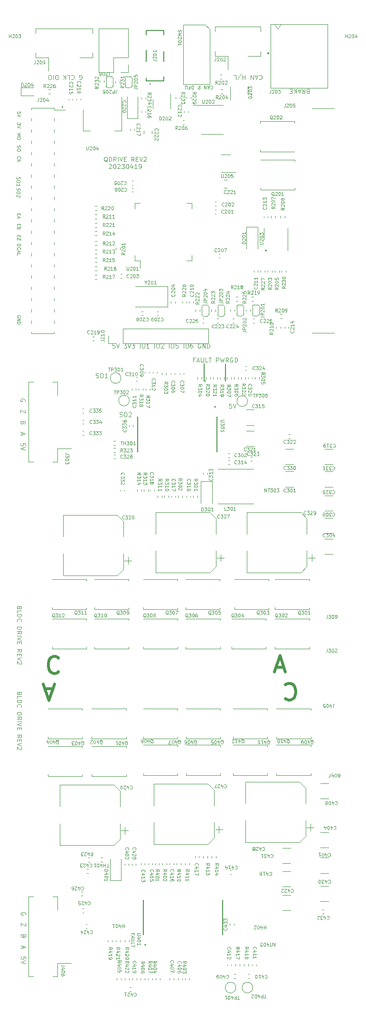
<source format=gbr>
%TF.GenerationSoftware,KiCad,Pcbnew,(6.0.10)*%
%TF.CreationDate,2023-04-24T21:45:00+09:00*%
%TF.ProjectId,qdrive_hw,71647269-7665-45f6-9877-2e6b69636164,rev?*%
%TF.SameCoordinates,Original*%
%TF.FileFunction,Legend,Top*%
%TF.FilePolarity,Positive*%
%FSLAX46Y46*%
G04 Gerber Fmt 4.6, Leading zero omitted, Abs format (unit mm)*
G04 Created by KiCad (PCBNEW (6.0.10)) date 2023-04-24 21:45:00*
%MOMM*%
%LPD*%
G01*
G04 APERTURE LIST*
%ADD10C,0.150000*%
%ADD11C,0.080000*%
%ADD12C,0.100000*%
%ADD13C,0.120000*%
%ADD14C,0.500000*%
%ADD15C,0.200000*%
%ADD16C,0.127000*%
G04 APERTURE END LIST*
D10*
X195600000Y-108500000D02*
X195600000Y-105500000D01*
X191800000Y-108500000D02*
X191800000Y-105400000D01*
X192000000Y-108500000D02*
X191800000Y-108500000D01*
D11*
X158457142Y-66614285D02*
X158428571Y-66700000D01*
X158428571Y-66842857D01*
X158457142Y-66900000D01*
X158485714Y-66928571D01*
X158542857Y-66957142D01*
X158600000Y-66957142D01*
X158657142Y-66928571D01*
X158685714Y-66900000D01*
X158714285Y-66842857D01*
X158742857Y-66728571D01*
X158771428Y-66671428D01*
X158800000Y-66642857D01*
X158857142Y-66614285D01*
X158914285Y-66614285D01*
X158971428Y-66642857D01*
X159000000Y-66671428D01*
X159028571Y-66728571D01*
X159028571Y-66871428D01*
X159000000Y-66957142D01*
X159028571Y-67328571D02*
X159028571Y-67442857D01*
X159000000Y-67500000D01*
X158942857Y-67557142D01*
X158828571Y-67585714D01*
X158628571Y-67585714D01*
X158514285Y-67557142D01*
X158457142Y-67500000D01*
X158428571Y-67442857D01*
X158428571Y-67328571D01*
X158457142Y-67271428D01*
X158514285Y-67214285D01*
X158628571Y-67185714D01*
X158828571Y-67185714D01*
X158942857Y-67214285D01*
X159000000Y-67271428D01*
X159028571Y-67328571D01*
X158742857Y-80571428D02*
X158742857Y-80771428D01*
X158428571Y-80857142D02*
X158428571Y-80571428D01*
X159028571Y-80571428D01*
X159028571Y-80857142D01*
X158742857Y-81314285D02*
X158714285Y-81400000D01*
X158685714Y-81428571D01*
X158628571Y-81457142D01*
X158542857Y-81457142D01*
X158485714Y-81428571D01*
X158457142Y-81400000D01*
X158428571Y-81342857D01*
X158428571Y-81114285D01*
X159028571Y-81114285D01*
X159028571Y-81314285D01*
X159000000Y-81371428D01*
X158971428Y-81400000D01*
X158914285Y-81428571D01*
X158857142Y-81428571D01*
X158800000Y-81400000D01*
X158771428Y-81371428D01*
X158742857Y-81314285D01*
X158742857Y-81114285D01*
D12*
X196647619Y-112561904D02*
X196266666Y-112561904D01*
X196228571Y-112942857D01*
X196266666Y-112904761D01*
X196342857Y-112866666D01*
X196533333Y-112866666D01*
X196609523Y-112904761D01*
X196647619Y-112942857D01*
X196685714Y-113019047D01*
X196685714Y-113209523D01*
X196647619Y-113285714D01*
X196609523Y-113323809D01*
X196533333Y-113361904D01*
X196342857Y-113361904D01*
X196266666Y-113323809D01*
X196228571Y-113285714D01*
X196914285Y-112561904D02*
X197180952Y-113361904D01*
X197447619Y-112561904D01*
X176721428Y-114823809D02*
X176835714Y-114861904D01*
X177026190Y-114861904D01*
X177102380Y-114823809D01*
X177140476Y-114785714D01*
X177178571Y-114709523D01*
X177178571Y-114633333D01*
X177140476Y-114557142D01*
X177102380Y-114519047D01*
X177026190Y-114480952D01*
X176873809Y-114442857D01*
X176797619Y-114404761D01*
X176759523Y-114366666D01*
X176721428Y-114290476D01*
X176721428Y-114214285D01*
X176759523Y-114138095D01*
X176797619Y-114100000D01*
X176873809Y-114061904D01*
X177064285Y-114061904D01*
X177178571Y-114100000D01*
X177673809Y-114061904D02*
X177826190Y-114061904D01*
X177902380Y-114100000D01*
X177978571Y-114176190D01*
X178016666Y-114328571D01*
X178016666Y-114595238D01*
X177978571Y-114747619D01*
X177902380Y-114823809D01*
X177826190Y-114861904D01*
X177673809Y-114861904D01*
X177597619Y-114823809D01*
X177521428Y-114747619D01*
X177483333Y-114595238D01*
X177483333Y-114328571D01*
X177521428Y-114176190D01*
X177597619Y-114100000D01*
X177673809Y-114061904D01*
X178321428Y-114138095D02*
X178359523Y-114100000D01*
X178435714Y-114061904D01*
X178626190Y-114061904D01*
X178702380Y-114100000D01*
X178740476Y-114138095D01*
X178778571Y-114214285D01*
X178778571Y-114290476D01*
X178740476Y-114404761D01*
X178283333Y-114861904D01*
X178778571Y-114861904D01*
D11*
X158428571Y-84142857D02*
X159028571Y-84142857D01*
X159028571Y-84285714D01*
X159000000Y-84371428D01*
X158942857Y-84428571D01*
X158885714Y-84457142D01*
X158771428Y-84485714D01*
X158685714Y-84485714D01*
X158571428Y-84457142D01*
X158514285Y-84428571D01*
X158457142Y-84371428D01*
X158428571Y-84285714D01*
X158428571Y-84142857D01*
X158485714Y-85085714D02*
X158457142Y-85057142D01*
X158428571Y-84971428D01*
X158428571Y-84914285D01*
X158457142Y-84828571D01*
X158514285Y-84771428D01*
X158571428Y-84742857D01*
X158685714Y-84714285D01*
X158771428Y-84714285D01*
X158885714Y-84742857D01*
X158942857Y-84771428D01*
X159000000Y-84828571D01*
X159028571Y-84914285D01*
X159028571Y-84971428D01*
X159000000Y-85057142D01*
X158971428Y-85085714D01*
X158600000Y-85314285D02*
X158600000Y-85600000D01*
X158428571Y-85257142D02*
X159028571Y-85457142D01*
X158428571Y-85657142D01*
X158428571Y-86142857D02*
X158428571Y-85857142D01*
X159028571Y-85857142D01*
D12*
X190123809Y-104742857D02*
X189857142Y-104742857D01*
X189857142Y-105161904D02*
X189857142Y-104361904D01*
X190238095Y-104361904D01*
X190504761Y-104933333D02*
X190885714Y-104933333D01*
X190428571Y-105161904D02*
X190695238Y-104361904D01*
X190961904Y-105161904D01*
X191228571Y-104361904D02*
X191228571Y-105009523D01*
X191266666Y-105085714D01*
X191304761Y-105123809D01*
X191380952Y-105161904D01*
X191533333Y-105161904D01*
X191609523Y-105123809D01*
X191647619Y-105085714D01*
X191685714Y-105009523D01*
X191685714Y-104361904D01*
X192447619Y-105161904D02*
X192066666Y-105161904D01*
X192066666Y-104361904D01*
X192600000Y-104361904D02*
X193057142Y-104361904D01*
X192828571Y-105161904D02*
X192828571Y-104361904D01*
D13*
X158807142Y-164142857D02*
X158769047Y-164257142D01*
X158730952Y-164295238D01*
X158654761Y-164333333D01*
X158540476Y-164333333D01*
X158464285Y-164295238D01*
X158426190Y-164257142D01*
X158388095Y-164180952D01*
X158388095Y-163876190D01*
X159188095Y-163876190D01*
X159188095Y-164142857D01*
X159150000Y-164219047D01*
X159111904Y-164257142D01*
X159035714Y-164295238D01*
X158959523Y-164295238D01*
X158883333Y-164257142D01*
X158845238Y-164219047D01*
X158807142Y-164142857D01*
X158807142Y-163876190D01*
X158388095Y-165057142D02*
X158388095Y-164676190D01*
X159188095Y-164676190D01*
X158388095Y-165323809D02*
X159188095Y-165323809D01*
X159188095Y-165514285D01*
X159150000Y-165628571D01*
X159073809Y-165704761D01*
X158997619Y-165742857D01*
X158845238Y-165780952D01*
X158730952Y-165780952D01*
X158578571Y-165742857D01*
X158502380Y-165704761D01*
X158426190Y-165628571D01*
X158388095Y-165514285D01*
X158388095Y-165323809D01*
X158464285Y-166580952D02*
X158426190Y-166542857D01*
X158388095Y-166428571D01*
X158388095Y-166352380D01*
X158426190Y-166238095D01*
X158502380Y-166161904D01*
X158578571Y-166123809D01*
X158730952Y-166085714D01*
X158845238Y-166085714D01*
X158997619Y-166123809D01*
X159073809Y-166161904D01*
X159150000Y-166238095D01*
X159188095Y-166352380D01*
X159188095Y-166428571D01*
X159150000Y-166542857D01*
X159111904Y-166580952D01*
X158388095Y-167533333D02*
X159188095Y-167533333D01*
X159188095Y-167723809D01*
X159150000Y-167838095D01*
X159073809Y-167914285D01*
X158997619Y-167952380D01*
X158845238Y-167990476D01*
X158730952Y-167990476D01*
X158578571Y-167952380D01*
X158502380Y-167914285D01*
X158426190Y-167838095D01*
X158388095Y-167723809D01*
X158388095Y-167533333D01*
X158388095Y-168790476D02*
X158769047Y-168523809D01*
X158388095Y-168333333D02*
X159188095Y-168333333D01*
X159188095Y-168638095D01*
X159150000Y-168714285D01*
X159111904Y-168752380D01*
X159035714Y-168790476D01*
X158921428Y-168790476D01*
X158845238Y-168752380D01*
X158807142Y-168714285D01*
X158769047Y-168638095D01*
X158769047Y-168333333D01*
X158388095Y-169133333D02*
X159188095Y-169133333D01*
X159188095Y-169400000D02*
X158388095Y-169666666D01*
X159188095Y-169933333D01*
X158807142Y-170200000D02*
X158807142Y-170466666D01*
X158388095Y-170580952D02*
X158388095Y-170200000D01*
X159188095Y-170200000D01*
X159188095Y-170580952D01*
X158388095Y-171990476D02*
X158769047Y-171723809D01*
X158388095Y-171533333D02*
X159188095Y-171533333D01*
X159188095Y-171838095D01*
X159150000Y-171914285D01*
X159111904Y-171952380D01*
X159035714Y-171990476D01*
X158921428Y-171990476D01*
X158845238Y-171952380D01*
X158807142Y-171914285D01*
X158769047Y-171838095D01*
X158769047Y-171533333D01*
X158807142Y-172333333D02*
X158807142Y-172600000D01*
X158388095Y-172714285D02*
X158388095Y-172333333D01*
X159188095Y-172333333D01*
X159188095Y-172714285D01*
X159188095Y-172942857D02*
X158388095Y-173209523D01*
X159188095Y-173476190D01*
X159111904Y-173704761D02*
X159150000Y-173742857D01*
X159188095Y-173819047D01*
X159188095Y-174009523D01*
X159150000Y-174085714D01*
X159111904Y-174123809D01*
X159035714Y-174161904D01*
X158959523Y-174161904D01*
X158845238Y-174123809D01*
X158388095Y-173666666D01*
X158388095Y-174161904D01*
D11*
X158357142Y-72228571D02*
X158328571Y-72314285D01*
X158328571Y-72457142D01*
X158357142Y-72514285D01*
X158385714Y-72542857D01*
X158442857Y-72571428D01*
X158500000Y-72571428D01*
X158557142Y-72542857D01*
X158585714Y-72514285D01*
X158614285Y-72457142D01*
X158642857Y-72342857D01*
X158671428Y-72285714D01*
X158700000Y-72257142D01*
X158757142Y-72228571D01*
X158814285Y-72228571D01*
X158871428Y-72257142D01*
X158900000Y-72285714D01*
X158928571Y-72342857D01*
X158928571Y-72485714D01*
X158900000Y-72571428D01*
X158928571Y-72942857D02*
X158928571Y-73057142D01*
X158900000Y-73114285D01*
X158842857Y-73171428D01*
X158728571Y-73200000D01*
X158528571Y-73200000D01*
X158414285Y-73171428D01*
X158357142Y-73114285D01*
X158328571Y-73057142D01*
X158328571Y-72942857D01*
X158357142Y-72885714D01*
X158414285Y-72828571D01*
X158528571Y-72800000D01*
X158728571Y-72800000D01*
X158842857Y-72828571D01*
X158900000Y-72885714D01*
X158928571Y-72942857D01*
X158328571Y-73771428D02*
X158328571Y-73428571D01*
X158328571Y-73600000D02*
X158928571Y-73600000D01*
X158842857Y-73542857D01*
X158785714Y-73485714D01*
X158757142Y-73428571D01*
X192914285Y-55985714D02*
X192942857Y-55957142D01*
X193028571Y-55928571D01*
X193085714Y-55928571D01*
X193171428Y-55957142D01*
X193228571Y-56014285D01*
X193257142Y-56071428D01*
X193285714Y-56185714D01*
X193285714Y-56271428D01*
X193257142Y-56385714D01*
X193228571Y-56442857D01*
X193171428Y-56500000D01*
X193085714Y-56528571D01*
X193028571Y-56528571D01*
X192942857Y-56500000D01*
X192914285Y-56471428D01*
X192685714Y-56100000D02*
X192400000Y-56100000D01*
X192742857Y-55928571D02*
X192542857Y-56528571D01*
X192342857Y-55928571D01*
X192142857Y-55928571D02*
X192142857Y-56528571D01*
X191800000Y-55928571D01*
X191800000Y-56528571D01*
X190714285Y-55928571D02*
X190914285Y-56214285D01*
X191057142Y-55928571D02*
X191057142Y-56528571D01*
X190828571Y-56528571D01*
X190771428Y-56500000D01*
X190742857Y-56471428D01*
X190714285Y-56414285D01*
X190714285Y-56328571D01*
X190742857Y-56271428D01*
X190771428Y-56242857D01*
X190828571Y-56214285D01*
X191057142Y-56214285D01*
D12*
X159800000Y-112123809D02*
X159838095Y-112047619D01*
X159838095Y-111933333D01*
X159800000Y-111819047D01*
X159723809Y-111742857D01*
X159647619Y-111704761D01*
X159495238Y-111666666D01*
X159380952Y-111666666D01*
X159228571Y-111704761D01*
X159152380Y-111742857D01*
X159076190Y-111819047D01*
X159038095Y-111933333D01*
X159038095Y-112009523D01*
X159076190Y-112123809D01*
X159114285Y-112161904D01*
X159380952Y-112161904D01*
X159380952Y-112009523D01*
X159838095Y-113647619D02*
X159838095Y-114180952D01*
X159038095Y-113647619D01*
X159038095Y-114180952D01*
X159457142Y-115971428D02*
X159419047Y-116085714D01*
X159380952Y-116123809D01*
X159304761Y-116161904D01*
X159190476Y-116161904D01*
X159114285Y-116123809D01*
X159076190Y-116085714D01*
X159038095Y-116009523D01*
X159038095Y-115704761D01*
X159838095Y-115704761D01*
X159838095Y-115971428D01*
X159800000Y-116047619D01*
X159761904Y-116085714D01*
X159685714Y-116123809D01*
X159609523Y-116123809D01*
X159533333Y-116085714D01*
X159495238Y-116047619D01*
X159457142Y-115971428D01*
X159457142Y-115704761D01*
X159266666Y-117685714D02*
X159266666Y-118066666D01*
X159038095Y-117609523D02*
X159838095Y-117876190D01*
X159038095Y-118142857D01*
X159838095Y-120009523D02*
X159838095Y-119628571D01*
X159457142Y-119590476D01*
X159495238Y-119628571D01*
X159533333Y-119704761D01*
X159533333Y-119895238D01*
X159495238Y-119971428D01*
X159457142Y-120009523D01*
X159380952Y-120047619D01*
X159190476Y-120047619D01*
X159114285Y-120009523D01*
X159076190Y-119971428D01*
X159038095Y-119895238D01*
X159038095Y-119704761D01*
X159076190Y-119628571D01*
X159114285Y-119590476D01*
X159838095Y-120276190D02*
X159038095Y-120542857D01*
X159838095Y-120809523D01*
D13*
X174519047Y-69494095D02*
X174442857Y-69456000D01*
X174366666Y-69379809D01*
X174252380Y-69265523D01*
X174176190Y-69227428D01*
X174100000Y-69227428D01*
X174138095Y-69417904D02*
X174061904Y-69379809D01*
X173985714Y-69303619D01*
X173947619Y-69151238D01*
X173947619Y-68884571D01*
X173985714Y-68732190D01*
X174061904Y-68656000D01*
X174138095Y-68617904D01*
X174290476Y-68617904D01*
X174366666Y-68656000D01*
X174442857Y-68732190D01*
X174480952Y-68884571D01*
X174480952Y-69151238D01*
X174442857Y-69303619D01*
X174366666Y-69379809D01*
X174290476Y-69417904D01*
X174138095Y-69417904D01*
X174823809Y-69417904D02*
X174823809Y-68617904D01*
X175014285Y-68617904D01*
X175128571Y-68656000D01*
X175204761Y-68732190D01*
X175242857Y-68808380D01*
X175280952Y-68960761D01*
X175280952Y-69075047D01*
X175242857Y-69227428D01*
X175204761Y-69303619D01*
X175128571Y-69379809D01*
X175014285Y-69417904D01*
X174823809Y-69417904D01*
X176080952Y-69417904D02*
X175814285Y-69036952D01*
X175623809Y-69417904D02*
X175623809Y-68617904D01*
X175928571Y-68617904D01*
X176004761Y-68656000D01*
X176042857Y-68694095D01*
X176080952Y-68770285D01*
X176080952Y-68884571D01*
X176042857Y-68960761D01*
X176004761Y-68998857D01*
X175928571Y-69036952D01*
X175623809Y-69036952D01*
X176423809Y-69417904D02*
X176423809Y-68617904D01*
X176690476Y-68617904D02*
X176957142Y-69417904D01*
X177223809Y-68617904D01*
X177490476Y-68998857D02*
X177757142Y-68998857D01*
X177871428Y-69417904D02*
X177490476Y-69417904D01*
X177490476Y-68617904D01*
X177871428Y-68617904D01*
X179280952Y-69417904D02*
X179014285Y-69036952D01*
X178823809Y-69417904D02*
X178823809Y-68617904D01*
X179128571Y-68617904D01*
X179204761Y-68656000D01*
X179242857Y-68694095D01*
X179280952Y-68770285D01*
X179280952Y-68884571D01*
X179242857Y-68960761D01*
X179204761Y-68998857D01*
X179128571Y-69036952D01*
X178823809Y-69036952D01*
X179623809Y-68998857D02*
X179890476Y-68998857D01*
X180004761Y-69417904D02*
X179623809Y-69417904D01*
X179623809Y-68617904D01*
X180004761Y-68617904D01*
X180233333Y-68617904D02*
X180500000Y-69417904D01*
X180766666Y-68617904D01*
X180995238Y-68694095D02*
X181033333Y-68656000D01*
X181109523Y-68617904D01*
X181300000Y-68617904D01*
X181376190Y-68656000D01*
X181414285Y-68694095D01*
X181452380Y-68770285D01*
X181452380Y-68846476D01*
X181414285Y-68960761D01*
X180957142Y-69417904D01*
X181452380Y-69417904D01*
X174804761Y-69982095D02*
X174842857Y-69944000D01*
X174919047Y-69905904D01*
X175109523Y-69905904D01*
X175185714Y-69944000D01*
X175223809Y-69982095D01*
X175261904Y-70058285D01*
X175261904Y-70134476D01*
X175223809Y-70248761D01*
X174766666Y-70705904D01*
X175261904Y-70705904D01*
X175757142Y-69905904D02*
X175833333Y-69905904D01*
X175909523Y-69944000D01*
X175947619Y-69982095D01*
X175985714Y-70058285D01*
X176023809Y-70210666D01*
X176023809Y-70401142D01*
X175985714Y-70553523D01*
X175947619Y-70629714D01*
X175909523Y-70667809D01*
X175833333Y-70705904D01*
X175757142Y-70705904D01*
X175680952Y-70667809D01*
X175642857Y-70629714D01*
X175604761Y-70553523D01*
X175566666Y-70401142D01*
X175566666Y-70210666D01*
X175604761Y-70058285D01*
X175642857Y-69982095D01*
X175680952Y-69944000D01*
X175757142Y-69905904D01*
X176328571Y-69982095D02*
X176366666Y-69944000D01*
X176442857Y-69905904D01*
X176633333Y-69905904D01*
X176709523Y-69944000D01*
X176747619Y-69982095D01*
X176785714Y-70058285D01*
X176785714Y-70134476D01*
X176747619Y-70248761D01*
X176290476Y-70705904D01*
X176785714Y-70705904D01*
X177052380Y-69905904D02*
X177547619Y-69905904D01*
X177280952Y-70210666D01*
X177395238Y-70210666D01*
X177471428Y-70248761D01*
X177509523Y-70286857D01*
X177547619Y-70363047D01*
X177547619Y-70553523D01*
X177509523Y-70629714D01*
X177471428Y-70667809D01*
X177395238Y-70705904D01*
X177166666Y-70705904D01*
X177090476Y-70667809D01*
X177052380Y-70629714D01*
X178042857Y-69905904D02*
X178119047Y-69905904D01*
X178195238Y-69944000D01*
X178233333Y-69982095D01*
X178271428Y-70058285D01*
X178309523Y-70210666D01*
X178309523Y-70401142D01*
X178271428Y-70553523D01*
X178233333Y-70629714D01*
X178195238Y-70667809D01*
X178119047Y-70705904D01*
X178042857Y-70705904D01*
X177966666Y-70667809D01*
X177928571Y-70629714D01*
X177890476Y-70553523D01*
X177852380Y-70401142D01*
X177852380Y-70210666D01*
X177890476Y-70058285D01*
X177928571Y-69982095D01*
X177966666Y-69944000D01*
X178042857Y-69905904D01*
X178995238Y-70172571D02*
X178995238Y-70705904D01*
X178804761Y-69867809D02*
X178614285Y-70439238D01*
X179109523Y-70439238D01*
X179833333Y-70705904D02*
X179376190Y-70705904D01*
X179604761Y-70705904D02*
X179604761Y-69905904D01*
X179528571Y-70020190D01*
X179452380Y-70096380D01*
X179376190Y-70134476D01*
X180214285Y-70705904D02*
X180366666Y-70705904D01*
X180442857Y-70667809D01*
X180480952Y-70629714D01*
X180557142Y-70515428D01*
X180595238Y-70363047D01*
X180595238Y-70058285D01*
X180557142Y-69982095D01*
X180519047Y-69944000D01*
X180442857Y-69905904D01*
X180290476Y-69905904D01*
X180214285Y-69944000D01*
X180176190Y-69982095D01*
X180138095Y-70058285D01*
X180138095Y-70248761D01*
X180176190Y-70324952D01*
X180214285Y-70363047D01*
X180290476Y-70401142D01*
X180442857Y-70401142D01*
X180519047Y-70363047D01*
X180557142Y-70324952D01*
X180595238Y-70248761D01*
D11*
X159028571Y-62542857D02*
X159028571Y-62914285D01*
X158800000Y-62714285D01*
X158800000Y-62800000D01*
X158771428Y-62857142D01*
X158742857Y-62885714D01*
X158685714Y-62914285D01*
X158542857Y-62914285D01*
X158485714Y-62885714D01*
X158457142Y-62857142D01*
X158428571Y-62800000D01*
X158428571Y-62628571D01*
X158457142Y-62571428D01*
X158485714Y-62542857D01*
X159028571Y-63085714D02*
X158428571Y-63285714D01*
X159028571Y-63485714D01*
D12*
X172471428Y-107923809D02*
X172585714Y-107961904D01*
X172776190Y-107961904D01*
X172852380Y-107923809D01*
X172890476Y-107885714D01*
X172928571Y-107809523D01*
X172928571Y-107733333D01*
X172890476Y-107657142D01*
X172852380Y-107619047D01*
X172776190Y-107580952D01*
X172623809Y-107542857D01*
X172547619Y-107504761D01*
X172509523Y-107466666D01*
X172471428Y-107390476D01*
X172471428Y-107314285D01*
X172509523Y-107238095D01*
X172547619Y-107200000D01*
X172623809Y-107161904D01*
X172814285Y-107161904D01*
X172928571Y-107200000D01*
X173423809Y-107161904D02*
X173576190Y-107161904D01*
X173652380Y-107200000D01*
X173728571Y-107276190D01*
X173766666Y-107428571D01*
X173766666Y-107695238D01*
X173728571Y-107847619D01*
X173652380Y-107923809D01*
X173576190Y-107961904D01*
X173423809Y-107961904D01*
X173347619Y-107923809D01*
X173271428Y-107847619D01*
X173233333Y-107695238D01*
X173233333Y-107428571D01*
X173271428Y-107276190D01*
X173347619Y-107200000D01*
X173423809Y-107161904D01*
X174528571Y-107961904D02*
X174071428Y-107961904D01*
X174300000Y-107961904D02*
X174300000Y-107161904D01*
X174223809Y-107276190D01*
X174147619Y-107352380D01*
X174071428Y-107390476D01*
X175833333Y-101861904D02*
X175452380Y-101861904D01*
X175414285Y-102242857D01*
X175452380Y-102204761D01*
X175528571Y-102166666D01*
X175719047Y-102166666D01*
X175795238Y-102204761D01*
X175833333Y-102242857D01*
X175871428Y-102319047D01*
X175871428Y-102509523D01*
X175833333Y-102585714D01*
X175795238Y-102623809D01*
X175719047Y-102661904D01*
X175528571Y-102661904D01*
X175452380Y-102623809D01*
X175414285Y-102585714D01*
X176100000Y-101861904D02*
X176366666Y-102661904D01*
X176633333Y-101861904D01*
X177433333Y-101861904D02*
X177928571Y-101861904D01*
X177661904Y-102166666D01*
X177776190Y-102166666D01*
X177852380Y-102204761D01*
X177890476Y-102242857D01*
X177928571Y-102319047D01*
X177928571Y-102509523D01*
X177890476Y-102585714D01*
X177852380Y-102623809D01*
X177776190Y-102661904D01*
X177547619Y-102661904D01*
X177471428Y-102623809D01*
X177433333Y-102585714D01*
X178157142Y-101861904D02*
X178423809Y-102661904D01*
X178690476Y-101861904D01*
X178880952Y-101861904D02*
X179376190Y-101861904D01*
X179109523Y-102166666D01*
X179223809Y-102166666D01*
X179300000Y-102204761D01*
X179338095Y-102242857D01*
X179376190Y-102319047D01*
X179376190Y-102509523D01*
X179338095Y-102585714D01*
X179300000Y-102623809D01*
X179223809Y-102661904D01*
X178995238Y-102661904D01*
X178919047Y-102623809D01*
X178880952Y-102585714D01*
X180328571Y-102661904D02*
X180328571Y-101861904D01*
X180861904Y-101861904D02*
X181014285Y-101861904D01*
X181090476Y-101900000D01*
X181166666Y-101976190D01*
X181204761Y-102128571D01*
X181204761Y-102395238D01*
X181166666Y-102547619D01*
X181090476Y-102623809D01*
X181014285Y-102661904D01*
X180861904Y-102661904D01*
X180785714Y-102623809D01*
X180709523Y-102547619D01*
X180671428Y-102395238D01*
X180671428Y-102128571D01*
X180709523Y-101976190D01*
X180785714Y-101900000D01*
X180861904Y-101861904D01*
X181966666Y-102661904D02*
X181509523Y-102661904D01*
X181738095Y-102661904D02*
X181738095Y-101861904D01*
X181661904Y-101976190D01*
X181585714Y-102052380D01*
X181509523Y-102090476D01*
X182919047Y-102661904D02*
X182919047Y-101861904D01*
X183452380Y-101861904D02*
X183604761Y-101861904D01*
X183680952Y-101900000D01*
X183757142Y-101976190D01*
X183795238Y-102128571D01*
X183795238Y-102395238D01*
X183757142Y-102547619D01*
X183680952Y-102623809D01*
X183604761Y-102661904D01*
X183452380Y-102661904D01*
X183376190Y-102623809D01*
X183300000Y-102547619D01*
X183261904Y-102395238D01*
X183261904Y-102128571D01*
X183300000Y-101976190D01*
X183376190Y-101900000D01*
X183452380Y-101861904D01*
X184100000Y-101938095D02*
X184138095Y-101900000D01*
X184214285Y-101861904D01*
X184404761Y-101861904D01*
X184480952Y-101900000D01*
X184519047Y-101938095D01*
X184557142Y-102014285D01*
X184557142Y-102090476D01*
X184519047Y-102204761D01*
X184061904Y-102661904D01*
X184557142Y-102661904D01*
X185509523Y-102661904D02*
X185509523Y-101861904D01*
X186042857Y-101861904D02*
X186195238Y-101861904D01*
X186271428Y-101900000D01*
X186347619Y-101976190D01*
X186385714Y-102128571D01*
X186385714Y-102395238D01*
X186347619Y-102547619D01*
X186271428Y-102623809D01*
X186195238Y-102661904D01*
X186042857Y-102661904D01*
X185966666Y-102623809D01*
X185890476Y-102547619D01*
X185852380Y-102395238D01*
X185852380Y-102128571D01*
X185890476Y-101976190D01*
X185966666Y-101900000D01*
X186042857Y-101861904D01*
X187109523Y-101861904D02*
X186728571Y-101861904D01*
X186690476Y-102242857D01*
X186728571Y-102204761D01*
X186804761Y-102166666D01*
X186995238Y-102166666D01*
X187071428Y-102204761D01*
X187109523Y-102242857D01*
X187147619Y-102319047D01*
X187147619Y-102509523D01*
X187109523Y-102585714D01*
X187071428Y-102623809D01*
X186995238Y-102661904D01*
X186804761Y-102661904D01*
X186728571Y-102623809D01*
X186690476Y-102585714D01*
X188100000Y-102661904D02*
X188100000Y-101861904D01*
X188633333Y-101861904D02*
X188785714Y-101861904D01*
X188861904Y-101900000D01*
X188938095Y-101976190D01*
X188976190Y-102128571D01*
X188976190Y-102395238D01*
X188938095Y-102547619D01*
X188861904Y-102623809D01*
X188785714Y-102661904D01*
X188633333Y-102661904D01*
X188557142Y-102623809D01*
X188480952Y-102547619D01*
X188442857Y-102395238D01*
X188442857Y-102128571D01*
X188480952Y-101976190D01*
X188557142Y-101900000D01*
X188633333Y-101861904D01*
X189661904Y-101861904D02*
X189509523Y-101861904D01*
X189433333Y-101900000D01*
X189395238Y-101938095D01*
X189319047Y-102052380D01*
X189280952Y-102204761D01*
X189280952Y-102509523D01*
X189319047Y-102585714D01*
X189357142Y-102623809D01*
X189433333Y-102661904D01*
X189585714Y-102661904D01*
X189661904Y-102623809D01*
X189700000Y-102585714D01*
X189738095Y-102509523D01*
X189738095Y-102319047D01*
X189700000Y-102242857D01*
X189661904Y-102204761D01*
X189585714Y-102166666D01*
X189433333Y-102166666D01*
X189357142Y-102204761D01*
X189319047Y-102242857D01*
X189280952Y-102319047D01*
X191109523Y-101900000D02*
X191033333Y-101861904D01*
X190919047Y-101861904D01*
X190804761Y-101900000D01*
X190728571Y-101976190D01*
X190690476Y-102052380D01*
X190652380Y-102204761D01*
X190652380Y-102319047D01*
X190690476Y-102471428D01*
X190728571Y-102547619D01*
X190804761Y-102623809D01*
X190919047Y-102661904D01*
X190995238Y-102661904D01*
X191109523Y-102623809D01*
X191147619Y-102585714D01*
X191147619Y-102319047D01*
X190995238Y-102319047D01*
X191490476Y-102661904D02*
X191490476Y-101861904D01*
X191947619Y-102661904D01*
X191947619Y-101861904D01*
X192328571Y-102661904D02*
X192328571Y-101861904D01*
X192519047Y-101861904D01*
X192633333Y-101900000D01*
X192709523Y-101976190D01*
X192747619Y-102052380D01*
X192785714Y-102204761D01*
X192785714Y-102319047D01*
X192747619Y-102471428D01*
X192709523Y-102547619D01*
X192633333Y-102623809D01*
X192519047Y-102661904D01*
X192328571Y-102661904D01*
X210247619Y-56957142D02*
X210133333Y-56919047D01*
X210095238Y-56880952D01*
X210057142Y-56804761D01*
X210057142Y-56690476D01*
X210095238Y-56614285D01*
X210133333Y-56576190D01*
X210209523Y-56538095D01*
X210514285Y-56538095D01*
X210514285Y-57338095D01*
X210247619Y-57338095D01*
X210171428Y-57300000D01*
X210133333Y-57261904D01*
X210095238Y-57185714D01*
X210095238Y-57109523D01*
X210133333Y-57033333D01*
X210171428Y-56995238D01*
X210247619Y-56957142D01*
X210514285Y-56957142D01*
X209257142Y-56538095D02*
X209523809Y-56919047D01*
X209714285Y-56538095D02*
X209714285Y-57338095D01*
X209409523Y-57338095D01*
X209333333Y-57300000D01*
X209295238Y-57261904D01*
X209257142Y-57185714D01*
X209257142Y-57071428D01*
X209295238Y-56995238D01*
X209333333Y-56957142D01*
X209409523Y-56919047D01*
X209714285Y-56919047D01*
X208952380Y-56766666D02*
X208571428Y-56766666D01*
X209028571Y-56538095D02*
X208761904Y-57338095D01*
X208495238Y-56538095D01*
X208228571Y-56538095D02*
X208228571Y-57338095D01*
X207771428Y-56538095D02*
X208114285Y-56995238D01*
X207771428Y-57338095D02*
X208228571Y-56880952D01*
X207428571Y-56957142D02*
X207161904Y-56957142D01*
X207047619Y-56538095D02*
X207428571Y-56538095D01*
X207428571Y-57338095D01*
X207047619Y-57338095D01*
D14*
X206271428Y-162628571D02*
X206414285Y-162485714D01*
X206842857Y-162342857D01*
X207128571Y-162342857D01*
X207557142Y-162485714D01*
X207842857Y-162771428D01*
X207985714Y-163057142D01*
X208128571Y-163628571D01*
X208128571Y-164057142D01*
X207985714Y-164628571D01*
X207842857Y-164914285D01*
X207557142Y-165200000D01*
X207128571Y-165342857D01*
X206842857Y-165342857D01*
X206414285Y-165200000D01*
X206271428Y-165057142D01*
D12*
X169533333Y-54800000D02*
X169609523Y-54838095D01*
X169723809Y-54838095D01*
X169838095Y-54800000D01*
X169914285Y-54723809D01*
X169952380Y-54647619D01*
X169990476Y-54495238D01*
X169990476Y-54380952D01*
X169952380Y-54228571D01*
X169914285Y-54152380D01*
X169838095Y-54076190D01*
X169723809Y-54038095D01*
X169647619Y-54038095D01*
X169533333Y-54076190D01*
X169495238Y-54114285D01*
X169495238Y-54380952D01*
X169647619Y-54380952D01*
X168085714Y-54114285D02*
X168123809Y-54076190D01*
X168238095Y-54038095D01*
X168314285Y-54038095D01*
X168428571Y-54076190D01*
X168504761Y-54152380D01*
X168542857Y-54228571D01*
X168580952Y-54380952D01*
X168580952Y-54495238D01*
X168542857Y-54647619D01*
X168504761Y-54723809D01*
X168428571Y-54800000D01*
X168314285Y-54838095D01*
X168238095Y-54838095D01*
X168123809Y-54800000D01*
X168085714Y-54761904D01*
X167361904Y-54038095D02*
X167742857Y-54038095D01*
X167742857Y-54838095D01*
X167095238Y-54038095D02*
X167095238Y-54838095D01*
X166638095Y-54038095D02*
X166980952Y-54495238D01*
X166638095Y-54838095D02*
X167095238Y-54380952D01*
X165685714Y-54038095D02*
X165685714Y-54838095D01*
X165495238Y-54838095D01*
X165380952Y-54800000D01*
X165304761Y-54723809D01*
X165266666Y-54647619D01*
X165228571Y-54495238D01*
X165228571Y-54380952D01*
X165266666Y-54228571D01*
X165304761Y-54152380D01*
X165380952Y-54076190D01*
X165495238Y-54038095D01*
X165685714Y-54038095D01*
X164885714Y-54038095D02*
X164885714Y-54838095D01*
X164352380Y-54838095D02*
X164200000Y-54838095D01*
X164123809Y-54800000D01*
X164047619Y-54723809D01*
X164009523Y-54571428D01*
X164009523Y-54304761D01*
X164047619Y-54152380D01*
X164123809Y-54076190D01*
X164200000Y-54038095D01*
X164352380Y-54038095D01*
X164428571Y-54076190D01*
X164504761Y-54152380D01*
X164542857Y-54304761D01*
X164542857Y-54571428D01*
X164504761Y-54723809D01*
X164428571Y-54800000D01*
X164352380Y-54838095D01*
D11*
X159000000Y-97142857D02*
X159028571Y-97085714D01*
X159028571Y-97000000D01*
X159000000Y-96914285D01*
X158942857Y-96857142D01*
X158885714Y-96828571D01*
X158771428Y-96800000D01*
X158685714Y-96800000D01*
X158571428Y-96828571D01*
X158514285Y-96857142D01*
X158457142Y-96914285D01*
X158428571Y-97000000D01*
X158428571Y-97057142D01*
X158457142Y-97142857D01*
X158485714Y-97171428D01*
X158685714Y-97171428D01*
X158685714Y-97057142D01*
X158428571Y-97428571D02*
X159028571Y-97428571D01*
X158428571Y-97771428D01*
X159028571Y-97771428D01*
X158428571Y-98057142D02*
X159028571Y-98057142D01*
X159028571Y-98200000D01*
X159000000Y-98285714D01*
X158942857Y-98342857D01*
X158885714Y-98371428D01*
X158771428Y-98400000D01*
X158685714Y-98400000D01*
X158571428Y-98371428D01*
X158514285Y-98342857D01*
X158457142Y-98285714D01*
X158428571Y-98200000D01*
X158428571Y-98057142D01*
X158485714Y-68885714D02*
X158457142Y-68857142D01*
X158428571Y-68771428D01*
X158428571Y-68714285D01*
X158457142Y-68628571D01*
X158514285Y-68571428D01*
X158571428Y-68542857D01*
X158685714Y-68514285D01*
X158771428Y-68514285D01*
X158885714Y-68542857D01*
X158942857Y-68571428D01*
X159000000Y-68628571D01*
X159028571Y-68714285D01*
X159028571Y-68771428D01*
X159000000Y-68857142D01*
X158971428Y-68885714D01*
X158428571Y-69142857D02*
X159028571Y-69142857D01*
X158428571Y-69485714D02*
X158771428Y-69228571D01*
X159028571Y-69485714D02*
X158685714Y-69142857D01*
D12*
X201580952Y-54114285D02*
X201619047Y-54076190D01*
X201733333Y-54038095D01*
X201809523Y-54038095D01*
X201923809Y-54076190D01*
X202000000Y-54152380D01*
X202038095Y-54228571D01*
X202076190Y-54380952D01*
X202076190Y-54495238D01*
X202038095Y-54647619D01*
X202000000Y-54723809D01*
X201923809Y-54800000D01*
X201809523Y-54838095D01*
X201733333Y-54838095D01*
X201619047Y-54800000D01*
X201580952Y-54761904D01*
X201276190Y-54266666D02*
X200895238Y-54266666D01*
X201352380Y-54038095D02*
X201085714Y-54838095D01*
X200819047Y-54038095D01*
X200552380Y-54038095D02*
X200552380Y-54838095D01*
X200095238Y-54038095D01*
X200095238Y-54838095D01*
X199104761Y-54038095D02*
X199104761Y-54838095D01*
X199104761Y-54457142D02*
X198647619Y-54457142D01*
X198647619Y-54038095D02*
X198647619Y-54838095D01*
X197695238Y-54876190D02*
X198380952Y-53847619D01*
X197047619Y-54038095D02*
X197428571Y-54038095D01*
X197428571Y-54838095D01*
D11*
X158742857Y-82585714D02*
X158742857Y-82785714D01*
X158428571Y-82871428D02*
X158428571Y-82585714D01*
X159028571Y-82585714D01*
X159028571Y-82871428D01*
X159028571Y-83071428D02*
X159028571Y-83471428D01*
X158428571Y-83071428D01*
X158428571Y-83471428D01*
D14*
X165828571Y-160271428D02*
X165685714Y-160414285D01*
X165257142Y-160557142D01*
X164971428Y-160557142D01*
X164542857Y-160414285D01*
X164257142Y-160128571D01*
X164114285Y-159842857D01*
X163971428Y-159271428D01*
X163971428Y-158842857D01*
X164114285Y-158271428D01*
X164257142Y-157985714D01*
X164542857Y-157700000D01*
X164971428Y-157557142D01*
X165257142Y-157557142D01*
X165685714Y-157700000D01*
X165828571Y-157842857D01*
D11*
X179042857Y-207042857D02*
X179042857Y-206842857D01*
X178728571Y-206842857D02*
X179328571Y-206842857D01*
X179328571Y-207128571D01*
X178900000Y-207328571D02*
X178900000Y-207614285D01*
X178728571Y-207271428D02*
X179328571Y-207471428D01*
X178728571Y-207671428D01*
X179328571Y-207871428D02*
X178842857Y-207871428D01*
X178785714Y-207900000D01*
X178757142Y-207928571D01*
X178728571Y-207985714D01*
X178728571Y-208100000D01*
X178757142Y-208157142D01*
X178785714Y-208185714D01*
X178842857Y-208214285D01*
X179328571Y-208214285D01*
X178728571Y-208785714D02*
X178728571Y-208500000D01*
X179328571Y-208500000D01*
X179328571Y-208900000D02*
X179328571Y-209242857D01*
X178728571Y-209071428D02*
X179328571Y-209071428D01*
X159028571Y-60885714D02*
X159028571Y-60600000D01*
X158742857Y-60571428D01*
X158771428Y-60600000D01*
X158800000Y-60657142D01*
X158800000Y-60800000D01*
X158771428Y-60857142D01*
X158742857Y-60885714D01*
X158685714Y-60914285D01*
X158542857Y-60914285D01*
X158485714Y-60885714D01*
X158457142Y-60857142D01*
X158428571Y-60800000D01*
X158428571Y-60657142D01*
X158457142Y-60600000D01*
X158485714Y-60571428D01*
X159028571Y-61085714D02*
X158428571Y-61285714D01*
X159028571Y-61485714D01*
D12*
X193933333Y-105161904D02*
X193933333Y-104361904D01*
X194238095Y-104361904D01*
X194314285Y-104400000D01*
X194352380Y-104438095D01*
X194390476Y-104514285D01*
X194390476Y-104628571D01*
X194352380Y-104704761D01*
X194314285Y-104742857D01*
X194238095Y-104780952D01*
X193933333Y-104780952D01*
X194657142Y-104361904D02*
X194847619Y-105161904D01*
X195000000Y-104590476D01*
X195152380Y-105161904D01*
X195342857Y-104361904D01*
X196104761Y-105161904D02*
X195838095Y-104780952D01*
X195647619Y-105161904D02*
X195647619Y-104361904D01*
X195952380Y-104361904D01*
X196028571Y-104400000D01*
X196066666Y-104438095D01*
X196104761Y-104514285D01*
X196104761Y-104628571D01*
X196066666Y-104704761D01*
X196028571Y-104742857D01*
X195952380Y-104780952D01*
X195647619Y-104780952D01*
X196866666Y-104400000D02*
X196790476Y-104361904D01*
X196676190Y-104361904D01*
X196561904Y-104400000D01*
X196485714Y-104476190D01*
X196447619Y-104552380D01*
X196409523Y-104704761D01*
X196409523Y-104819047D01*
X196447619Y-104971428D01*
X196485714Y-105047619D01*
X196561904Y-105123809D01*
X196676190Y-105161904D01*
X196752380Y-105161904D01*
X196866666Y-105123809D01*
X196904761Y-105085714D01*
X196904761Y-104819047D01*
X196752380Y-104819047D01*
X197247619Y-105161904D02*
X197247619Y-104361904D01*
X197438095Y-104361904D01*
X197552380Y-104400000D01*
X197628571Y-104476190D01*
X197666666Y-104552380D01*
X197704761Y-104704761D01*
X197704761Y-104819047D01*
X197666666Y-104971428D01*
X197628571Y-105047619D01*
X197552380Y-105123809D01*
X197438095Y-105161904D01*
X197247619Y-105161904D01*
D11*
X158357142Y-74228571D02*
X158328571Y-74314285D01*
X158328571Y-74457142D01*
X158357142Y-74514285D01*
X158385714Y-74542857D01*
X158442857Y-74571428D01*
X158500000Y-74571428D01*
X158557142Y-74542857D01*
X158585714Y-74514285D01*
X158614285Y-74457142D01*
X158642857Y-74342857D01*
X158671428Y-74285714D01*
X158700000Y-74257142D01*
X158757142Y-74228571D01*
X158814285Y-74228571D01*
X158871428Y-74257142D01*
X158900000Y-74285714D01*
X158928571Y-74342857D01*
X158928571Y-74485714D01*
X158900000Y-74571428D01*
X158928571Y-74942857D02*
X158928571Y-75057142D01*
X158900000Y-75114285D01*
X158842857Y-75171428D01*
X158728571Y-75200000D01*
X158528571Y-75200000D01*
X158414285Y-75171428D01*
X158357142Y-75114285D01*
X158328571Y-75057142D01*
X158328571Y-74942857D01*
X158357142Y-74885714D01*
X158414285Y-74828571D01*
X158528571Y-74800000D01*
X158728571Y-74800000D01*
X158842857Y-74828571D01*
X158900000Y-74885714D01*
X158928571Y-74942857D01*
X158871428Y-75428571D02*
X158900000Y-75457142D01*
X158928571Y-75514285D01*
X158928571Y-75657142D01*
X158900000Y-75714285D01*
X158871428Y-75742857D01*
X158814285Y-75771428D01*
X158757142Y-75771428D01*
X158671428Y-75742857D01*
X158328571Y-75400000D01*
X158328571Y-75771428D01*
X189828571Y-55928571D02*
X189828571Y-56528571D01*
X189685714Y-56528571D01*
X189600000Y-56500000D01*
X189542857Y-56442857D01*
X189514285Y-56385714D01*
X189485714Y-56271428D01*
X189485714Y-56185714D01*
X189514285Y-56071428D01*
X189542857Y-56014285D01*
X189600000Y-55957142D01*
X189685714Y-55928571D01*
X189828571Y-55928571D01*
X189028571Y-56242857D02*
X189228571Y-56242857D01*
X189228571Y-55928571D02*
X189228571Y-56528571D01*
X188942857Y-56528571D01*
X188714285Y-56528571D02*
X188714285Y-56042857D01*
X188685714Y-55985714D01*
X188657142Y-55957142D01*
X188600000Y-55928571D01*
X188485714Y-55928571D01*
X188428571Y-55957142D01*
X188400000Y-55985714D01*
X188371428Y-56042857D01*
X188371428Y-56528571D01*
D12*
X159900000Y-203523809D02*
X159938095Y-203447619D01*
X159938095Y-203333333D01*
X159900000Y-203219047D01*
X159823809Y-203142857D01*
X159747619Y-203104761D01*
X159595238Y-203066666D01*
X159480952Y-203066666D01*
X159328571Y-203104761D01*
X159252380Y-203142857D01*
X159176190Y-203219047D01*
X159138095Y-203333333D01*
X159138095Y-203409523D01*
X159176190Y-203523809D01*
X159214285Y-203561904D01*
X159480952Y-203561904D01*
X159480952Y-203409523D01*
X159938095Y-205047619D02*
X159938095Y-205580952D01*
X159138095Y-205047619D01*
X159138095Y-205580952D01*
X159557142Y-207371428D02*
X159519047Y-207485714D01*
X159480952Y-207523809D01*
X159404761Y-207561904D01*
X159290476Y-207561904D01*
X159214285Y-207523809D01*
X159176190Y-207485714D01*
X159138095Y-207409523D01*
X159138095Y-207104761D01*
X159938095Y-207104761D01*
X159938095Y-207371428D01*
X159900000Y-207447619D01*
X159861904Y-207485714D01*
X159785714Y-207523809D01*
X159709523Y-207523809D01*
X159633333Y-207485714D01*
X159595238Y-207447619D01*
X159557142Y-207371428D01*
X159557142Y-207104761D01*
X159366666Y-209085714D02*
X159366666Y-209466666D01*
X159138095Y-209009523D02*
X159938095Y-209276190D01*
X159138095Y-209542857D01*
X159938095Y-211409523D02*
X159938095Y-211028571D01*
X159557142Y-210990476D01*
X159595238Y-211028571D01*
X159633333Y-211104761D01*
X159633333Y-211295238D01*
X159595238Y-211371428D01*
X159557142Y-211409523D01*
X159480952Y-211447619D01*
X159290476Y-211447619D01*
X159214285Y-211409523D01*
X159176190Y-211371428D01*
X159138095Y-211295238D01*
X159138095Y-211104761D01*
X159176190Y-211028571D01*
X159214285Y-210990476D01*
X159938095Y-211676190D02*
X159138095Y-211942857D01*
X159938095Y-212209523D01*
D13*
X158807142Y-148892857D02*
X158769047Y-149007142D01*
X158730952Y-149045238D01*
X158654761Y-149083333D01*
X158540476Y-149083333D01*
X158464285Y-149045238D01*
X158426190Y-149007142D01*
X158388095Y-148930952D01*
X158388095Y-148626190D01*
X159188095Y-148626190D01*
X159188095Y-148892857D01*
X159150000Y-148969047D01*
X159111904Y-149007142D01*
X159035714Y-149045238D01*
X158959523Y-149045238D01*
X158883333Y-149007142D01*
X158845238Y-148969047D01*
X158807142Y-148892857D01*
X158807142Y-148626190D01*
X158388095Y-149807142D02*
X158388095Y-149426190D01*
X159188095Y-149426190D01*
X158388095Y-150073809D02*
X159188095Y-150073809D01*
X159188095Y-150264285D01*
X159150000Y-150378571D01*
X159073809Y-150454761D01*
X158997619Y-150492857D01*
X158845238Y-150530952D01*
X158730952Y-150530952D01*
X158578571Y-150492857D01*
X158502380Y-150454761D01*
X158426190Y-150378571D01*
X158388095Y-150264285D01*
X158388095Y-150073809D01*
X158464285Y-151330952D02*
X158426190Y-151292857D01*
X158388095Y-151178571D01*
X158388095Y-151102380D01*
X158426190Y-150988095D01*
X158502380Y-150911904D01*
X158578571Y-150873809D01*
X158730952Y-150835714D01*
X158845238Y-150835714D01*
X158997619Y-150873809D01*
X159073809Y-150911904D01*
X159150000Y-150988095D01*
X159188095Y-151102380D01*
X159188095Y-151178571D01*
X159150000Y-151292857D01*
X159111904Y-151330952D01*
X158388095Y-152283333D02*
X159188095Y-152283333D01*
X159188095Y-152473809D01*
X159150000Y-152588095D01*
X159073809Y-152664285D01*
X158997619Y-152702380D01*
X158845238Y-152740476D01*
X158730952Y-152740476D01*
X158578571Y-152702380D01*
X158502380Y-152664285D01*
X158426190Y-152588095D01*
X158388095Y-152473809D01*
X158388095Y-152283333D01*
X158388095Y-153540476D02*
X158769047Y-153273809D01*
X158388095Y-153083333D02*
X159188095Y-153083333D01*
X159188095Y-153388095D01*
X159150000Y-153464285D01*
X159111904Y-153502380D01*
X159035714Y-153540476D01*
X158921428Y-153540476D01*
X158845238Y-153502380D01*
X158807142Y-153464285D01*
X158769047Y-153388095D01*
X158769047Y-153083333D01*
X158388095Y-153883333D02*
X159188095Y-153883333D01*
X159188095Y-154150000D02*
X158388095Y-154416666D01*
X159188095Y-154683333D01*
X158807142Y-154950000D02*
X158807142Y-155216666D01*
X158388095Y-155330952D02*
X158388095Y-154950000D01*
X159188095Y-154950000D01*
X159188095Y-155330952D01*
X158388095Y-156740476D02*
X158769047Y-156473809D01*
X158388095Y-156283333D02*
X159188095Y-156283333D01*
X159188095Y-156588095D01*
X159150000Y-156664285D01*
X159111904Y-156702380D01*
X159035714Y-156740476D01*
X158921428Y-156740476D01*
X158845238Y-156702380D01*
X158807142Y-156664285D01*
X158769047Y-156588095D01*
X158769047Y-156283333D01*
X158807142Y-157083333D02*
X158807142Y-157350000D01*
X158388095Y-157464285D02*
X158388095Y-157083333D01*
X159188095Y-157083333D01*
X159188095Y-157464285D01*
X159188095Y-157692857D02*
X158388095Y-157959523D01*
X159188095Y-158226190D01*
X159111904Y-158454761D02*
X159150000Y-158492857D01*
X159188095Y-158569047D01*
X159188095Y-158759523D01*
X159150000Y-158835714D01*
X159111904Y-158873809D01*
X159035714Y-158911904D01*
X158959523Y-158911904D01*
X158845238Y-158873809D01*
X158388095Y-158416666D01*
X158388095Y-158911904D01*
D11*
X158428571Y-64485714D02*
X159028571Y-64485714D01*
X158600000Y-64685714D01*
X159028571Y-64885714D01*
X158428571Y-64885714D01*
X159028571Y-65285714D02*
X159028571Y-65400000D01*
X159000000Y-65457142D01*
X158942857Y-65514285D01*
X158828571Y-65542857D01*
X158628571Y-65542857D01*
X158514285Y-65514285D01*
X158457142Y-65457142D01*
X158428571Y-65400000D01*
X158428571Y-65285714D01*
X158457142Y-65228571D01*
X158514285Y-65171428D01*
X158628571Y-65142857D01*
X158828571Y-65142857D01*
X158942857Y-65171428D01*
X159000000Y-65228571D01*
X159028571Y-65285714D01*
D14*
X164814285Y-163300000D02*
X163385714Y-163300000D01*
X165100000Y-162442857D02*
X164100000Y-165442857D01*
X163100000Y-162442857D01*
X204585714Y-159500000D02*
X206014285Y-159500000D01*
X204300000Y-160357142D02*
X205300000Y-157357142D01*
X206300000Y-160357142D01*
D11*
X158742857Y-78714285D02*
X158742857Y-78914285D01*
X158428571Y-79000000D02*
X158428571Y-78714285D01*
X159028571Y-78714285D01*
X159028571Y-79000000D01*
X158600000Y-79228571D02*
X158600000Y-79514285D01*
X158428571Y-79171428D02*
X159028571Y-79371428D01*
X158428571Y-79571428D01*
%TO.C,C308*%
X214671428Y-132035714D02*
X214700000Y-132007142D01*
X214785714Y-131978571D01*
X214842857Y-131978571D01*
X214928571Y-132007142D01*
X214985714Y-132064285D01*
X215014285Y-132121428D01*
X215042857Y-132235714D01*
X215042857Y-132321428D01*
X215014285Y-132435714D01*
X214985714Y-132492857D01*
X214928571Y-132550000D01*
X214842857Y-132578571D01*
X214785714Y-132578571D01*
X214700000Y-132550000D01*
X214671428Y-132521428D01*
X214471428Y-132578571D02*
X214100000Y-132578571D01*
X214300000Y-132350000D01*
X214214285Y-132350000D01*
X214157142Y-132321428D01*
X214128571Y-132292857D01*
X214100000Y-132235714D01*
X214100000Y-132092857D01*
X214128571Y-132035714D01*
X214157142Y-132007142D01*
X214214285Y-131978571D01*
X214385714Y-131978571D01*
X214442857Y-132007142D01*
X214471428Y-132035714D01*
X213728571Y-132578571D02*
X213671428Y-132578571D01*
X213614285Y-132550000D01*
X213585714Y-132521428D01*
X213557142Y-132464285D01*
X213528571Y-132350000D01*
X213528571Y-132207142D01*
X213557142Y-132092857D01*
X213585714Y-132035714D01*
X213614285Y-132007142D01*
X213671428Y-131978571D01*
X213728571Y-131978571D01*
X213785714Y-132007142D01*
X213814285Y-132035714D01*
X213842857Y-132092857D01*
X213871428Y-132207142D01*
X213871428Y-132350000D01*
X213842857Y-132464285D01*
X213814285Y-132521428D01*
X213785714Y-132550000D01*
X213728571Y-132578571D01*
X213185714Y-132321428D02*
X213242857Y-132350000D01*
X213271428Y-132378571D01*
X213300000Y-132435714D01*
X213300000Y-132464285D01*
X213271428Y-132521428D01*
X213242857Y-132550000D01*
X213185714Y-132578571D01*
X213071428Y-132578571D01*
X213014285Y-132550000D01*
X212985714Y-132521428D01*
X212957142Y-132464285D01*
X212957142Y-132435714D01*
X212985714Y-132378571D01*
X213014285Y-132350000D01*
X213071428Y-132321428D01*
X213185714Y-132321428D01*
X213242857Y-132292857D01*
X213271428Y-132264285D01*
X213300000Y-132207142D01*
X213300000Y-132092857D01*
X213271428Y-132035714D01*
X213242857Y-132007142D01*
X213185714Y-131978571D01*
X213071428Y-131978571D01*
X213014285Y-132007142D01*
X212985714Y-132035714D01*
X212957142Y-132092857D01*
X212957142Y-132207142D01*
X212985714Y-132264285D01*
X213014285Y-132292857D01*
X213071428Y-132321428D01*
%TO.C,C215*%
X167785714Y-55628571D02*
X167757142Y-55600000D01*
X167728571Y-55514285D01*
X167728571Y-55457142D01*
X167757142Y-55371428D01*
X167814285Y-55314285D01*
X167871428Y-55285714D01*
X167985714Y-55257142D01*
X168071428Y-55257142D01*
X168185714Y-55285714D01*
X168242857Y-55314285D01*
X168300000Y-55371428D01*
X168328571Y-55457142D01*
X168328571Y-55514285D01*
X168300000Y-55600000D01*
X168271428Y-55628571D01*
X168271428Y-55857142D02*
X168300000Y-55885714D01*
X168328571Y-55942857D01*
X168328571Y-56085714D01*
X168300000Y-56142857D01*
X168271428Y-56171428D01*
X168214285Y-56200000D01*
X168157142Y-56200000D01*
X168071428Y-56171428D01*
X167728571Y-55828571D01*
X167728571Y-56200000D01*
X167728571Y-56771428D02*
X167728571Y-56428571D01*
X167728571Y-56600000D02*
X168328571Y-56600000D01*
X168242857Y-56542857D01*
X168185714Y-56485714D01*
X168157142Y-56428571D01*
X168328571Y-57314285D02*
X168328571Y-57028571D01*
X168042857Y-57000000D01*
X168071428Y-57028571D01*
X168100000Y-57085714D01*
X168100000Y-57228571D01*
X168071428Y-57285714D01*
X168042857Y-57314285D01*
X167985714Y-57342857D01*
X167842857Y-57342857D01*
X167785714Y-57314285D01*
X167757142Y-57285714D01*
X167728571Y-57228571D01*
X167728571Y-57085714D01*
X167757142Y-57028571D01*
X167785714Y-57000000D01*
%TO.C,SW201*%
X187157142Y-46028571D02*
X187128571Y-46114285D01*
X187128571Y-46257142D01*
X187157142Y-46314285D01*
X187185714Y-46342857D01*
X187242857Y-46371428D01*
X187300000Y-46371428D01*
X187357142Y-46342857D01*
X187385714Y-46314285D01*
X187414285Y-46257142D01*
X187442857Y-46142857D01*
X187471428Y-46085714D01*
X187500000Y-46057142D01*
X187557142Y-46028571D01*
X187614285Y-46028571D01*
X187671428Y-46057142D01*
X187700000Y-46085714D01*
X187728571Y-46142857D01*
X187728571Y-46285714D01*
X187700000Y-46371428D01*
X187728571Y-46571428D02*
X187128571Y-46714285D01*
X187557142Y-46828571D01*
X187128571Y-46942857D01*
X187728571Y-47085714D01*
X187671428Y-47285714D02*
X187700000Y-47314285D01*
X187728571Y-47371428D01*
X187728571Y-47514285D01*
X187700000Y-47571428D01*
X187671428Y-47600000D01*
X187614285Y-47628571D01*
X187557142Y-47628571D01*
X187471428Y-47600000D01*
X187128571Y-47257142D01*
X187128571Y-47628571D01*
X187728571Y-48000000D02*
X187728571Y-48057142D01*
X187700000Y-48114285D01*
X187671428Y-48142857D01*
X187614285Y-48171428D01*
X187500000Y-48200000D01*
X187357142Y-48200000D01*
X187242857Y-48171428D01*
X187185714Y-48142857D01*
X187157142Y-48114285D01*
X187128571Y-48057142D01*
X187128571Y-48000000D01*
X187157142Y-47942857D01*
X187185714Y-47914285D01*
X187242857Y-47885714D01*
X187357142Y-47857142D01*
X187500000Y-47857142D01*
X187614285Y-47885714D01*
X187671428Y-47914285D01*
X187700000Y-47942857D01*
X187728571Y-48000000D01*
X187128571Y-48771428D02*
X187128571Y-48428571D01*
X187128571Y-48600000D02*
X187728571Y-48600000D01*
X187642857Y-48542857D01*
X187585714Y-48485714D01*
X187557142Y-48428571D01*
%TO.C,C226*%
X188928571Y-98014285D02*
X188900000Y-98042857D01*
X188814285Y-98071428D01*
X188757142Y-98071428D01*
X188671428Y-98042857D01*
X188614285Y-97985714D01*
X188585714Y-97928571D01*
X188557142Y-97814285D01*
X188557142Y-97728571D01*
X188585714Y-97614285D01*
X188614285Y-97557142D01*
X188671428Y-97500000D01*
X188757142Y-97471428D01*
X188814285Y-97471428D01*
X188900000Y-97500000D01*
X188928571Y-97528571D01*
X189157142Y-97528571D02*
X189185714Y-97500000D01*
X189242857Y-97471428D01*
X189385714Y-97471428D01*
X189442857Y-97500000D01*
X189471428Y-97528571D01*
X189500000Y-97585714D01*
X189500000Y-97642857D01*
X189471428Y-97728571D01*
X189128571Y-98071428D01*
X189500000Y-98071428D01*
X189728571Y-97528571D02*
X189757142Y-97500000D01*
X189814285Y-97471428D01*
X189957142Y-97471428D01*
X190014285Y-97500000D01*
X190042857Y-97528571D01*
X190071428Y-97585714D01*
X190071428Y-97642857D01*
X190042857Y-97728571D01*
X189700000Y-98071428D01*
X190071428Y-98071428D01*
X190585714Y-97471428D02*
X190471428Y-97471428D01*
X190414285Y-97500000D01*
X190385714Y-97528571D01*
X190328571Y-97614285D01*
X190300000Y-97728571D01*
X190300000Y-97957142D01*
X190328571Y-98014285D01*
X190357142Y-98042857D01*
X190414285Y-98071428D01*
X190528571Y-98071428D01*
X190585714Y-98042857D01*
X190614285Y-98014285D01*
X190642857Y-97957142D01*
X190642857Y-97814285D01*
X190614285Y-97757142D01*
X190585714Y-97728571D01*
X190528571Y-97700000D01*
X190414285Y-97700000D01*
X190357142Y-97728571D01*
X190328571Y-97757142D01*
X190300000Y-97814285D01*
%TO.C,C401*%
X213921428Y-192585714D02*
X213950000Y-192557142D01*
X214035714Y-192528571D01*
X214092857Y-192528571D01*
X214178571Y-192557142D01*
X214235714Y-192614285D01*
X214264285Y-192671428D01*
X214292857Y-192785714D01*
X214292857Y-192871428D01*
X214264285Y-192985714D01*
X214235714Y-193042857D01*
X214178571Y-193100000D01*
X214092857Y-193128571D01*
X214035714Y-193128571D01*
X213950000Y-193100000D01*
X213921428Y-193071428D01*
X213407142Y-192928571D02*
X213407142Y-192528571D01*
X213550000Y-193157142D02*
X213692857Y-192728571D01*
X213321428Y-192728571D01*
X212978571Y-193128571D02*
X212921428Y-193128571D01*
X212864285Y-193100000D01*
X212835714Y-193071428D01*
X212807142Y-193014285D01*
X212778571Y-192900000D01*
X212778571Y-192757142D01*
X212807142Y-192642857D01*
X212835714Y-192585714D01*
X212864285Y-192557142D01*
X212921428Y-192528571D01*
X212978571Y-192528571D01*
X213035714Y-192557142D01*
X213064285Y-192585714D01*
X213092857Y-192642857D01*
X213121428Y-192757142D01*
X213121428Y-192900000D01*
X213092857Y-193014285D01*
X213064285Y-193071428D01*
X213035714Y-193100000D01*
X212978571Y-193128571D01*
X212207142Y-192528571D02*
X212550000Y-192528571D01*
X212378571Y-192528571D02*
X212378571Y-193128571D01*
X212435714Y-193042857D01*
X212492857Y-192985714D01*
X212550000Y-192957142D01*
%TO.C,NT403*%
X204357142Y-208528571D02*
X204357142Y-209128571D01*
X204014285Y-208528571D01*
X204014285Y-209128571D01*
X203814285Y-209128571D02*
X203471428Y-209128571D01*
X203642857Y-208528571D02*
X203642857Y-209128571D01*
X203014285Y-208928571D02*
X203014285Y-208528571D01*
X203157142Y-209157142D02*
X203300000Y-208728571D01*
X202928571Y-208728571D01*
X202585714Y-209128571D02*
X202528571Y-209128571D01*
X202471428Y-209100000D01*
X202442857Y-209071428D01*
X202414285Y-209014285D01*
X202385714Y-208900000D01*
X202385714Y-208757142D01*
X202414285Y-208642857D01*
X202442857Y-208585714D01*
X202471428Y-208557142D01*
X202528571Y-208528571D01*
X202585714Y-208528571D01*
X202642857Y-208557142D01*
X202671428Y-208585714D01*
X202700000Y-208642857D01*
X202728571Y-208757142D01*
X202728571Y-208900000D01*
X202700000Y-209014285D01*
X202671428Y-209071428D01*
X202642857Y-209100000D01*
X202585714Y-209128571D01*
X202185714Y-209128571D02*
X201814285Y-209128571D01*
X202014285Y-208900000D01*
X201928571Y-208900000D01*
X201871428Y-208871428D01*
X201842857Y-208842857D01*
X201814285Y-208785714D01*
X201814285Y-208642857D01*
X201842857Y-208585714D01*
X201871428Y-208557142D01*
X201928571Y-208528571D01*
X202100000Y-208528571D01*
X202157142Y-208557142D01*
X202185714Y-208585714D01*
%TO.C,R216*%
X174328571Y-88771428D02*
X174128571Y-88485714D01*
X173985714Y-88771428D02*
X173985714Y-88171428D01*
X174214285Y-88171428D01*
X174271428Y-88200000D01*
X174300000Y-88228571D01*
X174328571Y-88285714D01*
X174328571Y-88371428D01*
X174300000Y-88428571D01*
X174271428Y-88457142D01*
X174214285Y-88485714D01*
X173985714Y-88485714D01*
X174557142Y-88228571D02*
X174585714Y-88200000D01*
X174642857Y-88171428D01*
X174785714Y-88171428D01*
X174842857Y-88200000D01*
X174871428Y-88228571D01*
X174900000Y-88285714D01*
X174900000Y-88342857D01*
X174871428Y-88428571D01*
X174528571Y-88771428D01*
X174900000Y-88771428D01*
X175471428Y-88771428D02*
X175128571Y-88771428D01*
X175300000Y-88771428D02*
X175300000Y-88171428D01*
X175242857Y-88257142D01*
X175185714Y-88314285D01*
X175128571Y-88342857D01*
X175985714Y-88171428D02*
X175871428Y-88171428D01*
X175814285Y-88200000D01*
X175785714Y-88228571D01*
X175728571Y-88314285D01*
X175700000Y-88428571D01*
X175700000Y-88657142D01*
X175728571Y-88714285D01*
X175757142Y-88742857D01*
X175814285Y-88771428D01*
X175928571Y-88771428D01*
X175985714Y-88742857D01*
X176014285Y-88714285D01*
X176042857Y-88657142D01*
X176042857Y-88514285D01*
X176014285Y-88457142D01*
X175985714Y-88428571D01*
X175928571Y-88400000D01*
X175814285Y-88400000D01*
X175757142Y-88428571D01*
X175728571Y-88457142D01*
X175700000Y-88514285D01*
%TO.C,TP302*%
X175671428Y-110171428D02*
X176014285Y-110171428D01*
X175842857Y-110771428D02*
X175842857Y-110171428D01*
X176214285Y-110771428D02*
X176214285Y-110171428D01*
X176442857Y-110171428D01*
X176500000Y-110200000D01*
X176528571Y-110228571D01*
X176557142Y-110285714D01*
X176557142Y-110371428D01*
X176528571Y-110428571D01*
X176500000Y-110457142D01*
X176442857Y-110485714D01*
X176214285Y-110485714D01*
X176757142Y-110171428D02*
X177128571Y-110171428D01*
X176928571Y-110400000D01*
X177014285Y-110400000D01*
X177071428Y-110428571D01*
X177100000Y-110457142D01*
X177128571Y-110514285D01*
X177128571Y-110657142D01*
X177100000Y-110714285D01*
X177071428Y-110742857D01*
X177014285Y-110771428D01*
X176842857Y-110771428D01*
X176785714Y-110742857D01*
X176757142Y-110714285D01*
X177500000Y-110171428D02*
X177557142Y-110171428D01*
X177614285Y-110200000D01*
X177642857Y-110228571D01*
X177671428Y-110285714D01*
X177700000Y-110400000D01*
X177700000Y-110542857D01*
X177671428Y-110657142D01*
X177642857Y-110714285D01*
X177614285Y-110742857D01*
X177557142Y-110771428D01*
X177500000Y-110771428D01*
X177442857Y-110742857D01*
X177414285Y-110714285D01*
X177385714Y-110657142D01*
X177357142Y-110542857D01*
X177357142Y-110400000D01*
X177385714Y-110285714D01*
X177414285Y-110228571D01*
X177442857Y-110200000D01*
X177500000Y-110171428D01*
X177928571Y-110228571D02*
X177957142Y-110200000D01*
X178014285Y-110171428D01*
X178157142Y-110171428D01*
X178214285Y-110200000D01*
X178242857Y-110228571D01*
X178271428Y-110285714D01*
X178271428Y-110342857D01*
X178242857Y-110428571D01*
X177900000Y-110771428D01*
X178271428Y-110771428D01*
%TO.C,R304*%
X190728571Y-109478571D02*
X191014285Y-109278571D01*
X190728571Y-109135714D02*
X191328571Y-109135714D01*
X191328571Y-109364285D01*
X191300000Y-109421428D01*
X191271428Y-109450000D01*
X191214285Y-109478571D01*
X191128571Y-109478571D01*
X191071428Y-109450000D01*
X191042857Y-109421428D01*
X191014285Y-109364285D01*
X191014285Y-109135714D01*
X191328571Y-109678571D02*
X191328571Y-110050000D01*
X191100000Y-109850000D01*
X191100000Y-109935714D01*
X191071428Y-109992857D01*
X191042857Y-110021428D01*
X190985714Y-110050000D01*
X190842857Y-110050000D01*
X190785714Y-110021428D01*
X190757142Y-109992857D01*
X190728571Y-109935714D01*
X190728571Y-109764285D01*
X190757142Y-109707142D01*
X190785714Y-109678571D01*
X191328571Y-110421428D02*
X191328571Y-110478571D01*
X191300000Y-110535714D01*
X191271428Y-110564285D01*
X191214285Y-110592857D01*
X191100000Y-110621428D01*
X190957142Y-110621428D01*
X190842857Y-110592857D01*
X190785714Y-110564285D01*
X190757142Y-110535714D01*
X190728571Y-110478571D01*
X190728571Y-110421428D01*
X190757142Y-110364285D01*
X190785714Y-110335714D01*
X190842857Y-110307142D01*
X190957142Y-110278571D01*
X191100000Y-110278571D01*
X191214285Y-110307142D01*
X191271428Y-110335714D01*
X191300000Y-110364285D01*
X191328571Y-110421428D01*
X191128571Y-111135714D02*
X190728571Y-111135714D01*
X191357142Y-110992857D02*
X190928571Y-110850000D01*
X190928571Y-111221428D01*
%TO.C,TP301*%
X174671428Y-106171428D02*
X175014285Y-106171428D01*
X174842857Y-106771428D02*
X174842857Y-106171428D01*
X175214285Y-106771428D02*
X175214285Y-106171428D01*
X175442857Y-106171428D01*
X175500000Y-106200000D01*
X175528571Y-106228571D01*
X175557142Y-106285714D01*
X175557142Y-106371428D01*
X175528571Y-106428571D01*
X175500000Y-106457142D01*
X175442857Y-106485714D01*
X175214285Y-106485714D01*
X175757142Y-106171428D02*
X176128571Y-106171428D01*
X175928571Y-106400000D01*
X176014285Y-106400000D01*
X176071428Y-106428571D01*
X176100000Y-106457142D01*
X176128571Y-106514285D01*
X176128571Y-106657142D01*
X176100000Y-106714285D01*
X176071428Y-106742857D01*
X176014285Y-106771428D01*
X175842857Y-106771428D01*
X175785714Y-106742857D01*
X175757142Y-106714285D01*
X176500000Y-106171428D02*
X176557142Y-106171428D01*
X176614285Y-106200000D01*
X176642857Y-106228571D01*
X176671428Y-106285714D01*
X176700000Y-106400000D01*
X176700000Y-106542857D01*
X176671428Y-106657142D01*
X176642857Y-106714285D01*
X176614285Y-106742857D01*
X176557142Y-106771428D01*
X176500000Y-106771428D01*
X176442857Y-106742857D01*
X176414285Y-106714285D01*
X176385714Y-106657142D01*
X176357142Y-106542857D01*
X176357142Y-106400000D01*
X176385714Y-106285714D01*
X176414285Y-106228571D01*
X176442857Y-106200000D01*
X176500000Y-106171428D01*
X177271428Y-106771428D02*
X176928571Y-106771428D01*
X177100000Y-106771428D02*
X177100000Y-106171428D01*
X177042857Y-106257142D01*
X176985714Y-106314285D01*
X176928571Y-106342857D01*
%TO.C,C217*%
X179785714Y-63078571D02*
X179757142Y-63050000D01*
X179728571Y-62964285D01*
X179728571Y-62907142D01*
X179757142Y-62821428D01*
X179814285Y-62764285D01*
X179871428Y-62735714D01*
X179985714Y-62707142D01*
X180071428Y-62707142D01*
X180185714Y-62735714D01*
X180242857Y-62764285D01*
X180300000Y-62821428D01*
X180328571Y-62907142D01*
X180328571Y-62964285D01*
X180300000Y-63050000D01*
X180271428Y-63078571D01*
X180271428Y-63307142D02*
X180300000Y-63335714D01*
X180328571Y-63392857D01*
X180328571Y-63535714D01*
X180300000Y-63592857D01*
X180271428Y-63621428D01*
X180214285Y-63650000D01*
X180157142Y-63650000D01*
X180071428Y-63621428D01*
X179728571Y-63278571D01*
X179728571Y-63650000D01*
X179728571Y-64221428D02*
X179728571Y-63878571D01*
X179728571Y-64050000D02*
X180328571Y-64050000D01*
X180242857Y-63992857D01*
X180185714Y-63935714D01*
X180157142Y-63878571D01*
X180328571Y-64421428D02*
X180328571Y-64821428D01*
X179728571Y-64564285D01*
%TO.C,R411*%
X188478571Y-195828571D02*
X188764285Y-195628571D01*
X188478571Y-195485714D02*
X189078571Y-195485714D01*
X189078571Y-195714285D01*
X189050000Y-195771428D01*
X189021428Y-195800000D01*
X188964285Y-195828571D01*
X188878571Y-195828571D01*
X188821428Y-195800000D01*
X188792857Y-195771428D01*
X188764285Y-195714285D01*
X188764285Y-195485714D01*
X188878571Y-196342857D02*
X188478571Y-196342857D01*
X189107142Y-196200000D02*
X188678571Y-196057142D01*
X188678571Y-196428571D01*
X188478571Y-196971428D02*
X188478571Y-196628571D01*
X188478571Y-196800000D02*
X189078571Y-196800000D01*
X188992857Y-196742857D01*
X188935714Y-196685714D01*
X188907142Y-196628571D01*
X188478571Y-197542857D02*
X188478571Y-197200000D01*
X188478571Y-197371428D02*
X189078571Y-197371428D01*
X188992857Y-197314285D01*
X188935714Y-197257142D01*
X188907142Y-197200000D01*
%TO.C,R418*%
X199028571Y-209638571D02*
X199314285Y-209438571D01*
X199028571Y-209295714D02*
X199628571Y-209295714D01*
X199628571Y-209524285D01*
X199600000Y-209581428D01*
X199571428Y-209610000D01*
X199514285Y-209638571D01*
X199428571Y-209638571D01*
X199371428Y-209610000D01*
X199342857Y-209581428D01*
X199314285Y-209524285D01*
X199314285Y-209295714D01*
X199428571Y-210152857D02*
X199028571Y-210152857D01*
X199657142Y-210010000D02*
X199228571Y-209867142D01*
X199228571Y-210238571D01*
X199028571Y-210781428D02*
X199028571Y-210438571D01*
X199028571Y-210610000D02*
X199628571Y-210610000D01*
X199542857Y-210552857D01*
X199485714Y-210495714D01*
X199457142Y-210438571D01*
X199371428Y-211124285D02*
X199400000Y-211067142D01*
X199428571Y-211038571D01*
X199485714Y-211010000D01*
X199514285Y-211010000D01*
X199571428Y-211038571D01*
X199600000Y-211067142D01*
X199628571Y-211124285D01*
X199628571Y-211238571D01*
X199600000Y-211295714D01*
X199571428Y-211324285D01*
X199514285Y-211352857D01*
X199485714Y-211352857D01*
X199428571Y-211324285D01*
X199400000Y-211295714D01*
X199371428Y-211238571D01*
X199371428Y-211124285D01*
X199342857Y-211067142D01*
X199314285Y-211038571D01*
X199257142Y-211010000D01*
X199142857Y-211010000D01*
X199085714Y-211038571D01*
X199057142Y-211067142D01*
X199028571Y-211124285D01*
X199028571Y-211238571D01*
X199057142Y-211295714D01*
X199085714Y-211324285D01*
X199142857Y-211352857D01*
X199257142Y-211352857D01*
X199314285Y-211324285D01*
X199342857Y-211295714D01*
X199371428Y-211238571D01*
%TO.C,R404*%
X182678571Y-212128571D02*
X182964285Y-211928571D01*
X182678571Y-211785714D02*
X183278571Y-211785714D01*
X183278571Y-212014285D01*
X183250000Y-212071428D01*
X183221428Y-212100000D01*
X183164285Y-212128571D01*
X183078571Y-212128571D01*
X183021428Y-212100000D01*
X182992857Y-212071428D01*
X182964285Y-212014285D01*
X182964285Y-211785714D01*
X183078571Y-212642857D02*
X182678571Y-212642857D01*
X183307142Y-212500000D02*
X182878571Y-212357142D01*
X182878571Y-212728571D01*
X183278571Y-213071428D02*
X183278571Y-213128571D01*
X183250000Y-213185714D01*
X183221428Y-213214285D01*
X183164285Y-213242857D01*
X183050000Y-213271428D01*
X182907142Y-213271428D01*
X182792857Y-213242857D01*
X182735714Y-213214285D01*
X182707142Y-213185714D01*
X182678571Y-213128571D01*
X182678571Y-213071428D01*
X182707142Y-213014285D01*
X182735714Y-212985714D01*
X182792857Y-212957142D01*
X182907142Y-212928571D01*
X183050000Y-212928571D01*
X183164285Y-212957142D01*
X183221428Y-212985714D01*
X183250000Y-213014285D01*
X183278571Y-213071428D01*
X183078571Y-213785714D02*
X182678571Y-213785714D01*
X183307142Y-213642857D02*
X182878571Y-213500000D01*
X182878571Y-213871428D01*
%TO.C,R202*%
X194128571Y-55671428D02*
X193928571Y-55385714D01*
X193785714Y-55671428D02*
X193785714Y-55071428D01*
X194014285Y-55071428D01*
X194071428Y-55100000D01*
X194100000Y-55128571D01*
X194128571Y-55185714D01*
X194128571Y-55271428D01*
X194100000Y-55328571D01*
X194071428Y-55357142D01*
X194014285Y-55385714D01*
X193785714Y-55385714D01*
X194357142Y-55128571D02*
X194385714Y-55100000D01*
X194442857Y-55071428D01*
X194585714Y-55071428D01*
X194642857Y-55100000D01*
X194671428Y-55128571D01*
X194700000Y-55185714D01*
X194700000Y-55242857D01*
X194671428Y-55328571D01*
X194328571Y-55671428D01*
X194700000Y-55671428D01*
X195071428Y-55071428D02*
X195128571Y-55071428D01*
X195185714Y-55100000D01*
X195214285Y-55128571D01*
X195242857Y-55185714D01*
X195271428Y-55300000D01*
X195271428Y-55442857D01*
X195242857Y-55557142D01*
X195214285Y-55614285D01*
X195185714Y-55642857D01*
X195128571Y-55671428D01*
X195071428Y-55671428D01*
X195014285Y-55642857D01*
X194985714Y-55614285D01*
X194957142Y-55557142D01*
X194928571Y-55442857D01*
X194928571Y-55300000D01*
X194957142Y-55185714D01*
X194985714Y-55128571D01*
X195014285Y-55100000D01*
X195071428Y-55071428D01*
X195500000Y-55128571D02*
X195528571Y-55100000D01*
X195585714Y-55071428D01*
X195728571Y-55071428D01*
X195785714Y-55100000D01*
X195814285Y-55128571D01*
X195842857Y-55185714D01*
X195842857Y-55242857D01*
X195814285Y-55328571D01*
X195471428Y-55671428D01*
X195842857Y-55671428D01*
%TO.C,J204*%
X162228571Y-58171428D02*
X162228571Y-58600000D01*
X162200000Y-58685714D01*
X162142857Y-58742857D01*
X162057142Y-58771428D01*
X162000000Y-58771428D01*
X162485714Y-58228571D02*
X162514285Y-58200000D01*
X162571428Y-58171428D01*
X162714285Y-58171428D01*
X162771428Y-58200000D01*
X162800000Y-58228571D01*
X162828571Y-58285714D01*
X162828571Y-58342857D01*
X162800000Y-58428571D01*
X162457142Y-58771428D01*
X162828571Y-58771428D01*
X163200000Y-58171428D02*
X163257142Y-58171428D01*
X163314285Y-58200000D01*
X163342857Y-58228571D01*
X163371428Y-58285714D01*
X163400000Y-58400000D01*
X163400000Y-58542857D01*
X163371428Y-58657142D01*
X163342857Y-58714285D01*
X163314285Y-58742857D01*
X163257142Y-58771428D01*
X163200000Y-58771428D01*
X163142857Y-58742857D01*
X163114285Y-58714285D01*
X163085714Y-58657142D01*
X163057142Y-58542857D01*
X163057142Y-58400000D01*
X163085714Y-58285714D01*
X163114285Y-58228571D01*
X163142857Y-58200000D01*
X163200000Y-58171428D01*
X163914285Y-58371428D02*
X163914285Y-58771428D01*
X163771428Y-58142857D02*
X163628571Y-58571428D01*
X164000000Y-58571428D01*
%TO.C,R201*%
X177671428Y-85671428D02*
X177385714Y-85871428D01*
X177671428Y-86014285D02*
X177071428Y-86014285D01*
X177071428Y-85785714D01*
X177100000Y-85728571D01*
X177128571Y-85700000D01*
X177185714Y-85671428D01*
X177271428Y-85671428D01*
X177328571Y-85700000D01*
X177357142Y-85728571D01*
X177385714Y-85785714D01*
X177385714Y-86014285D01*
X177128571Y-85442857D02*
X177100000Y-85414285D01*
X177071428Y-85357142D01*
X177071428Y-85214285D01*
X177100000Y-85157142D01*
X177128571Y-85128571D01*
X177185714Y-85100000D01*
X177242857Y-85100000D01*
X177328571Y-85128571D01*
X177671428Y-85471428D01*
X177671428Y-85100000D01*
X177071428Y-84728571D02*
X177071428Y-84671428D01*
X177100000Y-84614285D01*
X177128571Y-84585714D01*
X177185714Y-84557142D01*
X177300000Y-84528571D01*
X177442857Y-84528571D01*
X177557142Y-84557142D01*
X177614285Y-84585714D01*
X177642857Y-84614285D01*
X177671428Y-84671428D01*
X177671428Y-84728571D01*
X177642857Y-84785714D01*
X177614285Y-84814285D01*
X177557142Y-84842857D01*
X177442857Y-84871428D01*
X177300000Y-84871428D01*
X177185714Y-84842857D01*
X177128571Y-84814285D01*
X177100000Y-84785714D01*
X177071428Y-84728571D01*
X177671428Y-83957142D02*
X177671428Y-84300000D01*
X177671428Y-84128571D02*
X177071428Y-84128571D01*
X177157142Y-84185714D01*
X177214285Y-84242857D01*
X177242857Y-84300000D01*
%TO.C,C335*%
X171728571Y-114014285D02*
X171700000Y-114042857D01*
X171614285Y-114071428D01*
X171557142Y-114071428D01*
X171471428Y-114042857D01*
X171414285Y-113985714D01*
X171385714Y-113928571D01*
X171357142Y-113814285D01*
X171357142Y-113728571D01*
X171385714Y-113614285D01*
X171414285Y-113557142D01*
X171471428Y-113500000D01*
X171557142Y-113471428D01*
X171614285Y-113471428D01*
X171700000Y-113500000D01*
X171728571Y-113528571D01*
X171928571Y-113471428D02*
X172300000Y-113471428D01*
X172100000Y-113700000D01*
X172185714Y-113700000D01*
X172242857Y-113728571D01*
X172271428Y-113757142D01*
X172300000Y-113814285D01*
X172300000Y-113957142D01*
X172271428Y-114014285D01*
X172242857Y-114042857D01*
X172185714Y-114071428D01*
X172014285Y-114071428D01*
X171957142Y-114042857D01*
X171928571Y-114014285D01*
X172500000Y-113471428D02*
X172871428Y-113471428D01*
X172671428Y-113700000D01*
X172757142Y-113700000D01*
X172814285Y-113728571D01*
X172842857Y-113757142D01*
X172871428Y-113814285D01*
X172871428Y-113957142D01*
X172842857Y-114014285D01*
X172814285Y-114042857D01*
X172757142Y-114071428D01*
X172585714Y-114071428D01*
X172528571Y-114042857D01*
X172500000Y-114014285D01*
X173414285Y-113471428D02*
X173128571Y-113471428D01*
X173100000Y-113757142D01*
X173128571Y-113728571D01*
X173185714Y-113700000D01*
X173328571Y-113700000D01*
X173385714Y-113728571D01*
X173414285Y-113757142D01*
X173442857Y-113814285D01*
X173442857Y-113957142D01*
X173414285Y-114014285D01*
X173385714Y-114042857D01*
X173328571Y-114071428D01*
X173185714Y-114071428D01*
X173128571Y-114042857D01*
X173100000Y-114014285D01*
%TO.C,C209*%
X184063592Y-97285714D02*
X184092164Y-97257142D01*
X184177878Y-97228571D01*
X184235021Y-97228571D01*
X184320735Y-97257142D01*
X184377878Y-97314285D01*
X184406449Y-97371428D01*
X184435021Y-97485714D01*
X184435021Y-97571428D01*
X184406449Y-97685714D01*
X184377878Y-97742857D01*
X184320735Y-97800000D01*
X184235021Y-97828571D01*
X184177878Y-97828571D01*
X184092164Y-97800000D01*
X184063592Y-97771428D01*
X183835021Y-97771428D02*
X183806449Y-97800000D01*
X183749306Y-97828571D01*
X183606449Y-97828571D01*
X183549306Y-97800000D01*
X183520735Y-97771428D01*
X183492164Y-97714285D01*
X183492164Y-97657142D01*
X183520735Y-97571428D01*
X183863592Y-97228571D01*
X183492164Y-97228571D01*
X183120735Y-97828571D02*
X183063592Y-97828571D01*
X183006449Y-97800000D01*
X182977878Y-97771428D01*
X182949306Y-97714285D01*
X182920735Y-97600000D01*
X182920735Y-97457142D01*
X182949306Y-97342857D01*
X182977878Y-97285714D01*
X183006449Y-97257142D01*
X183063592Y-97228571D01*
X183120735Y-97228571D01*
X183177878Y-97257142D01*
X183206449Y-97285714D01*
X183235021Y-97342857D01*
X183263592Y-97457142D01*
X183263592Y-97600000D01*
X183235021Y-97714285D01*
X183206449Y-97771428D01*
X183177878Y-97800000D01*
X183120735Y-97828571D01*
X182635021Y-97228571D02*
X182520735Y-97228571D01*
X182463592Y-97257142D01*
X182435021Y-97285714D01*
X182377878Y-97371428D01*
X182349306Y-97485714D01*
X182349306Y-97714285D01*
X182377878Y-97771428D01*
X182406449Y-97800000D01*
X182463592Y-97828571D01*
X182577878Y-97828571D01*
X182635021Y-97800000D01*
X182663592Y-97771428D01*
X182692164Y-97714285D01*
X182692164Y-97571428D01*
X182663592Y-97514285D01*
X182635021Y-97485714D01*
X182577878Y-97457142D01*
X182463592Y-97457142D01*
X182406449Y-97485714D01*
X182377878Y-97514285D01*
X182349306Y-97571428D01*
%TO.C,JP204*%
X191671428Y-94471428D02*
X192100000Y-94471428D01*
X192185714Y-94500000D01*
X192242857Y-94557142D01*
X192271428Y-94642857D01*
X192271428Y-94700000D01*
X192271428Y-94185714D02*
X191671428Y-94185714D01*
X191671428Y-93957142D01*
X191700000Y-93900000D01*
X191728571Y-93871428D01*
X191785714Y-93842857D01*
X191871428Y-93842857D01*
X191928571Y-93871428D01*
X191957142Y-93900000D01*
X191985714Y-93957142D01*
X191985714Y-94185714D01*
X191728571Y-93614285D02*
X191700000Y-93585714D01*
X191671428Y-93528571D01*
X191671428Y-93385714D01*
X191700000Y-93328571D01*
X191728571Y-93300000D01*
X191785714Y-93271428D01*
X191842857Y-93271428D01*
X191928571Y-93300000D01*
X192271428Y-93642857D01*
X192271428Y-93271428D01*
X191671428Y-92900000D02*
X191671428Y-92842857D01*
X191700000Y-92785714D01*
X191728571Y-92757142D01*
X191785714Y-92728571D01*
X191900000Y-92700000D01*
X192042857Y-92700000D01*
X192157142Y-92728571D01*
X192214285Y-92757142D01*
X192242857Y-92785714D01*
X192271428Y-92842857D01*
X192271428Y-92900000D01*
X192242857Y-92957142D01*
X192214285Y-92985714D01*
X192157142Y-93014285D01*
X192042857Y-93042857D01*
X191900000Y-93042857D01*
X191785714Y-93014285D01*
X191728571Y-92985714D01*
X191700000Y-92957142D01*
X191671428Y-92900000D01*
X191871428Y-92185714D02*
X192271428Y-92185714D01*
X191642857Y-92328571D02*
X192071428Y-92471428D01*
X192071428Y-92100000D01*
%TO.C,C204*%
X186464285Y-93071428D02*
X186492857Y-93100000D01*
X186521428Y-93185714D01*
X186521428Y-93242857D01*
X186492857Y-93328571D01*
X186435714Y-93385714D01*
X186378571Y-93414285D01*
X186264285Y-93442857D01*
X186178571Y-93442857D01*
X186064285Y-93414285D01*
X186007142Y-93385714D01*
X185950000Y-93328571D01*
X185921428Y-93242857D01*
X185921428Y-93185714D01*
X185950000Y-93100000D01*
X185978571Y-93071428D01*
X185978571Y-92842857D02*
X185950000Y-92814285D01*
X185921428Y-92757142D01*
X185921428Y-92614285D01*
X185950000Y-92557142D01*
X185978571Y-92528571D01*
X186035714Y-92500000D01*
X186092857Y-92500000D01*
X186178571Y-92528571D01*
X186521428Y-92871428D01*
X186521428Y-92500000D01*
X185921428Y-92128571D02*
X185921428Y-92071428D01*
X185950000Y-92014285D01*
X185978571Y-91985714D01*
X186035714Y-91957142D01*
X186150000Y-91928571D01*
X186292857Y-91928571D01*
X186407142Y-91957142D01*
X186464285Y-91985714D01*
X186492857Y-92014285D01*
X186521428Y-92071428D01*
X186521428Y-92128571D01*
X186492857Y-92185714D01*
X186464285Y-92214285D01*
X186407142Y-92242857D01*
X186292857Y-92271428D01*
X186150000Y-92271428D01*
X186035714Y-92242857D01*
X185978571Y-92214285D01*
X185950000Y-92185714D01*
X185921428Y-92128571D01*
X186121428Y-91414285D02*
X186521428Y-91414285D01*
X185892857Y-91557142D02*
X186321428Y-91700000D01*
X186321428Y-91328571D01*
%TO.C,R205*%
X205021428Y-91871428D02*
X204735714Y-92071428D01*
X205021428Y-92214285D02*
X204421428Y-92214285D01*
X204421428Y-91985714D01*
X204450000Y-91928571D01*
X204478571Y-91900000D01*
X204535714Y-91871428D01*
X204621428Y-91871428D01*
X204678571Y-91900000D01*
X204707142Y-91928571D01*
X204735714Y-91985714D01*
X204735714Y-92214285D01*
X204478571Y-91642857D02*
X204450000Y-91614285D01*
X204421428Y-91557142D01*
X204421428Y-91414285D01*
X204450000Y-91357142D01*
X204478571Y-91328571D01*
X204535714Y-91300000D01*
X204592857Y-91300000D01*
X204678571Y-91328571D01*
X205021428Y-91671428D01*
X205021428Y-91300000D01*
X204421428Y-90928571D02*
X204421428Y-90871428D01*
X204450000Y-90814285D01*
X204478571Y-90785714D01*
X204535714Y-90757142D01*
X204650000Y-90728571D01*
X204792857Y-90728571D01*
X204907142Y-90757142D01*
X204964285Y-90785714D01*
X204992857Y-90814285D01*
X205021428Y-90871428D01*
X205021428Y-90928571D01*
X204992857Y-90985714D01*
X204964285Y-91014285D01*
X204907142Y-91042857D01*
X204792857Y-91071428D01*
X204650000Y-91071428D01*
X204535714Y-91042857D01*
X204478571Y-91014285D01*
X204450000Y-90985714D01*
X204421428Y-90928571D01*
X204421428Y-90185714D02*
X204421428Y-90471428D01*
X204707142Y-90500000D01*
X204678571Y-90471428D01*
X204650000Y-90414285D01*
X204650000Y-90271428D01*
X204678571Y-90214285D01*
X204707142Y-90185714D01*
X204764285Y-90157142D01*
X204907142Y-90157142D01*
X204964285Y-90185714D01*
X204992857Y-90214285D01*
X205021428Y-90271428D01*
X205021428Y-90414285D01*
X204992857Y-90471428D01*
X204964285Y-90500000D01*
%TO.C,C216*%
X181735714Y-59928571D02*
X181707142Y-59900000D01*
X181678571Y-59814285D01*
X181678571Y-59757142D01*
X181707142Y-59671428D01*
X181764285Y-59614285D01*
X181821428Y-59585714D01*
X181935714Y-59557142D01*
X182021428Y-59557142D01*
X182135714Y-59585714D01*
X182192857Y-59614285D01*
X182250000Y-59671428D01*
X182278571Y-59757142D01*
X182278571Y-59814285D01*
X182250000Y-59900000D01*
X182221428Y-59928571D01*
X182221428Y-60157142D02*
X182250000Y-60185714D01*
X182278571Y-60242857D01*
X182278571Y-60385714D01*
X182250000Y-60442857D01*
X182221428Y-60471428D01*
X182164285Y-60500000D01*
X182107142Y-60500000D01*
X182021428Y-60471428D01*
X181678571Y-60128571D01*
X181678571Y-60500000D01*
X181678571Y-61071428D02*
X181678571Y-60728571D01*
X181678571Y-60900000D02*
X182278571Y-60900000D01*
X182192857Y-60842857D01*
X182135714Y-60785714D01*
X182107142Y-60728571D01*
X182278571Y-61585714D02*
X182278571Y-61471428D01*
X182250000Y-61414285D01*
X182221428Y-61385714D01*
X182135714Y-61328571D01*
X182021428Y-61300000D01*
X181792857Y-61300000D01*
X181735714Y-61328571D01*
X181707142Y-61357142D01*
X181678571Y-61414285D01*
X181678571Y-61528571D01*
X181707142Y-61585714D01*
X181735714Y-61614285D01*
X181792857Y-61642857D01*
X181935714Y-61642857D01*
X181992857Y-61614285D01*
X182021428Y-61585714D01*
X182050000Y-61528571D01*
X182050000Y-61414285D01*
X182021428Y-61357142D01*
X181992857Y-61328571D01*
X181935714Y-61300000D01*
%TO.C,R414*%
X193728571Y-194728571D02*
X194014285Y-194528571D01*
X193728571Y-194385714D02*
X194328571Y-194385714D01*
X194328571Y-194614285D01*
X194300000Y-194671428D01*
X194271428Y-194700000D01*
X194214285Y-194728571D01*
X194128571Y-194728571D01*
X194071428Y-194700000D01*
X194042857Y-194671428D01*
X194014285Y-194614285D01*
X194014285Y-194385714D01*
X194128571Y-195242857D02*
X193728571Y-195242857D01*
X194357142Y-195100000D02*
X193928571Y-194957142D01*
X193928571Y-195328571D01*
X193728571Y-195871428D02*
X193728571Y-195528571D01*
X193728571Y-195700000D02*
X194328571Y-195700000D01*
X194242857Y-195642857D01*
X194185714Y-195585714D01*
X194157142Y-195528571D01*
X194128571Y-196385714D02*
X193728571Y-196385714D01*
X194357142Y-196242857D02*
X193928571Y-196100000D01*
X193928571Y-196471428D01*
%TO.C,Q308*%
X181371428Y-150578571D02*
X181314285Y-150550000D01*
X181257142Y-150492857D01*
X181171428Y-150407142D01*
X181114285Y-150378571D01*
X181057142Y-150378571D01*
X181085714Y-150521428D02*
X181028571Y-150492857D01*
X180971428Y-150435714D01*
X180942857Y-150321428D01*
X180942857Y-150121428D01*
X180971428Y-150007142D01*
X181028571Y-149950000D01*
X181085714Y-149921428D01*
X181200000Y-149921428D01*
X181257142Y-149950000D01*
X181314285Y-150007142D01*
X181342857Y-150121428D01*
X181342857Y-150321428D01*
X181314285Y-150435714D01*
X181257142Y-150492857D01*
X181200000Y-150521428D01*
X181085714Y-150521428D01*
X181542857Y-149921428D02*
X181914285Y-149921428D01*
X181714285Y-150150000D01*
X181800000Y-150150000D01*
X181857142Y-150178571D01*
X181885714Y-150207142D01*
X181914285Y-150264285D01*
X181914285Y-150407142D01*
X181885714Y-150464285D01*
X181857142Y-150492857D01*
X181800000Y-150521428D01*
X181628571Y-150521428D01*
X181571428Y-150492857D01*
X181542857Y-150464285D01*
X182285714Y-149921428D02*
X182342857Y-149921428D01*
X182400000Y-149950000D01*
X182428571Y-149978571D01*
X182457142Y-150035714D01*
X182485714Y-150150000D01*
X182485714Y-150292857D01*
X182457142Y-150407142D01*
X182428571Y-150464285D01*
X182400000Y-150492857D01*
X182342857Y-150521428D01*
X182285714Y-150521428D01*
X182228571Y-150492857D01*
X182200000Y-150464285D01*
X182171428Y-150407142D01*
X182142857Y-150292857D01*
X182142857Y-150150000D01*
X182171428Y-150035714D01*
X182200000Y-149978571D01*
X182228571Y-149950000D01*
X182285714Y-149921428D01*
X182828571Y-150178571D02*
X182771428Y-150150000D01*
X182742857Y-150121428D01*
X182714285Y-150064285D01*
X182714285Y-150035714D01*
X182742857Y-149978571D01*
X182771428Y-149950000D01*
X182828571Y-149921428D01*
X182942857Y-149921428D01*
X183000000Y-149950000D01*
X183028571Y-149978571D01*
X183057142Y-150035714D01*
X183057142Y-150064285D01*
X183028571Y-150121428D01*
X183000000Y-150150000D01*
X182942857Y-150178571D01*
X182828571Y-150178571D01*
X182771428Y-150207142D01*
X182742857Y-150235714D01*
X182714285Y-150292857D01*
X182714285Y-150407142D01*
X182742857Y-150464285D01*
X182771428Y-150492857D01*
X182828571Y-150521428D01*
X182942857Y-150521428D01*
X183000000Y-150492857D01*
X183028571Y-150464285D01*
X183057142Y-150407142D01*
X183057142Y-150292857D01*
X183028571Y-150235714D01*
X183000000Y-150207142D01*
X182942857Y-150178571D01*
%TO.C,R403*%
X187978571Y-212178571D02*
X188264285Y-211978571D01*
X187978571Y-211835714D02*
X188578571Y-211835714D01*
X188578571Y-212064285D01*
X188550000Y-212121428D01*
X188521428Y-212150000D01*
X188464285Y-212178571D01*
X188378571Y-212178571D01*
X188321428Y-212150000D01*
X188292857Y-212121428D01*
X188264285Y-212064285D01*
X188264285Y-211835714D01*
X188378571Y-212692857D02*
X187978571Y-212692857D01*
X188607142Y-212550000D02*
X188178571Y-212407142D01*
X188178571Y-212778571D01*
X188578571Y-213121428D02*
X188578571Y-213178571D01*
X188550000Y-213235714D01*
X188521428Y-213264285D01*
X188464285Y-213292857D01*
X188350000Y-213321428D01*
X188207142Y-213321428D01*
X188092857Y-213292857D01*
X188035714Y-213264285D01*
X188007142Y-213235714D01*
X187978571Y-213178571D01*
X187978571Y-213121428D01*
X188007142Y-213064285D01*
X188035714Y-213035714D01*
X188092857Y-213007142D01*
X188207142Y-212978571D01*
X188350000Y-212978571D01*
X188464285Y-213007142D01*
X188521428Y-213035714D01*
X188550000Y-213064285D01*
X188578571Y-213121428D01*
X188578571Y-213521428D02*
X188578571Y-213892857D01*
X188350000Y-213692857D01*
X188350000Y-213778571D01*
X188321428Y-213835714D01*
X188292857Y-213864285D01*
X188235714Y-213892857D01*
X188092857Y-213892857D01*
X188035714Y-213864285D01*
X188007142Y-213835714D01*
X187978571Y-213778571D01*
X187978571Y-213607142D01*
X188007142Y-213550000D01*
X188035714Y-213521428D01*
%TO.C,C423*%
X171371428Y-194485714D02*
X171400000Y-194457142D01*
X171485714Y-194428571D01*
X171542857Y-194428571D01*
X171628571Y-194457142D01*
X171685714Y-194514285D01*
X171714285Y-194571428D01*
X171742857Y-194685714D01*
X171742857Y-194771428D01*
X171714285Y-194885714D01*
X171685714Y-194942857D01*
X171628571Y-195000000D01*
X171542857Y-195028571D01*
X171485714Y-195028571D01*
X171400000Y-195000000D01*
X171371428Y-194971428D01*
X170857142Y-194828571D02*
X170857142Y-194428571D01*
X171000000Y-195057142D02*
X171142857Y-194628571D01*
X170771428Y-194628571D01*
X170571428Y-194971428D02*
X170542857Y-195000000D01*
X170485714Y-195028571D01*
X170342857Y-195028571D01*
X170285714Y-195000000D01*
X170257142Y-194971428D01*
X170228571Y-194914285D01*
X170228571Y-194857142D01*
X170257142Y-194771428D01*
X170600000Y-194428571D01*
X170228571Y-194428571D01*
X170028571Y-195028571D02*
X169657142Y-195028571D01*
X169857142Y-194800000D01*
X169771428Y-194800000D01*
X169714285Y-194771428D01*
X169685714Y-194742857D01*
X169657142Y-194685714D01*
X169657142Y-194542857D01*
X169685714Y-194485714D01*
X169714285Y-194457142D01*
X169771428Y-194428571D01*
X169942857Y-194428571D01*
X170000000Y-194457142D01*
X170028571Y-194485714D01*
%TO.C,C201*%
X195228571Y-78614285D02*
X195200000Y-78642857D01*
X195114285Y-78671428D01*
X195057142Y-78671428D01*
X194971428Y-78642857D01*
X194914285Y-78585714D01*
X194885714Y-78528571D01*
X194857142Y-78414285D01*
X194857142Y-78328571D01*
X194885714Y-78214285D01*
X194914285Y-78157142D01*
X194971428Y-78100000D01*
X195057142Y-78071428D01*
X195114285Y-78071428D01*
X195200000Y-78100000D01*
X195228571Y-78128571D01*
X195457142Y-78128571D02*
X195485714Y-78100000D01*
X195542857Y-78071428D01*
X195685714Y-78071428D01*
X195742857Y-78100000D01*
X195771428Y-78128571D01*
X195800000Y-78185714D01*
X195800000Y-78242857D01*
X195771428Y-78328571D01*
X195428571Y-78671428D01*
X195800000Y-78671428D01*
X196171428Y-78071428D02*
X196228571Y-78071428D01*
X196285714Y-78100000D01*
X196314285Y-78128571D01*
X196342857Y-78185714D01*
X196371428Y-78300000D01*
X196371428Y-78442857D01*
X196342857Y-78557142D01*
X196314285Y-78614285D01*
X196285714Y-78642857D01*
X196228571Y-78671428D01*
X196171428Y-78671428D01*
X196114285Y-78642857D01*
X196085714Y-78614285D01*
X196057142Y-78557142D01*
X196028571Y-78442857D01*
X196028571Y-78300000D01*
X196057142Y-78185714D01*
X196085714Y-78128571D01*
X196114285Y-78100000D01*
X196171428Y-78071428D01*
X196942857Y-78671428D02*
X196600000Y-78671428D01*
X196771428Y-78671428D02*
X196771428Y-78071428D01*
X196714285Y-78157142D01*
X196657142Y-78214285D01*
X196600000Y-78242857D01*
%TO.C,R229*%
X189728571Y-57428571D02*
X190014285Y-57228571D01*
X189728571Y-57085714D02*
X190328571Y-57085714D01*
X190328571Y-57314285D01*
X190300000Y-57371428D01*
X190271428Y-57400000D01*
X190214285Y-57428571D01*
X190128571Y-57428571D01*
X190071428Y-57400000D01*
X190042857Y-57371428D01*
X190014285Y-57314285D01*
X190014285Y-57085714D01*
X190271428Y-57657142D02*
X190300000Y-57685714D01*
X190328571Y-57742857D01*
X190328571Y-57885714D01*
X190300000Y-57942857D01*
X190271428Y-57971428D01*
X190214285Y-58000000D01*
X190157142Y-58000000D01*
X190071428Y-57971428D01*
X189728571Y-57628571D01*
X189728571Y-58000000D01*
X190271428Y-58228571D02*
X190300000Y-58257142D01*
X190328571Y-58314285D01*
X190328571Y-58457142D01*
X190300000Y-58514285D01*
X190271428Y-58542857D01*
X190214285Y-58571428D01*
X190157142Y-58571428D01*
X190071428Y-58542857D01*
X189728571Y-58200000D01*
X189728571Y-58571428D01*
X189728571Y-58857142D02*
X189728571Y-58971428D01*
X189757142Y-59028571D01*
X189785714Y-59057142D01*
X189871428Y-59114285D01*
X189985714Y-59142857D01*
X190214285Y-59142857D01*
X190271428Y-59114285D01*
X190300000Y-59085714D01*
X190328571Y-59028571D01*
X190328571Y-58914285D01*
X190300000Y-58857142D01*
X190271428Y-58828571D01*
X190214285Y-58800000D01*
X190071428Y-58800000D01*
X190014285Y-58828571D01*
X189985714Y-58857142D01*
X189957142Y-58914285D01*
X189957142Y-59028571D01*
X189985714Y-59085714D01*
X190014285Y-59114285D01*
X190071428Y-59142857D01*
%TO.C,U205*%
X194821428Y-71721428D02*
X194821428Y-72207142D01*
X194850000Y-72264285D01*
X194878571Y-72292857D01*
X194935714Y-72321428D01*
X195050000Y-72321428D01*
X195107142Y-72292857D01*
X195135714Y-72264285D01*
X195164285Y-72207142D01*
X195164285Y-71721428D01*
X195421428Y-71778571D02*
X195450000Y-71750000D01*
X195507142Y-71721428D01*
X195650000Y-71721428D01*
X195707142Y-71750000D01*
X195735714Y-71778571D01*
X195764285Y-71835714D01*
X195764285Y-71892857D01*
X195735714Y-71978571D01*
X195392857Y-72321428D01*
X195764285Y-72321428D01*
X196135714Y-71721428D02*
X196192857Y-71721428D01*
X196250000Y-71750000D01*
X196278571Y-71778571D01*
X196307142Y-71835714D01*
X196335714Y-71950000D01*
X196335714Y-72092857D01*
X196307142Y-72207142D01*
X196278571Y-72264285D01*
X196250000Y-72292857D01*
X196192857Y-72321428D01*
X196135714Y-72321428D01*
X196078571Y-72292857D01*
X196050000Y-72264285D01*
X196021428Y-72207142D01*
X195992857Y-72092857D01*
X195992857Y-71950000D01*
X196021428Y-71835714D01*
X196050000Y-71778571D01*
X196078571Y-71750000D01*
X196135714Y-71721428D01*
X196878571Y-71721428D02*
X196592857Y-71721428D01*
X196564285Y-72007142D01*
X196592857Y-71978571D01*
X196650000Y-71950000D01*
X196792857Y-71950000D01*
X196850000Y-71978571D01*
X196878571Y-72007142D01*
X196907142Y-72064285D01*
X196907142Y-72207142D01*
X196878571Y-72264285D01*
X196850000Y-72292857D01*
X196792857Y-72321428D01*
X196650000Y-72321428D01*
X196592857Y-72292857D01*
X196564285Y-72264285D01*
%TO.C,C326*%
X177228571Y-122214285D02*
X177200000Y-122242857D01*
X177114285Y-122271428D01*
X177057142Y-122271428D01*
X176971428Y-122242857D01*
X176914285Y-122185714D01*
X176885714Y-122128571D01*
X176857142Y-122014285D01*
X176857142Y-121928571D01*
X176885714Y-121814285D01*
X176914285Y-121757142D01*
X176971428Y-121700000D01*
X177057142Y-121671428D01*
X177114285Y-121671428D01*
X177200000Y-121700000D01*
X177228571Y-121728571D01*
X177428571Y-121671428D02*
X177800000Y-121671428D01*
X177600000Y-121900000D01*
X177685714Y-121900000D01*
X177742857Y-121928571D01*
X177771428Y-121957142D01*
X177800000Y-122014285D01*
X177800000Y-122157142D01*
X177771428Y-122214285D01*
X177742857Y-122242857D01*
X177685714Y-122271428D01*
X177514285Y-122271428D01*
X177457142Y-122242857D01*
X177428571Y-122214285D01*
X178028571Y-121728571D02*
X178057142Y-121700000D01*
X178114285Y-121671428D01*
X178257142Y-121671428D01*
X178314285Y-121700000D01*
X178342857Y-121728571D01*
X178371428Y-121785714D01*
X178371428Y-121842857D01*
X178342857Y-121928571D01*
X178000000Y-122271428D01*
X178371428Y-122271428D01*
X178885714Y-121671428D02*
X178771428Y-121671428D01*
X178714285Y-121700000D01*
X178685714Y-121728571D01*
X178628571Y-121814285D01*
X178600000Y-121928571D01*
X178600000Y-122157142D01*
X178628571Y-122214285D01*
X178657142Y-122242857D01*
X178714285Y-122271428D01*
X178828571Y-122271428D01*
X178885714Y-122242857D01*
X178914285Y-122214285D01*
X178942857Y-122157142D01*
X178942857Y-122014285D01*
X178914285Y-121957142D01*
X178885714Y-121928571D01*
X178828571Y-121900000D01*
X178714285Y-121900000D01*
X178657142Y-121928571D01*
X178628571Y-121957142D01*
X178600000Y-122014285D01*
%TO.C,Q404*%
X165378571Y-172421428D02*
X165435714Y-172450000D01*
X165492857Y-172507142D01*
X165578571Y-172592857D01*
X165635714Y-172621428D01*
X165692857Y-172621428D01*
X165664285Y-172478571D02*
X165721428Y-172507142D01*
X165778571Y-172564285D01*
X165807142Y-172678571D01*
X165807142Y-172878571D01*
X165778571Y-172992857D01*
X165721428Y-173050000D01*
X165664285Y-173078571D01*
X165550000Y-173078571D01*
X165492857Y-173050000D01*
X165435714Y-172992857D01*
X165407142Y-172878571D01*
X165407142Y-172678571D01*
X165435714Y-172564285D01*
X165492857Y-172507142D01*
X165550000Y-172478571D01*
X165664285Y-172478571D01*
X164892857Y-172878571D02*
X164892857Y-172478571D01*
X165035714Y-173107142D02*
X165178571Y-172678571D01*
X164807142Y-172678571D01*
X164464285Y-173078571D02*
X164407142Y-173078571D01*
X164350000Y-173050000D01*
X164321428Y-173021428D01*
X164292857Y-172964285D01*
X164264285Y-172850000D01*
X164264285Y-172707142D01*
X164292857Y-172592857D01*
X164321428Y-172535714D01*
X164350000Y-172507142D01*
X164407142Y-172478571D01*
X164464285Y-172478571D01*
X164521428Y-172507142D01*
X164550000Y-172535714D01*
X164578571Y-172592857D01*
X164607142Y-172707142D01*
X164607142Y-172850000D01*
X164578571Y-172964285D01*
X164550000Y-173021428D01*
X164521428Y-173050000D01*
X164464285Y-173078571D01*
X163750000Y-172878571D02*
X163750000Y-172478571D01*
X163892857Y-173107142D02*
X164035714Y-172678571D01*
X163664285Y-172678571D01*
%TO.C,Q401*%
X177678571Y-172621428D02*
X177735714Y-172650000D01*
X177792857Y-172707142D01*
X177878571Y-172792857D01*
X177935714Y-172821428D01*
X177992857Y-172821428D01*
X177964285Y-172678571D02*
X178021428Y-172707142D01*
X178078571Y-172764285D01*
X178107142Y-172878571D01*
X178107142Y-173078571D01*
X178078571Y-173192857D01*
X178021428Y-173250000D01*
X177964285Y-173278571D01*
X177850000Y-173278571D01*
X177792857Y-173250000D01*
X177735714Y-173192857D01*
X177707142Y-173078571D01*
X177707142Y-172878571D01*
X177735714Y-172764285D01*
X177792857Y-172707142D01*
X177850000Y-172678571D01*
X177964285Y-172678571D01*
X177192857Y-173078571D02*
X177192857Y-172678571D01*
X177335714Y-173307142D02*
X177478571Y-172878571D01*
X177107142Y-172878571D01*
X176764285Y-173278571D02*
X176707142Y-173278571D01*
X176650000Y-173250000D01*
X176621428Y-173221428D01*
X176592857Y-173164285D01*
X176564285Y-173050000D01*
X176564285Y-172907142D01*
X176592857Y-172792857D01*
X176621428Y-172735714D01*
X176650000Y-172707142D01*
X176707142Y-172678571D01*
X176764285Y-172678571D01*
X176821428Y-172707142D01*
X176850000Y-172735714D01*
X176878571Y-172792857D01*
X176907142Y-172907142D01*
X176907142Y-173050000D01*
X176878571Y-173164285D01*
X176850000Y-173221428D01*
X176821428Y-173250000D01*
X176764285Y-173278571D01*
X175992857Y-172678571D02*
X176335714Y-172678571D01*
X176164285Y-172678571D02*
X176164285Y-173278571D01*
X176221428Y-173192857D01*
X176278571Y-173135714D01*
X176335714Y-173107142D01*
%TO.C,R419*%
X174728571Y-209728571D02*
X175014285Y-209528571D01*
X174728571Y-209385714D02*
X175328571Y-209385714D01*
X175328571Y-209614285D01*
X175300000Y-209671428D01*
X175271428Y-209700000D01*
X175214285Y-209728571D01*
X175128571Y-209728571D01*
X175071428Y-209700000D01*
X175042857Y-209671428D01*
X175014285Y-209614285D01*
X175014285Y-209385714D01*
X175128571Y-210242857D02*
X174728571Y-210242857D01*
X175357142Y-210100000D02*
X174928571Y-209957142D01*
X174928571Y-210328571D01*
X174728571Y-210871428D02*
X174728571Y-210528571D01*
X174728571Y-210700000D02*
X175328571Y-210700000D01*
X175242857Y-210642857D01*
X175185714Y-210585714D01*
X175157142Y-210528571D01*
X174728571Y-211157142D02*
X174728571Y-211271428D01*
X174757142Y-211328571D01*
X174785714Y-211357142D01*
X174871428Y-211414285D01*
X174985714Y-211442857D01*
X175214285Y-211442857D01*
X175271428Y-211414285D01*
X175300000Y-211385714D01*
X175328571Y-211328571D01*
X175328571Y-211214285D01*
X175300000Y-211157142D01*
X175271428Y-211128571D01*
X175214285Y-211100000D01*
X175071428Y-211100000D01*
X175014285Y-211128571D01*
X174985714Y-211157142D01*
X174957142Y-211214285D01*
X174957142Y-211328571D01*
X174985714Y-211385714D01*
X175014285Y-211414285D01*
X175071428Y-211442857D01*
%TO.C,C219*%
X171328571Y-100054285D02*
X171300000Y-100082857D01*
X171214285Y-100111428D01*
X171157142Y-100111428D01*
X171071428Y-100082857D01*
X171014285Y-100025714D01*
X170985714Y-99968571D01*
X170957142Y-99854285D01*
X170957142Y-99768571D01*
X170985714Y-99654285D01*
X171014285Y-99597142D01*
X171071428Y-99540000D01*
X171157142Y-99511428D01*
X171214285Y-99511428D01*
X171300000Y-99540000D01*
X171328571Y-99568571D01*
X171557142Y-99568571D02*
X171585714Y-99540000D01*
X171642857Y-99511428D01*
X171785714Y-99511428D01*
X171842857Y-99540000D01*
X171871428Y-99568571D01*
X171900000Y-99625714D01*
X171900000Y-99682857D01*
X171871428Y-99768571D01*
X171528571Y-100111428D01*
X171900000Y-100111428D01*
X172471428Y-100111428D02*
X172128571Y-100111428D01*
X172300000Y-100111428D02*
X172300000Y-99511428D01*
X172242857Y-99597142D01*
X172185714Y-99654285D01*
X172128571Y-99682857D01*
X172757142Y-100111428D02*
X172871428Y-100111428D01*
X172928571Y-100082857D01*
X172957142Y-100054285D01*
X173014285Y-99968571D01*
X173042857Y-99854285D01*
X173042857Y-99625714D01*
X173014285Y-99568571D01*
X172985714Y-99540000D01*
X172928571Y-99511428D01*
X172814285Y-99511428D01*
X172757142Y-99540000D01*
X172728571Y-99568571D01*
X172700000Y-99625714D01*
X172700000Y-99768571D01*
X172728571Y-99825714D01*
X172757142Y-99854285D01*
X172814285Y-99882857D01*
X172928571Y-99882857D01*
X172985714Y-99854285D01*
X173014285Y-99825714D01*
X173042857Y-99768571D01*
%TO.C,Q304*%
X197121428Y-150578571D02*
X197064285Y-150550000D01*
X197007142Y-150492857D01*
X196921428Y-150407142D01*
X196864285Y-150378571D01*
X196807142Y-150378571D01*
X196835714Y-150521428D02*
X196778571Y-150492857D01*
X196721428Y-150435714D01*
X196692857Y-150321428D01*
X196692857Y-150121428D01*
X196721428Y-150007142D01*
X196778571Y-149950000D01*
X196835714Y-149921428D01*
X196950000Y-149921428D01*
X197007142Y-149950000D01*
X197064285Y-150007142D01*
X197092857Y-150121428D01*
X197092857Y-150321428D01*
X197064285Y-150435714D01*
X197007142Y-150492857D01*
X196950000Y-150521428D01*
X196835714Y-150521428D01*
X197292857Y-149921428D02*
X197664285Y-149921428D01*
X197464285Y-150150000D01*
X197550000Y-150150000D01*
X197607142Y-150178571D01*
X197635714Y-150207142D01*
X197664285Y-150264285D01*
X197664285Y-150407142D01*
X197635714Y-150464285D01*
X197607142Y-150492857D01*
X197550000Y-150521428D01*
X197378571Y-150521428D01*
X197321428Y-150492857D01*
X197292857Y-150464285D01*
X198035714Y-149921428D02*
X198092857Y-149921428D01*
X198150000Y-149950000D01*
X198178571Y-149978571D01*
X198207142Y-150035714D01*
X198235714Y-150150000D01*
X198235714Y-150292857D01*
X198207142Y-150407142D01*
X198178571Y-150464285D01*
X198150000Y-150492857D01*
X198092857Y-150521428D01*
X198035714Y-150521428D01*
X197978571Y-150492857D01*
X197950000Y-150464285D01*
X197921428Y-150407142D01*
X197892857Y-150292857D01*
X197892857Y-150150000D01*
X197921428Y-150035714D01*
X197950000Y-149978571D01*
X197978571Y-149950000D01*
X198035714Y-149921428D01*
X198750000Y-150121428D02*
X198750000Y-150521428D01*
X198607142Y-149892857D02*
X198464285Y-150321428D01*
X198835714Y-150321428D01*
%TO.C,D203*%
X200271428Y-58139285D02*
X199671428Y-58139285D01*
X199671428Y-57996428D01*
X199700000Y-57910714D01*
X199757142Y-57853571D01*
X199814285Y-57825000D01*
X199928571Y-57796428D01*
X200014285Y-57796428D01*
X200128571Y-57825000D01*
X200185714Y-57853571D01*
X200242857Y-57910714D01*
X200271428Y-57996428D01*
X200271428Y-58139285D01*
X199728571Y-57567857D02*
X199700000Y-57539285D01*
X199671428Y-57482142D01*
X199671428Y-57339285D01*
X199700000Y-57282142D01*
X199728571Y-57253571D01*
X199785714Y-57225000D01*
X199842857Y-57225000D01*
X199928571Y-57253571D01*
X200271428Y-57596428D01*
X200271428Y-57225000D01*
X199671428Y-56853571D02*
X199671428Y-56796428D01*
X199700000Y-56739285D01*
X199728571Y-56710714D01*
X199785714Y-56682142D01*
X199900000Y-56653571D01*
X200042857Y-56653571D01*
X200157142Y-56682142D01*
X200214285Y-56710714D01*
X200242857Y-56739285D01*
X200271428Y-56796428D01*
X200271428Y-56853571D01*
X200242857Y-56910714D01*
X200214285Y-56939285D01*
X200157142Y-56967857D01*
X200042857Y-56996428D01*
X199900000Y-56996428D01*
X199785714Y-56967857D01*
X199728571Y-56939285D01*
X199700000Y-56910714D01*
X199671428Y-56853571D01*
X199671428Y-56453571D02*
X199671428Y-56082142D01*
X199900000Y-56282142D01*
X199900000Y-56196428D01*
X199928571Y-56139285D01*
X199957142Y-56110714D01*
X200014285Y-56082142D01*
X200157142Y-56082142D01*
X200214285Y-56110714D01*
X200242857Y-56139285D01*
X200271428Y-56196428D01*
X200271428Y-56367857D01*
X200242857Y-56425000D01*
X200214285Y-56453571D01*
%TO.C,JP203*%
X194471428Y-94471428D02*
X194900000Y-94471428D01*
X194985714Y-94500000D01*
X195042857Y-94557142D01*
X195071428Y-94642857D01*
X195071428Y-94700000D01*
X195071428Y-94185714D02*
X194471428Y-94185714D01*
X194471428Y-93957142D01*
X194500000Y-93900000D01*
X194528571Y-93871428D01*
X194585714Y-93842857D01*
X194671428Y-93842857D01*
X194728571Y-93871428D01*
X194757142Y-93900000D01*
X194785714Y-93957142D01*
X194785714Y-94185714D01*
X194528571Y-93614285D02*
X194500000Y-93585714D01*
X194471428Y-93528571D01*
X194471428Y-93385714D01*
X194500000Y-93328571D01*
X194528571Y-93300000D01*
X194585714Y-93271428D01*
X194642857Y-93271428D01*
X194728571Y-93300000D01*
X195071428Y-93642857D01*
X195071428Y-93271428D01*
X194471428Y-92900000D02*
X194471428Y-92842857D01*
X194500000Y-92785714D01*
X194528571Y-92757142D01*
X194585714Y-92728571D01*
X194700000Y-92700000D01*
X194842857Y-92700000D01*
X194957142Y-92728571D01*
X195014285Y-92757142D01*
X195042857Y-92785714D01*
X195071428Y-92842857D01*
X195071428Y-92900000D01*
X195042857Y-92957142D01*
X195014285Y-92985714D01*
X194957142Y-93014285D01*
X194842857Y-93042857D01*
X194700000Y-93042857D01*
X194585714Y-93014285D01*
X194528571Y-92985714D01*
X194500000Y-92957142D01*
X194471428Y-92900000D01*
X194471428Y-92500000D02*
X194471428Y-92128571D01*
X194700000Y-92328571D01*
X194700000Y-92242857D01*
X194728571Y-92185714D01*
X194757142Y-92157142D01*
X194814285Y-92128571D01*
X194957142Y-92128571D01*
X195014285Y-92157142D01*
X195042857Y-92185714D01*
X195071428Y-92242857D01*
X195071428Y-92414285D01*
X195042857Y-92471428D01*
X195014285Y-92500000D01*
%TO.C,R213*%
X174078571Y-85771428D02*
X173878571Y-85485714D01*
X173735714Y-85771428D02*
X173735714Y-85171428D01*
X173964285Y-85171428D01*
X174021428Y-85200000D01*
X174050000Y-85228571D01*
X174078571Y-85285714D01*
X174078571Y-85371428D01*
X174050000Y-85428571D01*
X174021428Y-85457142D01*
X173964285Y-85485714D01*
X173735714Y-85485714D01*
X174307142Y-85228571D02*
X174335714Y-85200000D01*
X174392857Y-85171428D01*
X174535714Y-85171428D01*
X174592857Y-85200000D01*
X174621428Y-85228571D01*
X174650000Y-85285714D01*
X174650000Y-85342857D01*
X174621428Y-85428571D01*
X174278571Y-85771428D01*
X174650000Y-85771428D01*
X175221428Y-85771428D02*
X174878571Y-85771428D01*
X175050000Y-85771428D02*
X175050000Y-85171428D01*
X174992857Y-85257142D01*
X174935714Y-85314285D01*
X174878571Y-85342857D01*
X175421428Y-85171428D02*
X175792857Y-85171428D01*
X175592857Y-85400000D01*
X175678571Y-85400000D01*
X175735714Y-85428571D01*
X175764285Y-85457142D01*
X175792857Y-85514285D01*
X175792857Y-85657142D01*
X175764285Y-85714285D01*
X175735714Y-85742857D01*
X175678571Y-85771428D01*
X175507142Y-85771428D01*
X175450000Y-85742857D01*
X175421428Y-85714285D01*
%TO.C,R209*%
X204828571Y-96231428D02*
X204628571Y-95945714D01*
X204485714Y-96231428D02*
X204485714Y-95631428D01*
X204714285Y-95631428D01*
X204771428Y-95660000D01*
X204800000Y-95688571D01*
X204828571Y-95745714D01*
X204828571Y-95831428D01*
X204800000Y-95888571D01*
X204771428Y-95917142D01*
X204714285Y-95945714D01*
X204485714Y-95945714D01*
X205057142Y-95688571D02*
X205085714Y-95660000D01*
X205142857Y-95631428D01*
X205285714Y-95631428D01*
X205342857Y-95660000D01*
X205371428Y-95688571D01*
X205400000Y-95745714D01*
X205400000Y-95802857D01*
X205371428Y-95888571D01*
X205028571Y-96231428D01*
X205400000Y-96231428D01*
X205771428Y-95631428D02*
X205828571Y-95631428D01*
X205885714Y-95660000D01*
X205914285Y-95688571D01*
X205942857Y-95745714D01*
X205971428Y-95860000D01*
X205971428Y-96002857D01*
X205942857Y-96117142D01*
X205914285Y-96174285D01*
X205885714Y-96202857D01*
X205828571Y-96231428D01*
X205771428Y-96231428D01*
X205714285Y-96202857D01*
X205685714Y-96174285D01*
X205657142Y-96117142D01*
X205628571Y-96002857D01*
X205628571Y-95860000D01*
X205657142Y-95745714D01*
X205685714Y-95688571D01*
X205714285Y-95660000D01*
X205771428Y-95631428D01*
X206257142Y-96231428D02*
X206371428Y-96231428D01*
X206428571Y-96202857D01*
X206457142Y-96174285D01*
X206514285Y-96088571D01*
X206542857Y-95974285D01*
X206542857Y-95745714D01*
X206514285Y-95688571D01*
X206485714Y-95660000D01*
X206428571Y-95631428D01*
X206314285Y-95631428D01*
X206257142Y-95660000D01*
X206228571Y-95688571D01*
X206200000Y-95745714D01*
X206200000Y-95888571D01*
X206228571Y-95945714D01*
X206257142Y-95974285D01*
X206314285Y-96002857D01*
X206428571Y-96002857D01*
X206485714Y-95974285D01*
X206514285Y-95945714D01*
X206542857Y-95888571D01*
%TO.C,Q201*%
X204271428Y-75528571D02*
X204214285Y-75500000D01*
X204157142Y-75442857D01*
X204071428Y-75357142D01*
X204014285Y-75328571D01*
X203957142Y-75328571D01*
X203985714Y-75471428D02*
X203928571Y-75442857D01*
X203871428Y-75385714D01*
X203842857Y-75271428D01*
X203842857Y-75071428D01*
X203871428Y-74957142D01*
X203928571Y-74900000D01*
X203985714Y-74871428D01*
X204100000Y-74871428D01*
X204157142Y-74900000D01*
X204214285Y-74957142D01*
X204242857Y-75071428D01*
X204242857Y-75271428D01*
X204214285Y-75385714D01*
X204157142Y-75442857D01*
X204100000Y-75471428D01*
X203985714Y-75471428D01*
X204471428Y-74928571D02*
X204500000Y-74900000D01*
X204557142Y-74871428D01*
X204700000Y-74871428D01*
X204757142Y-74900000D01*
X204785714Y-74928571D01*
X204814285Y-74985714D01*
X204814285Y-75042857D01*
X204785714Y-75128571D01*
X204442857Y-75471428D01*
X204814285Y-75471428D01*
X205185714Y-74871428D02*
X205242857Y-74871428D01*
X205300000Y-74900000D01*
X205328571Y-74928571D01*
X205357142Y-74985714D01*
X205385714Y-75100000D01*
X205385714Y-75242857D01*
X205357142Y-75357142D01*
X205328571Y-75414285D01*
X205300000Y-75442857D01*
X205242857Y-75471428D01*
X205185714Y-75471428D01*
X205128571Y-75442857D01*
X205100000Y-75414285D01*
X205071428Y-75357142D01*
X205042857Y-75242857D01*
X205042857Y-75100000D01*
X205071428Y-74985714D01*
X205100000Y-74928571D01*
X205128571Y-74900000D01*
X205185714Y-74871428D01*
X205957142Y-75471428D02*
X205614285Y-75471428D01*
X205785714Y-75471428D02*
X205785714Y-74871428D01*
X205728571Y-74957142D01*
X205671428Y-75014285D01*
X205614285Y-75042857D01*
%TO.C,C207*%
X194028571Y-85464285D02*
X194000000Y-85492857D01*
X193914285Y-85521428D01*
X193857142Y-85521428D01*
X193771428Y-85492857D01*
X193714285Y-85435714D01*
X193685714Y-85378571D01*
X193657142Y-85264285D01*
X193657142Y-85178571D01*
X193685714Y-85064285D01*
X193714285Y-85007142D01*
X193771428Y-84950000D01*
X193857142Y-84921428D01*
X193914285Y-84921428D01*
X194000000Y-84950000D01*
X194028571Y-84978571D01*
X194257142Y-84978571D02*
X194285714Y-84950000D01*
X194342857Y-84921428D01*
X194485714Y-84921428D01*
X194542857Y-84950000D01*
X194571428Y-84978571D01*
X194600000Y-85035714D01*
X194600000Y-85092857D01*
X194571428Y-85178571D01*
X194228571Y-85521428D01*
X194600000Y-85521428D01*
X194971428Y-84921428D02*
X195028571Y-84921428D01*
X195085714Y-84950000D01*
X195114285Y-84978571D01*
X195142857Y-85035714D01*
X195171428Y-85150000D01*
X195171428Y-85292857D01*
X195142857Y-85407142D01*
X195114285Y-85464285D01*
X195085714Y-85492857D01*
X195028571Y-85521428D01*
X194971428Y-85521428D01*
X194914285Y-85492857D01*
X194885714Y-85464285D01*
X194857142Y-85407142D01*
X194828571Y-85292857D01*
X194828571Y-85150000D01*
X194857142Y-85035714D01*
X194885714Y-84978571D01*
X194914285Y-84950000D01*
X194971428Y-84921428D01*
X195371428Y-84921428D02*
X195771428Y-84921428D01*
X195514285Y-85521428D01*
%TO.C,R222*%
X190871428Y-94471428D02*
X190585714Y-94671428D01*
X190871428Y-94814285D02*
X190271428Y-94814285D01*
X190271428Y-94585714D01*
X190300000Y-94528571D01*
X190328571Y-94500000D01*
X190385714Y-94471428D01*
X190471428Y-94471428D01*
X190528571Y-94500000D01*
X190557142Y-94528571D01*
X190585714Y-94585714D01*
X190585714Y-94814285D01*
X190328571Y-94242857D02*
X190300000Y-94214285D01*
X190271428Y-94157142D01*
X190271428Y-94014285D01*
X190300000Y-93957142D01*
X190328571Y-93928571D01*
X190385714Y-93900000D01*
X190442857Y-93900000D01*
X190528571Y-93928571D01*
X190871428Y-94271428D01*
X190871428Y-93900000D01*
X190328571Y-93671428D02*
X190300000Y-93642857D01*
X190271428Y-93585714D01*
X190271428Y-93442857D01*
X190300000Y-93385714D01*
X190328571Y-93357142D01*
X190385714Y-93328571D01*
X190442857Y-93328571D01*
X190528571Y-93357142D01*
X190871428Y-93700000D01*
X190871428Y-93328571D01*
X190328571Y-93100000D02*
X190300000Y-93071428D01*
X190271428Y-93014285D01*
X190271428Y-92871428D01*
X190300000Y-92814285D01*
X190328571Y-92785714D01*
X190385714Y-92757142D01*
X190442857Y-92757142D01*
X190528571Y-92785714D01*
X190871428Y-93128571D01*
X190871428Y-92757142D01*
%TO.C,Q412*%
X198428571Y-172271428D02*
X198485714Y-172300000D01*
X198542857Y-172357142D01*
X198628571Y-172442857D01*
X198685714Y-172471428D01*
X198742857Y-172471428D01*
X198714285Y-172328571D02*
X198771428Y-172357142D01*
X198828571Y-172414285D01*
X198857142Y-172528571D01*
X198857142Y-172728571D01*
X198828571Y-172842857D01*
X198771428Y-172900000D01*
X198714285Y-172928571D01*
X198600000Y-172928571D01*
X198542857Y-172900000D01*
X198485714Y-172842857D01*
X198457142Y-172728571D01*
X198457142Y-172528571D01*
X198485714Y-172414285D01*
X198542857Y-172357142D01*
X198600000Y-172328571D01*
X198714285Y-172328571D01*
X197942857Y-172728571D02*
X197942857Y-172328571D01*
X198085714Y-172957142D02*
X198228571Y-172528571D01*
X197857142Y-172528571D01*
X197314285Y-172328571D02*
X197657142Y-172328571D01*
X197485714Y-172328571D02*
X197485714Y-172928571D01*
X197542857Y-172842857D01*
X197600000Y-172785714D01*
X197657142Y-172757142D01*
X197085714Y-172871428D02*
X197057142Y-172900000D01*
X197000000Y-172928571D01*
X196857142Y-172928571D01*
X196800000Y-172900000D01*
X196771428Y-172871428D01*
X196742857Y-172814285D01*
X196742857Y-172757142D01*
X196771428Y-172671428D01*
X197114285Y-172328571D01*
X196742857Y-172328571D01*
%TO.C,C413*%
X180645714Y-195928571D02*
X180617142Y-195900000D01*
X180588571Y-195814285D01*
X180588571Y-195757142D01*
X180617142Y-195671428D01*
X180674285Y-195614285D01*
X180731428Y-195585714D01*
X180845714Y-195557142D01*
X180931428Y-195557142D01*
X181045714Y-195585714D01*
X181102857Y-195614285D01*
X181160000Y-195671428D01*
X181188571Y-195757142D01*
X181188571Y-195814285D01*
X181160000Y-195900000D01*
X181131428Y-195928571D01*
X180988571Y-196442857D02*
X180588571Y-196442857D01*
X181217142Y-196300000D02*
X180788571Y-196157142D01*
X180788571Y-196528571D01*
X180588571Y-197071428D02*
X180588571Y-196728571D01*
X180588571Y-196900000D02*
X181188571Y-196900000D01*
X181102857Y-196842857D01*
X181045714Y-196785714D01*
X181017142Y-196728571D01*
X181188571Y-197271428D02*
X181188571Y-197642857D01*
X180960000Y-197442857D01*
X180960000Y-197528571D01*
X180931428Y-197585714D01*
X180902857Y-197614285D01*
X180845714Y-197642857D01*
X180702857Y-197642857D01*
X180645714Y-197614285D01*
X180617142Y-197585714D01*
X180588571Y-197528571D01*
X180588571Y-197357142D01*
X180617142Y-197300000D01*
X180645714Y-197271428D01*
%TO.C,R318*%
X180228571Y-111328571D02*
X180514285Y-111128571D01*
X180228571Y-110985714D02*
X180828571Y-110985714D01*
X180828571Y-111214285D01*
X180800000Y-111271428D01*
X180771428Y-111300000D01*
X180714285Y-111328571D01*
X180628571Y-111328571D01*
X180571428Y-111300000D01*
X180542857Y-111271428D01*
X180514285Y-111214285D01*
X180514285Y-110985714D01*
X180828571Y-111528571D02*
X180828571Y-111900000D01*
X180600000Y-111700000D01*
X180600000Y-111785714D01*
X180571428Y-111842857D01*
X180542857Y-111871428D01*
X180485714Y-111900000D01*
X180342857Y-111900000D01*
X180285714Y-111871428D01*
X180257142Y-111842857D01*
X180228571Y-111785714D01*
X180228571Y-111614285D01*
X180257142Y-111557142D01*
X180285714Y-111528571D01*
X180228571Y-112471428D02*
X180228571Y-112128571D01*
X180228571Y-112300000D02*
X180828571Y-112300000D01*
X180742857Y-112242857D01*
X180685714Y-112185714D01*
X180657142Y-112128571D01*
X180571428Y-112814285D02*
X180600000Y-112757142D01*
X180628571Y-112728571D01*
X180685714Y-112700000D01*
X180714285Y-112700000D01*
X180771428Y-112728571D01*
X180800000Y-112757142D01*
X180828571Y-112814285D01*
X180828571Y-112928571D01*
X180800000Y-112985714D01*
X180771428Y-113014285D01*
X180714285Y-113042857D01*
X180685714Y-113042857D01*
X180628571Y-113014285D01*
X180600000Y-112985714D01*
X180571428Y-112928571D01*
X180571428Y-112814285D01*
X180542857Y-112757142D01*
X180514285Y-112728571D01*
X180457142Y-112700000D01*
X180342857Y-112700000D01*
X180285714Y-112728571D01*
X180257142Y-112757142D01*
X180228571Y-112814285D01*
X180228571Y-112928571D01*
X180257142Y-112985714D01*
X180285714Y-113014285D01*
X180342857Y-113042857D01*
X180457142Y-113042857D01*
X180514285Y-113014285D01*
X180542857Y-112985714D01*
X180571428Y-112928571D01*
%TO.C,J303*%
X167628571Y-121528571D02*
X167200000Y-121528571D01*
X167114285Y-121500000D01*
X167057142Y-121442857D01*
X167028571Y-121357142D01*
X167028571Y-121300000D01*
X167628571Y-121757142D02*
X167628571Y-122128571D01*
X167400000Y-121928571D01*
X167400000Y-122014285D01*
X167371428Y-122071428D01*
X167342857Y-122100000D01*
X167285714Y-122128571D01*
X167142857Y-122128571D01*
X167085714Y-122100000D01*
X167057142Y-122071428D01*
X167028571Y-122014285D01*
X167028571Y-121842857D01*
X167057142Y-121785714D01*
X167085714Y-121757142D01*
X167628571Y-122500000D02*
X167628571Y-122557142D01*
X167600000Y-122614285D01*
X167571428Y-122642857D01*
X167514285Y-122671428D01*
X167400000Y-122700000D01*
X167257142Y-122700000D01*
X167142857Y-122671428D01*
X167085714Y-122642857D01*
X167057142Y-122614285D01*
X167028571Y-122557142D01*
X167028571Y-122500000D01*
X167057142Y-122442857D01*
X167085714Y-122414285D01*
X167142857Y-122385714D01*
X167257142Y-122357142D01*
X167400000Y-122357142D01*
X167514285Y-122385714D01*
X167571428Y-122414285D01*
X167600000Y-122442857D01*
X167628571Y-122500000D01*
X167628571Y-122900000D02*
X167628571Y-123271428D01*
X167400000Y-123071428D01*
X167400000Y-123157142D01*
X167371428Y-123214285D01*
X167342857Y-123242857D01*
X167285714Y-123271428D01*
X167142857Y-123271428D01*
X167085714Y-123242857D01*
X167057142Y-123214285D01*
X167028571Y-123157142D01*
X167028571Y-122985714D01*
X167057142Y-122928571D01*
X167085714Y-122900000D01*
%TO.C,D301*%
X191305714Y-131621428D02*
X191305714Y-131021428D01*
X191448571Y-131021428D01*
X191534285Y-131050000D01*
X191591428Y-131107142D01*
X191620000Y-131164285D01*
X191648571Y-131278571D01*
X191648571Y-131364285D01*
X191620000Y-131478571D01*
X191591428Y-131535714D01*
X191534285Y-131592857D01*
X191448571Y-131621428D01*
X191305714Y-131621428D01*
X191848571Y-131021428D02*
X192220000Y-131021428D01*
X192020000Y-131250000D01*
X192105714Y-131250000D01*
X192162857Y-131278571D01*
X192191428Y-131307142D01*
X192220000Y-131364285D01*
X192220000Y-131507142D01*
X192191428Y-131564285D01*
X192162857Y-131592857D01*
X192105714Y-131621428D01*
X191934285Y-131621428D01*
X191877142Y-131592857D01*
X191848571Y-131564285D01*
X192591428Y-131021428D02*
X192648571Y-131021428D01*
X192705714Y-131050000D01*
X192734285Y-131078571D01*
X192762857Y-131135714D01*
X192791428Y-131250000D01*
X192791428Y-131392857D01*
X192762857Y-131507142D01*
X192734285Y-131564285D01*
X192705714Y-131592857D01*
X192648571Y-131621428D01*
X192591428Y-131621428D01*
X192534285Y-131592857D01*
X192505714Y-131564285D01*
X192477142Y-131507142D01*
X192448571Y-131392857D01*
X192448571Y-131250000D01*
X192477142Y-131135714D01*
X192505714Y-131078571D01*
X192534285Y-131050000D01*
X192591428Y-131021428D01*
X193362857Y-131621428D02*
X193020000Y-131621428D01*
X193191428Y-131621428D02*
X193191428Y-131021428D01*
X193134285Y-131107142D01*
X193077142Y-131164285D01*
X193020000Y-131192857D01*
%TO.C,C409*%
X195721428Y-214285714D02*
X195750000Y-214257142D01*
X195835714Y-214228571D01*
X195892857Y-214228571D01*
X195978571Y-214257142D01*
X196035714Y-214314285D01*
X196064285Y-214371428D01*
X196092857Y-214485714D01*
X196092857Y-214571428D01*
X196064285Y-214685714D01*
X196035714Y-214742857D01*
X195978571Y-214800000D01*
X195892857Y-214828571D01*
X195835714Y-214828571D01*
X195750000Y-214800000D01*
X195721428Y-214771428D01*
X195207142Y-214628571D02*
X195207142Y-214228571D01*
X195350000Y-214857142D02*
X195492857Y-214428571D01*
X195121428Y-214428571D01*
X194778571Y-214828571D02*
X194721428Y-214828571D01*
X194664285Y-214800000D01*
X194635714Y-214771428D01*
X194607142Y-214714285D01*
X194578571Y-214600000D01*
X194578571Y-214457142D01*
X194607142Y-214342857D01*
X194635714Y-214285714D01*
X194664285Y-214257142D01*
X194721428Y-214228571D01*
X194778571Y-214228571D01*
X194835714Y-214257142D01*
X194864285Y-214285714D01*
X194892857Y-214342857D01*
X194921428Y-214457142D01*
X194921428Y-214600000D01*
X194892857Y-214714285D01*
X194864285Y-214771428D01*
X194835714Y-214800000D01*
X194778571Y-214828571D01*
X194292857Y-214228571D02*
X194178571Y-214228571D01*
X194121428Y-214257142D01*
X194092857Y-214285714D01*
X194035714Y-214371428D01*
X194007142Y-214485714D01*
X194007142Y-214714285D01*
X194035714Y-214771428D01*
X194064285Y-214800000D01*
X194121428Y-214828571D01*
X194235714Y-214828571D01*
X194292857Y-214800000D01*
X194321428Y-214771428D01*
X194350000Y-214714285D01*
X194350000Y-214571428D01*
X194321428Y-214514285D01*
X194292857Y-214485714D01*
X194235714Y-214457142D01*
X194121428Y-214457142D01*
X194064285Y-214485714D01*
X194035714Y-214514285D01*
X194007142Y-214571428D01*
%TO.C,C218*%
X169185714Y-55528571D02*
X169157142Y-55500000D01*
X169128571Y-55414285D01*
X169128571Y-55357142D01*
X169157142Y-55271428D01*
X169214285Y-55214285D01*
X169271428Y-55185714D01*
X169385714Y-55157142D01*
X169471428Y-55157142D01*
X169585714Y-55185714D01*
X169642857Y-55214285D01*
X169700000Y-55271428D01*
X169728571Y-55357142D01*
X169728571Y-55414285D01*
X169700000Y-55500000D01*
X169671428Y-55528571D01*
X169671428Y-55757142D02*
X169700000Y-55785714D01*
X169728571Y-55842857D01*
X169728571Y-55985714D01*
X169700000Y-56042857D01*
X169671428Y-56071428D01*
X169614285Y-56100000D01*
X169557142Y-56100000D01*
X169471428Y-56071428D01*
X169128571Y-55728571D01*
X169128571Y-56100000D01*
X169128571Y-56671428D02*
X169128571Y-56328571D01*
X169128571Y-56500000D02*
X169728571Y-56500000D01*
X169642857Y-56442857D01*
X169585714Y-56385714D01*
X169557142Y-56328571D01*
X169471428Y-57014285D02*
X169500000Y-56957142D01*
X169528571Y-56928571D01*
X169585714Y-56900000D01*
X169614285Y-56900000D01*
X169671428Y-56928571D01*
X169700000Y-56957142D01*
X169728571Y-57014285D01*
X169728571Y-57128571D01*
X169700000Y-57185714D01*
X169671428Y-57214285D01*
X169614285Y-57242857D01*
X169585714Y-57242857D01*
X169528571Y-57214285D01*
X169500000Y-57185714D01*
X169471428Y-57128571D01*
X169471428Y-57014285D01*
X169442857Y-56957142D01*
X169414285Y-56928571D01*
X169357142Y-56900000D01*
X169242857Y-56900000D01*
X169185714Y-56928571D01*
X169157142Y-56957142D01*
X169128571Y-57014285D01*
X169128571Y-57128571D01*
X169157142Y-57185714D01*
X169185714Y-57214285D01*
X169242857Y-57242857D01*
X169357142Y-57242857D01*
X169414285Y-57214285D01*
X169442857Y-57185714D01*
X169471428Y-57128571D01*
%TO.C,R423*%
X171571428Y-192428571D02*
X171771428Y-192714285D01*
X171914285Y-192428571D02*
X171914285Y-193028571D01*
X171685714Y-193028571D01*
X171628571Y-193000000D01*
X171600000Y-192971428D01*
X171571428Y-192914285D01*
X171571428Y-192828571D01*
X171600000Y-192771428D01*
X171628571Y-192742857D01*
X171685714Y-192714285D01*
X171914285Y-192714285D01*
X171057142Y-192828571D02*
X171057142Y-192428571D01*
X171200000Y-193057142D02*
X171342857Y-192628571D01*
X170971428Y-192628571D01*
X170771428Y-192971428D02*
X170742857Y-193000000D01*
X170685714Y-193028571D01*
X170542857Y-193028571D01*
X170485714Y-193000000D01*
X170457142Y-192971428D01*
X170428571Y-192914285D01*
X170428571Y-192857142D01*
X170457142Y-192771428D01*
X170800000Y-192428571D01*
X170428571Y-192428571D01*
X170228571Y-193028571D02*
X169857142Y-193028571D01*
X170057142Y-192800000D01*
X169971428Y-192800000D01*
X169914285Y-192771428D01*
X169885714Y-192742857D01*
X169857142Y-192685714D01*
X169857142Y-192542857D01*
X169885714Y-192485714D01*
X169914285Y-192457142D01*
X169971428Y-192428571D01*
X170142857Y-192428571D01*
X170200000Y-192457142D01*
X170228571Y-192485714D01*
%TO.C,Q309*%
X176621428Y-150078571D02*
X176564285Y-150050000D01*
X176507142Y-149992857D01*
X176421428Y-149907142D01*
X176364285Y-149878571D01*
X176307142Y-149878571D01*
X176335714Y-150021428D02*
X176278571Y-149992857D01*
X176221428Y-149935714D01*
X176192857Y-149821428D01*
X176192857Y-149621428D01*
X176221428Y-149507142D01*
X176278571Y-149450000D01*
X176335714Y-149421428D01*
X176450000Y-149421428D01*
X176507142Y-149450000D01*
X176564285Y-149507142D01*
X176592857Y-149621428D01*
X176592857Y-149821428D01*
X176564285Y-149935714D01*
X176507142Y-149992857D01*
X176450000Y-150021428D01*
X176335714Y-150021428D01*
X176792857Y-149421428D02*
X177164285Y-149421428D01*
X176964285Y-149650000D01*
X177050000Y-149650000D01*
X177107142Y-149678571D01*
X177135714Y-149707142D01*
X177164285Y-149764285D01*
X177164285Y-149907142D01*
X177135714Y-149964285D01*
X177107142Y-149992857D01*
X177050000Y-150021428D01*
X176878571Y-150021428D01*
X176821428Y-149992857D01*
X176792857Y-149964285D01*
X177535714Y-149421428D02*
X177592857Y-149421428D01*
X177650000Y-149450000D01*
X177678571Y-149478571D01*
X177707142Y-149535714D01*
X177735714Y-149650000D01*
X177735714Y-149792857D01*
X177707142Y-149907142D01*
X177678571Y-149964285D01*
X177650000Y-149992857D01*
X177592857Y-150021428D01*
X177535714Y-150021428D01*
X177478571Y-149992857D01*
X177450000Y-149964285D01*
X177421428Y-149907142D01*
X177392857Y-149792857D01*
X177392857Y-149650000D01*
X177421428Y-149535714D01*
X177450000Y-149478571D01*
X177478571Y-149450000D01*
X177535714Y-149421428D01*
X178021428Y-150021428D02*
X178135714Y-150021428D01*
X178192857Y-149992857D01*
X178221428Y-149964285D01*
X178278571Y-149878571D01*
X178307142Y-149764285D01*
X178307142Y-149535714D01*
X178278571Y-149478571D01*
X178250000Y-149450000D01*
X178192857Y-149421428D01*
X178078571Y-149421428D01*
X178021428Y-149450000D01*
X177992857Y-149478571D01*
X177964285Y-149535714D01*
X177964285Y-149678571D01*
X177992857Y-149735714D01*
X178021428Y-149764285D01*
X178078571Y-149792857D01*
X178192857Y-149792857D01*
X178250000Y-149764285D01*
X178278571Y-149735714D01*
X178307142Y-149678571D01*
%TO.C,TH301*%
X176857142Y-119271428D02*
X177200000Y-119271428D01*
X177028571Y-119871428D02*
X177028571Y-119271428D01*
X177400000Y-119871428D02*
X177400000Y-119271428D01*
X177400000Y-119557142D02*
X177742857Y-119557142D01*
X177742857Y-119871428D02*
X177742857Y-119271428D01*
X177971428Y-119271428D02*
X178342857Y-119271428D01*
X178142857Y-119500000D01*
X178228571Y-119500000D01*
X178285714Y-119528571D01*
X178314285Y-119557142D01*
X178342857Y-119614285D01*
X178342857Y-119757142D01*
X178314285Y-119814285D01*
X178285714Y-119842857D01*
X178228571Y-119871428D01*
X178057142Y-119871428D01*
X178000000Y-119842857D01*
X177971428Y-119814285D01*
X178714285Y-119271428D02*
X178771428Y-119271428D01*
X178828571Y-119300000D01*
X178857142Y-119328571D01*
X178885714Y-119385714D01*
X178914285Y-119500000D01*
X178914285Y-119642857D01*
X178885714Y-119757142D01*
X178857142Y-119814285D01*
X178828571Y-119842857D01*
X178771428Y-119871428D01*
X178714285Y-119871428D01*
X178657142Y-119842857D01*
X178628571Y-119814285D01*
X178600000Y-119757142D01*
X178571428Y-119642857D01*
X178571428Y-119500000D01*
X178600000Y-119385714D01*
X178628571Y-119328571D01*
X178657142Y-119300000D01*
X178714285Y-119271428D01*
X179485714Y-119871428D02*
X179142857Y-119871428D01*
X179314285Y-119871428D02*
X179314285Y-119271428D01*
X179257142Y-119357142D01*
X179200000Y-119414285D01*
X179142857Y-119442857D01*
%TO.C,C417*%
X190185714Y-194728571D02*
X190157142Y-194700000D01*
X190128571Y-194614285D01*
X190128571Y-194557142D01*
X190157142Y-194471428D01*
X190214285Y-194414285D01*
X190271428Y-194385714D01*
X190385714Y-194357142D01*
X190471428Y-194357142D01*
X190585714Y-194385714D01*
X190642857Y-194414285D01*
X190700000Y-194471428D01*
X190728571Y-194557142D01*
X190728571Y-194614285D01*
X190700000Y-194700000D01*
X190671428Y-194728571D01*
X190528571Y-195242857D02*
X190128571Y-195242857D01*
X190757142Y-195100000D02*
X190328571Y-194957142D01*
X190328571Y-195328571D01*
X190128571Y-195871428D02*
X190128571Y-195528571D01*
X190128571Y-195700000D02*
X190728571Y-195700000D01*
X190642857Y-195642857D01*
X190585714Y-195585714D01*
X190557142Y-195528571D01*
X190728571Y-196071428D02*
X190728571Y-196471428D01*
X190128571Y-196214285D01*
%TO.C,C324*%
X200828571Y-106464285D02*
X200800000Y-106492857D01*
X200714285Y-106521428D01*
X200657142Y-106521428D01*
X200571428Y-106492857D01*
X200514285Y-106435714D01*
X200485714Y-106378571D01*
X200457142Y-106264285D01*
X200457142Y-106178571D01*
X200485714Y-106064285D01*
X200514285Y-106007142D01*
X200571428Y-105950000D01*
X200657142Y-105921428D01*
X200714285Y-105921428D01*
X200800000Y-105950000D01*
X200828571Y-105978571D01*
X201028571Y-105921428D02*
X201400000Y-105921428D01*
X201200000Y-106150000D01*
X201285714Y-106150000D01*
X201342857Y-106178571D01*
X201371428Y-106207142D01*
X201400000Y-106264285D01*
X201400000Y-106407142D01*
X201371428Y-106464285D01*
X201342857Y-106492857D01*
X201285714Y-106521428D01*
X201114285Y-106521428D01*
X201057142Y-106492857D01*
X201028571Y-106464285D01*
X201628571Y-105978571D02*
X201657142Y-105950000D01*
X201714285Y-105921428D01*
X201857142Y-105921428D01*
X201914285Y-105950000D01*
X201942857Y-105978571D01*
X201971428Y-106035714D01*
X201971428Y-106092857D01*
X201942857Y-106178571D01*
X201600000Y-106521428D01*
X201971428Y-106521428D01*
X202485714Y-106121428D02*
X202485714Y-106521428D01*
X202342857Y-105892857D02*
X202200000Y-106321428D01*
X202571428Y-106321428D01*
%TO.C,R206*%
X187028571Y-63771428D02*
X186828571Y-63485714D01*
X186685714Y-63771428D02*
X186685714Y-63171428D01*
X186914285Y-63171428D01*
X186971428Y-63200000D01*
X187000000Y-63228571D01*
X187028571Y-63285714D01*
X187028571Y-63371428D01*
X187000000Y-63428571D01*
X186971428Y-63457142D01*
X186914285Y-63485714D01*
X186685714Y-63485714D01*
X187257142Y-63228571D02*
X187285714Y-63200000D01*
X187342857Y-63171428D01*
X187485714Y-63171428D01*
X187542857Y-63200000D01*
X187571428Y-63228571D01*
X187600000Y-63285714D01*
X187600000Y-63342857D01*
X187571428Y-63428571D01*
X187228571Y-63771428D01*
X187600000Y-63771428D01*
X187971428Y-63171428D02*
X188028571Y-63171428D01*
X188085714Y-63200000D01*
X188114285Y-63228571D01*
X188142857Y-63285714D01*
X188171428Y-63400000D01*
X188171428Y-63542857D01*
X188142857Y-63657142D01*
X188114285Y-63714285D01*
X188085714Y-63742857D01*
X188028571Y-63771428D01*
X187971428Y-63771428D01*
X187914285Y-63742857D01*
X187885714Y-63714285D01*
X187857142Y-63657142D01*
X187828571Y-63542857D01*
X187828571Y-63400000D01*
X187857142Y-63285714D01*
X187885714Y-63228571D01*
X187914285Y-63200000D01*
X187971428Y-63171428D01*
X188685714Y-63171428D02*
X188571428Y-63171428D01*
X188514285Y-63200000D01*
X188485714Y-63228571D01*
X188428571Y-63314285D01*
X188400000Y-63428571D01*
X188400000Y-63657142D01*
X188428571Y-63714285D01*
X188457142Y-63742857D01*
X188514285Y-63771428D01*
X188628571Y-63771428D01*
X188685714Y-63742857D01*
X188714285Y-63714285D01*
X188742857Y-63657142D01*
X188742857Y-63514285D01*
X188714285Y-63457142D01*
X188685714Y-63428571D01*
X188628571Y-63400000D01*
X188514285Y-63400000D01*
X188457142Y-63428571D01*
X188428571Y-63457142D01*
X188400000Y-63514285D01*
%TO.C,R220*%
X173828571Y-78021428D02*
X173628571Y-77735714D01*
X173485714Y-78021428D02*
X173485714Y-77421428D01*
X173714285Y-77421428D01*
X173771428Y-77450000D01*
X173800000Y-77478571D01*
X173828571Y-77535714D01*
X173828571Y-77621428D01*
X173800000Y-77678571D01*
X173771428Y-77707142D01*
X173714285Y-77735714D01*
X173485714Y-77735714D01*
X174057142Y-77478571D02*
X174085714Y-77450000D01*
X174142857Y-77421428D01*
X174285714Y-77421428D01*
X174342857Y-77450000D01*
X174371428Y-77478571D01*
X174400000Y-77535714D01*
X174400000Y-77592857D01*
X174371428Y-77678571D01*
X174028571Y-78021428D01*
X174400000Y-78021428D01*
X174628571Y-77478571D02*
X174657142Y-77450000D01*
X174714285Y-77421428D01*
X174857142Y-77421428D01*
X174914285Y-77450000D01*
X174942857Y-77478571D01*
X174971428Y-77535714D01*
X174971428Y-77592857D01*
X174942857Y-77678571D01*
X174600000Y-78021428D01*
X174971428Y-78021428D01*
X175342857Y-77421428D02*
X175400000Y-77421428D01*
X175457142Y-77450000D01*
X175485714Y-77478571D01*
X175514285Y-77535714D01*
X175542857Y-77650000D01*
X175542857Y-77792857D01*
X175514285Y-77907142D01*
X175485714Y-77964285D01*
X175457142Y-77992857D01*
X175400000Y-78021428D01*
X175342857Y-78021428D01*
X175285714Y-77992857D01*
X175257142Y-77964285D01*
X175228571Y-77907142D01*
X175200000Y-77792857D01*
X175200000Y-77650000D01*
X175228571Y-77535714D01*
X175257142Y-77478571D01*
X175285714Y-77450000D01*
X175342857Y-77421428D01*
%TO.C,C304*%
X213328571Y-136214285D02*
X213300000Y-136242857D01*
X213214285Y-136271428D01*
X213157142Y-136271428D01*
X213071428Y-136242857D01*
X213014285Y-136185714D01*
X212985714Y-136128571D01*
X212957142Y-136014285D01*
X212957142Y-135928571D01*
X212985714Y-135814285D01*
X213014285Y-135757142D01*
X213071428Y-135700000D01*
X213157142Y-135671428D01*
X213214285Y-135671428D01*
X213300000Y-135700000D01*
X213328571Y-135728571D01*
X213528571Y-135671428D02*
X213900000Y-135671428D01*
X213700000Y-135900000D01*
X213785714Y-135900000D01*
X213842857Y-135928571D01*
X213871428Y-135957142D01*
X213900000Y-136014285D01*
X213900000Y-136157142D01*
X213871428Y-136214285D01*
X213842857Y-136242857D01*
X213785714Y-136271428D01*
X213614285Y-136271428D01*
X213557142Y-136242857D01*
X213528571Y-136214285D01*
X214271428Y-135671428D02*
X214328571Y-135671428D01*
X214385714Y-135700000D01*
X214414285Y-135728571D01*
X214442857Y-135785714D01*
X214471428Y-135900000D01*
X214471428Y-136042857D01*
X214442857Y-136157142D01*
X214414285Y-136214285D01*
X214385714Y-136242857D01*
X214328571Y-136271428D01*
X214271428Y-136271428D01*
X214214285Y-136242857D01*
X214185714Y-136214285D01*
X214157142Y-136157142D01*
X214128571Y-136042857D01*
X214128571Y-135900000D01*
X214157142Y-135785714D01*
X214185714Y-135728571D01*
X214214285Y-135700000D01*
X214271428Y-135671428D01*
X214985714Y-135871428D02*
X214985714Y-136271428D01*
X214842857Y-135642857D02*
X214700000Y-136071428D01*
X215071428Y-136071428D01*
%TO.C,C311*%
X179564285Y-112871428D02*
X179592857Y-112900000D01*
X179621428Y-112985714D01*
X179621428Y-113042857D01*
X179592857Y-113128571D01*
X179535714Y-113185714D01*
X179478571Y-113214285D01*
X179364285Y-113242857D01*
X179278571Y-113242857D01*
X179164285Y-113214285D01*
X179107142Y-113185714D01*
X179050000Y-113128571D01*
X179021428Y-113042857D01*
X179021428Y-112985714D01*
X179050000Y-112900000D01*
X179078571Y-112871428D01*
X179021428Y-112671428D02*
X179021428Y-112300000D01*
X179250000Y-112500000D01*
X179250000Y-112414285D01*
X179278571Y-112357142D01*
X179307142Y-112328571D01*
X179364285Y-112300000D01*
X179507142Y-112300000D01*
X179564285Y-112328571D01*
X179592857Y-112357142D01*
X179621428Y-112414285D01*
X179621428Y-112585714D01*
X179592857Y-112642857D01*
X179564285Y-112671428D01*
X179621428Y-111728571D02*
X179621428Y-112071428D01*
X179621428Y-111900000D02*
X179021428Y-111900000D01*
X179107142Y-111957142D01*
X179164285Y-112014285D01*
X179192857Y-112071428D01*
X179621428Y-111157142D02*
X179621428Y-111500000D01*
X179621428Y-111328571D02*
X179021428Y-111328571D01*
X179107142Y-111385714D01*
X179164285Y-111442857D01*
X179192857Y-111500000D01*
%TO.C,D201*%
X199121428Y-84051785D02*
X198521428Y-84051785D01*
X198521428Y-83908928D01*
X198550000Y-83823214D01*
X198607142Y-83766071D01*
X198664285Y-83737500D01*
X198778571Y-83708928D01*
X198864285Y-83708928D01*
X198978571Y-83737500D01*
X199035714Y-83766071D01*
X199092857Y-83823214D01*
X199121428Y-83908928D01*
X199121428Y-84051785D01*
X198578571Y-83480357D02*
X198550000Y-83451785D01*
X198521428Y-83394642D01*
X198521428Y-83251785D01*
X198550000Y-83194642D01*
X198578571Y-83166071D01*
X198635714Y-83137500D01*
X198692857Y-83137500D01*
X198778571Y-83166071D01*
X199121428Y-83508928D01*
X199121428Y-83137500D01*
X198521428Y-82766071D02*
X198521428Y-82708928D01*
X198550000Y-82651785D01*
X198578571Y-82623214D01*
X198635714Y-82594642D01*
X198750000Y-82566071D01*
X198892857Y-82566071D01*
X199007142Y-82594642D01*
X199064285Y-82623214D01*
X199092857Y-82651785D01*
X199121428Y-82708928D01*
X199121428Y-82766071D01*
X199092857Y-82823214D01*
X199064285Y-82851785D01*
X199007142Y-82880357D01*
X198892857Y-82908928D01*
X198750000Y-82908928D01*
X198635714Y-82880357D01*
X198578571Y-82851785D01*
X198550000Y-82823214D01*
X198521428Y-82766071D01*
X199121428Y-81994642D02*
X199121428Y-82337500D01*
X199121428Y-82166071D02*
X198521428Y-82166071D01*
X198607142Y-82223214D01*
X198664285Y-82280357D01*
X198692857Y-82337500D01*
%TO.C,C202*%
X195308571Y-77314285D02*
X195280000Y-77342857D01*
X195194285Y-77371428D01*
X195137142Y-77371428D01*
X195051428Y-77342857D01*
X194994285Y-77285714D01*
X194965714Y-77228571D01*
X194937142Y-77114285D01*
X194937142Y-77028571D01*
X194965714Y-76914285D01*
X194994285Y-76857142D01*
X195051428Y-76800000D01*
X195137142Y-76771428D01*
X195194285Y-76771428D01*
X195280000Y-76800000D01*
X195308571Y-76828571D01*
X195537142Y-76828571D02*
X195565714Y-76800000D01*
X195622857Y-76771428D01*
X195765714Y-76771428D01*
X195822857Y-76800000D01*
X195851428Y-76828571D01*
X195880000Y-76885714D01*
X195880000Y-76942857D01*
X195851428Y-77028571D01*
X195508571Y-77371428D01*
X195880000Y-77371428D01*
X196251428Y-76771428D02*
X196308571Y-76771428D01*
X196365714Y-76800000D01*
X196394285Y-76828571D01*
X196422857Y-76885714D01*
X196451428Y-77000000D01*
X196451428Y-77142857D01*
X196422857Y-77257142D01*
X196394285Y-77314285D01*
X196365714Y-77342857D01*
X196308571Y-77371428D01*
X196251428Y-77371428D01*
X196194285Y-77342857D01*
X196165714Y-77314285D01*
X196137142Y-77257142D01*
X196108571Y-77142857D01*
X196108571Y-77000000D01*
X196137142Y-76885714D01*
X196165714Y-76828571D01*
X196194285Y-76800000D01*
X196251428Y-76771428D01*
X196680000Y-76828571D02*
X196708571Y-76800000D01*
X196765714Y-76771428D01*
X196908571Y-76771428D01*
X196965714Y-76800000D01*
X196994285Y-76828571D01*
X197022857Y-76885714D01*
X197022857Y-76942857D01*
X196994285Y-77028571D01*
X196651428Y-77371428D01*
X197022857Y-77371428D01*
%TO.C,Q407*%
X187128571Y-172421428D02*
X187185714Y-172450000D01*
X187242857Y-172507142D01*
X187328571Y-172592857D01*
X187385714Y-172621428D01*
X187442857Y-172621428D01*
X187414285Y-172478571D02*
X187471428Y-172507142D01*
X187528571Y-172564285D01*
X187557142Y-172678571D01*
X187557142Y-172878571D01*
X187528571Y-172992857D01*
X187471428Y-173050000D01*
X187414285Y-173078571D01*
X187300000Y-173078571D01*
X187242857Y-173050000D01*
X187185714Y-172992857D01*
X187157142Y-172878571D01*
X187157142Y-172678571D01*
X187185714Y-172564285D01*
X187242857Y-172507142D01*
X187300000Y-172478571D01*
X187414285Y-172478571D01*
X186642857Y-172878571D02*
X186642857Y-172478571D01*
X186785714Y-173107142D02*
X186928571Y-172678571D01*
X186557142Y-172678571D01*
X186214285Y-173078571D02*
X186157142Y-173078571D01*
X186100000Y-173050000D01*
X186071428Y-173021428D01*
X186042857Y-172964285D01*
X186014285Y-172850000D01*
X186014285Y-172707142D01*
X186042857Y-172592857D01*
X186071428Y-172535714D01*
X186100000Y-172507142D01*
X186157142Y-172478571D01*
X186214285Y-172478571D01*
X186271428Y-172507142D01*
X186300000Y-172535714D01*
X186328571Y-172592857D01*
X186357142Y-172707142D01*
X186357142Y-172850000D01*
X186328571Y-172964285D01*
X186300000Y-173021428D01*
X186271428Y-173050000D01*
X186214285Y-173078571D01*
X185814285Y-173078571D02*
X185414285Y-173078571D01*
X185671428Y-172478571D01*
%TO.C,R210*%
X204101428Y-99871428D02*
X203815714Y-100071428D01*
X204101428Y-100214285D02*
X203501428Y-100214285D01*
X203501428Y-99985714D01*
X203530000Y-99928571D01*
X203558571Y-99900000D01*
X203615714Y-99871428D01*
X203701428Y-99871428D01*
X203758571Y-99900000D01*
X203787142Y-99928571D01*
X203815714Y-99985714D01*
X203815714Y-100214285D01*
X203558571Y-99642857D02*
X203530000Y-99614285D01*
X203501428Y-99557142D01*
X203501428Y-99414285D01*
X203530000Y-99357142D01*
X203558571Y-99328571D01*
X203615714Y-99300000D01*
X203672857Y-99300000D01*
X203758571Y-99328571D01*
X204101428Y-99671428D01*
X204101428Y-99300000D01*
X204101428Y-98728571D02*
X204101428Y-99071428D01*
X204101428Y-98900000D02*
X203501428Y-98900000D01*
X203587142Y-98957142D01*
X203644285Y-99014285D01*
X203672857Y-99071428D01*
X203501428Y-98357142D02*
X203501428Y-98300000D01*
X203530000Y-98242857D01*
X203558571Y-98214285D01*
X203615714Y-98185714D01*
X203730000Y-98157142D01*
X203872857Y-98157142D01*
X203987142Y-98185714D01*
X204044285Y-98214285D01*
X204072857Y-98242857D01*
X204101428Y-98300000D01*
X204101428Y-98357142D01*
X204072857Y-98414285D01*
X204044285Y-98442857D01*
X203987142Y-98471428D01*
X203872857Y-98500000D01*
X203730000Y-98500000D01*
X203615714Y-98471428D01*
X203558571Y-98442857D01*
X203530000Y-98414285D01*
X203501428Y-98357142D01*
%TO.C,R305*%
X201978571Y-107328571D02*
X202264285Y-107128571D01*
X201978571Y-106985714D02*
X202578571Y-106985714D01*
X202578571Y-107214285D01*
X202550000Y-107271428D01*
X202521428Y-107300000D01*
X202464285Y-107328571D01*
X202378571Y-107328571D01*
X202321428Y-107300000D01*
X202292857Y-107271428D01*
X202264285Y-107214285D01*
X202264285Y-106985714D01*
X202578571Y-107528571D02*
X202578571Y-107900000D01*
X202350000Y-107700000D01*
X202350000Y-107785714D01*
X202321428Y-107842857D01*
X202292857Y-107871428D01*
X202235714Y-107900000D01*
X202092857Y-107900000D01*
X202035714Y-107871428D01*
X202007142Y-107842857D01*
X201978571Y-107785714D01*
X201978571Y-107614285D01*
X202007142Y-107557142D01*
X202035714Y-107528571D01*
X202578571Y-108271428D02*
X202578571Y-108328571D01*
X202550000Y-108385714D01*
X202521428Y-108414285D01*
X202464285Y-108442857D01*
X202350000Y-108471428D01*
X202207142Y-108471428D01*
X202092857Y-108442857D01*
X202035714Y-108414285D01*
X202007142Y-108385714D01*
X201978571Y-108328571D01*
X201978571Y-108271428D01*
X202007142Y-108214285D01*
X202035714Y-108185714D01*
X202092857Y-108157142D01*
X202207142Y-108128571D01*
X202350000Y-108128571D01*
X202464285Y-108157142D01*
X202521428Y-108185714D01*
X202550000Y-108214285D01*
X202578571Y-108271428D01*
X202578571Y-109014285D02*
X202578571Y-108728571D01*
X202292857Y-108700000D01*
X202321428Y-108728571D01*
X202350000Y-108785714D01*
X202350000Y-108928571D01*
X202321428Y-108985714D01*
X202292857Y-109014285D01*
X202235714Y-109042857D01*
X202092857Y-109042857D01*
X202035714Y-109014285D01*
X202007142Y-108985714D01*
X201978571Y-108928571D01*
X201978571Y-108785714D01*
X202007142Y-108728571D01*
X202035714Y-108700000D01*
%TO.C,C334*%
X171728571Y-116014285D02*
X171700000Y-116042857D01*
X171614285Y-116071428D01*
X171557142Y-116071428D01*
X171471428Y-116042857D01*
X171414285Y-115985714D01*
X171385714Y-115928571D01*
X171357142Y-115814285D01*
X171357142Y-115728571D01*
X171385714Y-115614285D01*
X171414285Y-115557142D01*
X171471428Y-115500000D01*
X171557142Y-115471428D01*
X171614285Y-115471428D01*
X171700000Y-115500000D01*
X171728571Y-115528571D01*
X171928571Y-115471428D02*
X172300000Y-115471428D01*
X172100000Y-115700000D01*
X172185714Y-115700000D01*
X172242857Y-115728571D01*
X172271428Y-115757142D01*
X172300000Y-115814285D01*
X172300000Y-115957142D01*
X172271428Y-116014285D01*
X172242857Y-116042857D01*
X172185714Y-116071428D01*
X172014285Y-116071428D01*
X171957142Y-116042857D01*
X171928571Y-116014285D01*
X172500000Y-115471428D02*
X172871428Y-115471428D01*
X172671428Y-115700000D01*
X172757142Y-115700000D01*
X172814285Y-115728571D01*
X172842857Y-115757142D01*
X172871428Y-115814285D01*
X172871428Y-115957142D01*
X172842857Y-116014285D01*
X172814285Y-116042857D01*
X172757142Y-116071428D01*
X172585714Y-116071428D01*
X172528571Y-116042857D01*
X172500000Y-116014285D01*
X173385714Y-115671428D02*
X173385714Y-116071428D01*
X173242857Y-115442857D02*
X173100000Y-115871428D01*
X173471428Y-115871428D01*
%TO.C,Q405*%
X194728571Y-172421428D02*
X194785714Y-172450000D01*
X194842857Y-172507142D01*
X194928571Y-172592857D01*
X194985714Y-172621428D01*
X195042857Y-172621428D01*
X195014285Y-172478571D02*
X195071428Y-172507142D01*
X195128571Y-172564285D01*
X195157142Y-172678571D01*
X195157142Y-172878571D01*
X195128571Y-172992857D01*
X195071428Y-173050000D01*
X195014285Y-173078571D01*
X194900000Y-173078571D01*
X194842857Y-173050000D01*
X194785714Y-172992857D01*
X194757142Y-172878571D01*
X194757142Y-172678571D01*
X194785714Y-172564285D01*
X194842857Y-172507142D01*
X194900000Y-172478571D01*
X195014285Y-172478571D01*
X194242857Y-172878571D02*
X194242857Y-172478571D01*
X194385714Y-173107142D02*
X194528571Y-172678571D01*
X194157142Y-172678571D01*
X193814285Y-173078571D02*
X193757142Y-173078571D01*
X193700000Y-173050000D01*
X193671428Y-173021428D01*
X193642857Y-172964285D01*
X193614285Y-172850000D01*
X193614285Y-172707142D01*
X193642857Y-172592857D01*
X193671428Y-172535714D01*
X193700000Y-172507142D01*
X193757142Y-172478571D01*
X193814285Y-172478571D01*
X193871428Y-172507142D01*
X193900000Y-172535714D01*
X193928571Y-172592857D01*
X193957142Y-172707142D01*
X193957142Y-172850000D01*
X193928571Y-172964285D01*
X193900000Y-173021428D01*
X193871428Y-173050000D01*
X193814285Y-173078571D01*
X193071428Y-173078571D02*
X193357142Y-173078571D01*
X193385714Y-172792857D01*
X193357142Y-172821428D01*
X193300000Y-172850000D01*
X193157142Y-172850000D01*
X193100000Y-172821428D01*
X193071428Y-172792857D01*
X193042857Y-172735714D01*
X193042857Y-172592857D01*
X193071428Y-172535714D01*
X193100000Y-172507142D01*
X193157142Y-172478571D01*
X193300000Y-172478571D01*
X193357142Y-172507142D01*
X193385714Y-172535714D01*
%TO.C,Y201*%
X181342857Y-90985714D02*
X181342857Y-91271428D01*
X181142857Y-90671428D02*
X181342857Y-90985714D01*
X181542857Y-90671428D01*
X181714285Y-90728571D02*
X181742857Y-90700000D01*
X181800000Y-90671428D01*
X181942857Y-90671428D01*
X182000000Y-90700000D01*
X182028571Y-90728571D01*
X182057142Y-90785714D01*
X182057142Y-90842857D01*
X182028571Y-90928571D01*
X181685714Y-91271428D01*
X182057142Y-91271428D01*
X182428571Y-90671428D02*
X182485714Y-90671428D01*
X182542857Y-90700000D01*
X182571428Y-90728571D01*
X182600000Y-90785714D01*
X182628571Y-90900000D01*
X182628571Y-91042857D01*
X182600000Y-91157142D01*
X182571428Y-91214285D01*
X182542857Y-91242857D01*
X182485714Y-91271428D01*
X182428571Y-91271428D01*
X182371428Y-91242857D01*
X182342857Y-91214285D01*
X182314285Y-91157142D01*
X182285714Y-91042857D01*
X182285714Y-90900000D01*
X182314285Y-90785714D01*
X182342857Y-90728571D01*
X182371428Y-90700000D01*
X182428571Y-90671428D01*
X183200000Y-91271428D02*
X182857142Y-91271428D01*
X183028571Y-91271428D02*
X183028571Y-90671428D01*
X182971428Y-90757142D01*
X182914285Y-90814285D01*
X182857142Y-90842857D01*
%TO.C,C320*%
X199685714Y-109428571D02*
X199657142Y-109400000D01*
X199628571Y-109314285D01*
X199628571Y-109257142D01*
X199657142Y-109171428D01*
X199714285Y-109114285D01*
X199771428Y-109085714D01*
X199885714Y-109057142D01*
X199971428Y-109057142D01*
X200085714Y-109085714D01*
X200142857Y-109114285D01*
X200200000Y-109171428D01*
X200228571Y-109257142D01*
X200228571Y-109314285D01*
X200200000Y-109400000D01*
X200171428Y-109428571D01*
X200228571Y-109628571D02*
X200228571Y-110000000D01*
X200000000Y-109800000D01*
X200000000Y-109885714D01*
X199971428Y-109942857D01*
X199942857Y-109971428D01*
X199885714Y-110000000D01*
X199742857Y-110000000D01*
X199685714Y-109971428D01*
X199657142Y-109942857D01*
X199628571Y-109885714D01*
X199628571Y-109714285D01*
X199657142Y-109657142D01*
X199685714Y-109628571D01*
X200171428Y-110228571D02*
X200200000Y-110257142D01*
X200228571Y-110314285D01*
X200228571Y-110457142D01*
X200200000Y-110514285D01*
X200171428Y-110542857D01*
X200114285Y-110571428D01*
X200057142Y-110571428D01*
X199971428Y-110542857D01*
X199628571Y-110200000D01*
X199628571Y-110571428D01*
X200228571Y-110942857D02*
X200228571Y-111000000D01*
X200200000Y-111057142D01*
X200171428Y-111085714D01*
X200114285Y-111114285D01*
X200000000Y-111142857D01*
X199857142Y-111142857D01*
X199742857Y-111114285D01*
X199685714Y-111085714D01*
X199657142Y-111057142D01*
X199628571Y-111000000D01*
X199628571Y-110942857D01*
X199657142Y-110885714D01*
X199685714Y-110857142D01*
X199742857Y-110828571D01*
X199857142Y-110800000D01*
X200000000Y-110800000D01*
X200114285Y-110828571D01*
X200171428Y-110857142D01*
X200200000Y-110885714D01*
X200228571Y-110942857D01*
%TO.C,U401*%
X180428571Y-206821928D02*
X179942857Y-206821928D01*
X179885714Y-206850500D01*
X179857142Y-206879071D01*
X179828571Y-206936214D01*
X179828571Y-207050500D01*
X179857142Y-207107642D01*
X179885714Y-207136214D01*
X179942857Y-207164785D01*
X180428571Y-207164785D01*
X180228571Y-207707642D02*
X179828571Y-207707642D01*
X180457142Y-207564785D02*
X180028571Y-207421928D01*
X180028571Y-207793357D01*
X180428571Y-208136214D02*
X180428571Y-208193357D01*
X180400000Y-208250500D01*
X180371428Y-208279071D01*
X180314285Y-208307642D01*
X180200000Y-208336214D01*
X180057142Y-208336214D01*
X179942857Y-208307642D01*
X179885714Y-208279071D01*
X179857142Y-208250500D01*
X179828571Y-208193357D01*
X179828571Y-208136214D01*
X179857142Y-208079071D01*
X179885714Y-208050500D01*
X179942857Y-208021928D01*
X180057142Y-207993357D01*
X180200000Y-207993357D01*
X180314285Y-208021928D01*
X180371428Y-208050500D01*
X180400000Y-208079071D01*
X180428571Y-208136214D01*
X179828571Y-208907642D02*
X179828571Y-208564785D01*
X179828571Y-208736214D02*
X180428571Y-208736214D01*
X180342857Y-208679071D01*
X180285714Y-208621928D01*
X180257142Y-208564785D01*
%TO.C,C318*%
X182185714Y-125128571D02*
X182157142Y-125100000D01*
X182128571Y-125014285D01*
X182128571Y-124957142D01*
X182157142Y-124871428D01*
X182214285Y-124814285D01*
X182271428Y-124785714D01*
X182385714Y-124757142D01*
X182471428Y-124757142D01*
X182585714Y-124785714D01*
X182642857Y-124814285D01*
X182700000Y-124871428D01*
X182728571Y-124957142D01*
X182728571Y-125014285D01*
X182700000Y-125100000D01*
X182671428Y-125128571D01*
X182728571Y-125328571D02*
X182728571Y-125700000D01*
X182500000Y-125500000D01*
X182500000Y-125585714D01*
X182471428Y-125642857D01*
X182442857Y-125671428D01*
X182385714Y-125700000D01*
X182242857Y-125700000D01*
X182185714Y-125671428D01*
X182157142Y-125642857D01*
X182128571Y-125585714D01*
X182128571Y-125414285D01*
X182157142Y-125357142D01*
X182185714Y-125328571D01*
X182128571Y-126271428D02*
X182128571Y-125928571D01*
X182128571Y-126100000D02*
X182728571Y-126100000D01*
X182642857Y-126042857D01*
X182585714Y-125985714D01*
X182557142Y-125928571D01*
X182471428Y-126614285D02*
X182500000Y-126557142D01*
X182528571Y-126528571D01*
X182585714Y-126500000D01*
X182614285Y-126500000D01*
X182671428Y-126528571D01*
X182700000Y-126557142D01*
X182728571Y-126614285D01*
X182728571Y-126728571D01*
X182700000Y-126785714D01*
X182671428Y-126814285D01*
X182614285Y-126842857D01*
X182585714Y-126842857D01*
X182528571Y-126814285D01*
X182500000Y-126785714D01*
X182471428Y-126728571D01*
X182471428Y-126614285D01*
X182442857Y-126557142D01*
X182414285Y-126528571D01*
X182357142Y-126500000D01*
X182242857Y-126500000D01*
X182185714Y-126528571D01*
X182157142Y-126557142D01*
X182128571Y-126614285D01*
X182128571Y-126728571D01*
X182157142Y-126785714D01*
X182185714Y-126814285D01*
X182242857Y-126842857D01*
X182357142Y-126842857D01*
X182414285Y-126814285D01*
X182442857Y-126785714D01*
X182471428Y-126728571D01*
%TO.C,R211*%
X174078571Y-79521428D02*
X173878571Y-79235714D01*
X173735714Y-79521428D02*
X173735714Y-78921428D01*
X173964285Y-78921428D01*
X174021428Y-78950000D01*
X174050000Y-78978571D01*
X174078571Y-79035714D01*
X174078571Y-79121428D01*
X174050000Y-79178571D01*
X174021428Y-79207142D01*
X173964285Y-79235714D01*
X173735714Y-79235714D01*
X174307142Y-78978571D02*
X174335714Y-78950000D01*
X174392857Y-78921428D01*
X174535714Y-78921428D01*
X174592857Y-78950000D01*
X174621428Y-78978571D01*
X174650000Y-79035714D01*
X174650000Y-79092857D01*
X174621428Y-79178571D01*
X174278571Y-79521428D01*
X174650000Y-79521428D01*
X175221428Y-79521428D02*
X174878571Y-79521428D01*
X175050000Y-79521428D02*
X175050000Y-78921428D01*
X174992857Y-79007142D01*
X174935714Y-79064285D01*
X174878571Y-79092857D01*
X175792857Y-79521428D02*
X175450000Y-79521428D01*
X175621428Y-79521428D02*
X175621428Y-78921428D01*
X175564285Y-79007142D01*
X175507142Y-79064285D01*
X175450000Y-79092857D01*
%TO.C,J302*%
X213728571Y-156171428D02*
X213728571Y-156600000D01*
X213700000Y-156685714D01*
X213642857Y-156742857D01*
X213557142Y-156771428D01*
X213500000Y-156771428D01*
X213957142Y-156171428D02*
X214328571Y-156171428D01*
X214128571Y-156400000D01*
X214214285Y-156400000D01*
X214271428Y-156428571D01*
X214300000Y-156457142D01*
X214328571Y-156514285D01*
X214328571Y-156657142D01*
X214300000Y-156714285D01*
X214271428Y-156742857D01*
X214214285Y-156771428D01*
X214042857Y-156771428D01*
X213985714Y-156742857D01*
X213957142Y-156714285D01*
X214700000Y-156171428D02*
X214757142Y-156171428D01*
X214814285Y-156200000D01*
X214842857Y-156228571D01*
X214871428Y-156285714D01*
X214900000Y-156400000D01*
X214900000Y-156542857D01*
X214871428Y-156657142D01*
X214842857Y-156714285D01*
X214814285Y-156742857D01*
X214757142Y-156771428D01*
X214700000Y-156771428D01*
X214642857Y-156742857D01*
X214614285Y-156714285D01*
X214585714Y-156657142D01*
X214557142Y-156542857D01*
X214557142Y-156400000D01*
X214585714Y-156285714D01*
X214614285Y-156228571D01*
X214642857Y-156200000D01*
X214700000Y-156171428D01*
X215128571Y-156228571D02*
X215157142Y-156200000D01*
X215214285Y-156171428D01*
X215357142Y-156171428D01*
X215414285Y-156200000D01*
X215442857Y-156228571D01*
X215471428Y-156285714D01*
X215471428Y-156342857D01*
X215442857Y-156428571D01*
X215100000Y-156771428D01*
X215471428Y-156771428D01*
%TO.C,R233*%
X187728571Y-57428571D02*
X188014285Y-57228571D01*
X187728571Y-57085714D02*
X188328571Y-57085714D01*
X188328571Y-57314285D01*
X188300000Y-57371428D01*
X188271428Y-57400000D01*
X188214285Y-57428571D01*
X188128571Y-57428571D01*
X188071428Y-57400000D01*
X188042857Y-57371428D01*
X188014285Y-57314285D01*
X188014285Y-57085714D01*
X188271428Y-57657142D02*
X188300000Y-57685714D01*
X188328571Y-57742857D01*
X188328571Y-57885714D01*
X188300000Y-57942857D01*
X188271428Y-57971428D01*
X188214285Y-58000000D01*
X188157142Y-58000000D01*
X188071428Y-57971428D01*
X187728571Y-57628571D01*
X187728571Y-58000000D01*
X188328571Y-58200000D02*
X188328571Y-58571428D01*
X188100000Y-58371428D01*
X188100000Y-58457142D01*
X188071428Y-58514285D01*
X188042857Y-58542857D01*
X187985714Y-58571428D01*
X187842857Y-58571428D01*
X187785714Y-58542857D01*
X187757142Y-58514285D01*
X187728571Y-58457142D01*
X187728571Y-58285714D01*
X187757142Y-58228571D01*
X187785714Y-58200000D01*
X188328571Y-58771428D02*
X188328571Y-59142857D01*
X188100000Y-58942857D01*
X188100000Y-59028571D01*
X188071428Y-59085714D01*
X188042857Y-59114285D01*
X187985714Y-59142857D01*
X187842857Y-59142857D01*
X187785714Y-59114285D01*
X187757142Y-59085714D01*
X187728571Y-59028571D01*
X187728571Y-58857142D01*
X187757142Y-58800000D01*
X187785714Y-58771428D01*
%TO.C,R313*%
X180978571Y-125228571D02*
X181264285Y-125028571D01*
X180978571Y-124885714D02*
X181578571Y-124885714D01*
X181578571Y-125114285D01*
X181550000Y-125171428D01*
X181521428Y-125200000D01*
X181464285Y-125228571D01*
X181378571Y-125228571D01*
X181321428Y-125200000D01*
X181292857Y-125171428D01*
X181264285Y-125114285D01*
X181264285Y-124885714D01*
X181578571Y-125428571D02*
X181578571Y-125800000D01*
X181350000Y-125600000D01*
X181350000Y-125685714D01*
X181321428Y-125742857D01*
X181292857Y-125771428D01*
X181235714Y-125800000D01*
X181092857Y-125800000D01*
X181035714Y-125771428D01*
X181007142Y-125742857D01*
X180978571Y-125685714D01*
X180978571Y-125514285D01*
X181007142Y-125457142D01*
X181035714Y-125428571D01*
X180978571Y-126371428D02*
X180978571Y-126028571D01*
X180978571Y-126200000D02*
X181578571Y-126200000D01*
X181492857Y-126142857D01*
X181435714Y-126085714D01*
X181407142Y-126028571D01*
X181578571Y-126571428D02*
X181578571Y-126942857D01*
X181350000Y-126742857D01*
X181350000Y-126828571D01*
X181321428Y-126885714D01*
X181292857Y-126914285D01*
X181235714Y-126942857D01*
X181092857Y-126942857D01*
X181035714Y-126914285D01*
X181007142Y-126885714D01*
X180978571Y-126828571D01*
X180978571Y-126657142D01*
X181007142Y-126600000D01*
X181035714Y-126571428D01*
%TO.C,D401*%
X174028571Y-195485714D02*
X174628571Y-195485714D01*
X174628571Y-195628571D01*
X174600000Y-195714285D01*
X174542857Y-195771428D01*
X174485714Y-195800000D01*
X174371428Y-195828571D01*
X174285714Y-195828571D01*
X174171428Y-195800000D01*
X174114285Y-195771428D01*
X174057142Y-195714285D01*
X174028571Y-195628571D01*
X174028571Y-195485714D01*
X174428571Y-196342857D02*
X174028571Y-196342857D01*
X174657142Y-196200000D02*
X174228571Y-196057142D01*
X174228571Y-196428571D01*
X174628571Y-196771428D02*
X174628571Y-196828571D01*
X174600000Y-196885714D01*
X174571428Y-196914285D01*
X174514285Y-196942857D01*
X174400000Y-196971428D01*
X174257142Y-196971428D01*
X174142857Y-196942857D01*
X174085714Y-196914285D01*
X174057142Y-196885714D01*
X174028571Y-196828571D01*
X174028571Y-196771428D01*
X174057142Y-196714285D01*
X174085714Y-196685714D01*
X174142857Y-196657142D01*
X174257142Y-196628571D01*
X174400000Y-196628571D01*
X174514285Y-196657142D01*
X174571428Y-196685714D01*
X174600000Y-196714285D01*
X174628571Y-196771428D01*
X174028571Y-197542857D02*
X174028571Y-197200000D01*
X174028571Y-197371428D02*
X174628571Y-197371428D01*
X174542857Y-197314285D01*
X174485714Y-197257142D01*
X174457142Y-197200000D01*
%TO.C,C406*%
X187135714Y-212178571D02*
X187107142Y-212150000D01*
X187078571Y-212064285D01*
X187078571Y-212007142D01*
X187107142Y-211921428D01*
X187164285Y-211864285D01*
X187221428Y-211835714D01*
X187335714Y-211807142D01*
X187421428Y-211807142D01*
X187535714Y-211835714D01*
X187592857Y-211864285D01*
X187650000Y-211921428D01*
X187678571Y-212007142D01*
X187678571Y-212064285D01*
X187650000Y-212150000D01*
X187621428Y-212178571D01*
X187478571Y-212692857D02*
X187078571Y-212692857D01*
X187707142Y-212550000D02*
X187278571Y-212407142D01*
X187278571Y-212778571D01*
X187678571Y-213121428D02*
X187678571Y-213178571D01*
X187650000Y-213235714D01*
X187621428Y-213264285D01*
X187564285Y-213292857D01*
X187450000Y-213321428D01*
X187307142Y-213321428D01*
X187192857Y-213292857D01*
X187135714Y-213264285D01*
X187107142Y-213235714D01*
X187078571Y-213178571D01*
X187078571Y-213121428D01*
X187107142Y-213064285D01*
X187135714Y-213035714D01*
X187192857Y-213007142D01*
X187307142Y-212978571D01*
X187450000Y-212978571D01*
X187564285Y-213007142D01*
X187621428Y-213035714D01*
X187650000Y-213064285D01*
X187678571Y-213121428D01*
X187678571Y-213835714D02*
X187678571Y-213721428D01*
X187650000Y-213664285D01*
X187621428Y-213635714D01*
X187535714Y-213578571D01*
X187421428Y-213550000D01*
X187192857Y-213550000D01*
X187135714Y-213578571D01*
X187107142Y-213607142D01*
X187078571Y-213664285D01*
X187078571Y-213778571D01*
X187107142Y-213835714D01*
X187135714Y-213864285D01*
X187192857Y-213892857D01*
X187335714Y-213892857D01*
X187392857Y-213864285D01*
X187421428Y-213835714D01*
X187450000Y-213778571D01*
X187450000Y-213664285D01*
X187421428Y-213607142D01*
X187392857Y-213578571D01*
X187335714Y-213550000D01*
%TO.C,R203*%
X203771428Y-91871428D02*
X203485714Y-92071428D01*
X203771428Y-92214285D02*
X203171428Y-92214285D01*
X203171428Y-91985714D01*
X203200000Y-91928571D01*
X203228571Y-91900000D01*
X203285714Y-91871428D01*
X203371428Y-91871428D01*
X203428571Y-91900000D01*
X203457142Y-91928571D01*
X203485714Y-91985714D01*
X203485714Y-92214285D01*
X203228571Y-91642857D02*
X203200000Y-91614285D01*
X203171428Y-91557142D01*
X203171428Y-91414285D01*
X203200000Y-91357142D01*
X203228571Y-91328571D01*
X203285714Y-91300000D01*
X203342857Y-91300000D01*
X203428571Y-91328571D01*
X203771428Y-91671428D01*
X203771428Y-91300000D01*
X203171428Y-90928571D02*
X203171428Y-90871428D01*
X203200000Y-90814285D01*
X203228571Y-90785714D01*
X203285714Y-90757142D01*
X203400000Y-90728571D01*
X203542857Y-90728571D01*
X203657142Y-90757142D01*
X203714285Y-90785714D01*
X203742857Y-90814285D01*
X203771428Y-90871428D01*
X203771428Y-90928571D01*
X203742857Y-90985714D01*
X203714285Y-91014285D01*
X203657142Y-91042857D01*
X203542857Y-91071428D01*
X203400000Y-91071428D01*
X203285714Y-91042857D01*
X203228571Y-91014285D01*
X203200000Y-90985714D01*
X203171428Y-90928571D01*
X203171428Y-90528571D02*
X203171428Y-90157142D01*
X203400000Y-90357142D01*
X203400000Y-90271428D01*
X203428571Y-90214285D01*
X203457142Y-90185714D01*
X203514285Y-90157142D01*
X203657142Y-90157142D01*
X203714285Y-90185714D01*
X203742857Y-90214285D01*
X203771428Y-90271428D01*
X203771428Y-90442857D01*
X203742857Y-90500000D01*
X203714285Y-90528571D01*
%TO.C,C415*%
X182185714Y-195848571D02*
X182157142Y-195820000D01*
X182128571Y-195734285D01*
X182128571Y-195677142D01*
X182157142Y-195591428D01*
X182214285Y-195534285D01*
X182271428Y-195505714D01*
X182385714Y-195477142D01*
X182471428Y-195477142D01*
X182585714Y-195505714D01*
X182642857Y-195534285D01*
X182700000Y-195591428D01*
X182728571Y-195677142D01*
X182728571Y-195734285D01*
X182700000Y-195820000D01*
X182671428Y-195848571D01*
X182528571Y-196362857D02*
X182128571Y-196362857D01*
X182757142Y-196220000D02*
X182328571Y-196077142D01*
X182328571Y-196448571D01*
X182128571Y-196991428D02*
X182128571Y-196648571D01*
X182128571Y-196820000D02*
X182728571Y-196820000D01*
X182642857Y-196762857D01*
X182585714Y-196705714D01*
X182557142Y-196648571D01*
X182728571Y-197534285D02*
X182728571Y-197248571D01*
X182442857Y-197220000D01*
X182471428Y-197248571D01*
X182500000Y-197305714D01*
X182500000Y-197448571D01*
X182471428Y-197505714D01*
X182442857Y-197534285D01*
X182385714Y-197562857D01*
X182242857Y-197562857D01*
X182185714Y-197534285D01*
X182157142Y-197505714D01*
X182128571Y-197448571D01*
X182128571Y-197305714D01*
X182157142Y-197248571D01*
X182185714Y-197220000D01*
%TO.C,R208*%
X206071428Y-77683928D02*
X205785714Y-77883928D01*
X206071428Y-78026785D02*
X205471428Y-78026785D01*
X205471428Y-77798214D01*
X205500000Y-77741071D01*
X205528571Y-77712500D01*
X205585714Y-77683928D01*
X205671428Y-77683928D01*
X205728571Y-77712500D01*
X205757142Y-77741071D01*
X205785714Y-77798214D01*
X205785714Y-78026785D01*
X205528571Y-77455357D02*
X205500000Y-77426785D01*
X205471428Y-77369642D01*
X205471428Y-77226785D01*
X205500000Y-77169642D01*
X205528571Y-77141071D01*
X205585714Y-77112500D01*
X205642857Y-77112500D01*
X205728571Y-77141071D01*
X206071428Y-77483928D01*
X206071428Y-77112500D01*
X205471428Y-76741071D02*
X205471428Y-76683928D01*
X205500000Y-76626785D01*
X205528571Y-76598214D01*
X205585714Y-76569642D01*
X205700000Y-76541071D01*
X205842857Y-76541071D01*
X205957142Y-76569642D01*
X206014285Y-76598214D01*
X206042857Y-76626785D01*
X206071428Y-76683928D01*
X206071428Y-76741071D01*
X206042857Y-76798214D01*
X206014285Y-76826785D01*
X205957142Y-76855357D01*
X205842857Y-76883928D01*
X205700000Y-76883928D01*
X205585714Y-76855357D01*
X205528571Y-76826785D01*
X205500000Y-76798214D01*
X205471428Y-76741071D01*
X205728571Y-76198214D02*
X205700000Y-76255357D01*
X205671428Y-76283928D01*
X205614285Y-76312500D01*
X205585714Y-76312500D01*
X205528571Y-76283928D01*
X205500000Y-76255357D01*
X205471428Y-76198214D01*
X205471428Y-76083928D01*
X205500000Y-76026785D01*
X205528571Y-75998214D01*
X205585714Y-75969642D01*
X205614285Y-75969642D01*
X205671428Y-75998214D01*
X205700000Y-76026785D01*
X205728571Y-76083928D01*
X205728571Y-76198214D01*
X205757142Y-76255357D01*
X205785714Y-76283928D01*
X205842857Y-76312500D01*
X205957142Y-76312500D01*
X206014285Y-76283928D01*
X206042857Y-76255357D01*
X206071428Y-76198214D01*
X206071428Y-76083928D01*
X206042857Y-76026785D01*
X206014285Y-75998214D01*
X205957142Y-75969642D01*
X205842857Y-75969642D01*
X205785714Y-75998214D01*
X205757142Y-76026785D01*
X205728571Y-76083928D01*
%TO.C,J203*%
X203628571Y-56671428D02*
X203628571Y-57100000D01*
X203600000Y-57185714D01*
X203542857Y-57242857D01*
X203457142Y-57271428D01*
X203400000Y-57271428D01*
X203885714Y-56728571D02*
X203914285Y-56700000D01*
X203971428Y-56671428D01*
X204114285Y-56671428D01*
X204171428Y-56700000D01*
X204200000Y-56728571D01*
X204228571Y-56785714D01*
X204228571Y-56842857D01*
X204200000Y-56928571D01*
X203857142Y-57271428D01*
X204228571Y-57271428D01*
X204600000Y-56671428D02*
X204657142Y-56671428D01*
X204714285Y-56700000D01*
X204742857Y-56728571D01*
X204771428Y-56785714D01*
X204800000Y-56900000D01*
X204800000Y-57042857D01*
X204771428Y-57157142D01*
X204742857Y-57214285D01*
X204714285Y-57242857D01*
X204657142Y-57271428D01*
X204600000Y-57271428D01*
X204542857Y-57242857D01*
X204514285Y-57214285D01*
X204485714Y-57157142D01*
X204457142Y-57042857D01*
X204457142Y-56900000D01*
X204485714Y-56785714D01*
X204514285Y-56728571D01*
X204542857Y-56700000D01*
X204600000Y-56671428D01*
X205000000Y-56671428D02*
X205371428Y-56671428D01*
X205171428Y-56900000D01*
X205257142Y-56900000D01*
X205314285Y-56928571D01*
X205342857Y-56957142D01*
X205371428Y-57014285D01*
X205371428Y-57157142D01*
X205342857Y-57214285D01*
X205314285Y-57242857D01*
X205257142Y-57271428D01*
X205085714Y-57271428D01*
X205028571Y-57242857D01*
X205000000Y-57214285D01*
%TO.C,C208*%
X181421428Y-97285714D02*
X181450000Y-97257142D01*
X181535714Y-97228571D01*
X181592857Y-97228571D01*
X181678571Y-97257142D01*
X181735714Y-97314285D01*
X181764285Y-97371428D01*
X181792857Y-97485714D01*
X181792857Y-97571428D01*
X181764285Y-97685714D01*
X181735714Y-97742857D01*
X181678571Y-97800000D01*
X181592857Y-97828571D01*
X181535714Y-97828571D01*
X181450000Y-97800000D01*
X181421428Y-97771428D01*
X181192857Y-97771428D02*
X181164285Y-97800000D01*
X181107142Y-97828571D01*
X180964285Y-97828571D01*
X180907142Y-97800000D01*
X180878571Y-97771428D01*
X180850000Y-97714285D01*
X180850000Y-97657142D01*
X180878571Y-97571428D01*
X181221428Y-97228571D01*
X180850000Y-97228571D01*
X180478571Y-97828571D02*
X180421428Y-97828571D01*
X180364285Y-97800000D01*
X180335714Y-97771428D01*
X180307142Y-97714285D01*
X180278571Y-97600000D01*
X180278571Y-97457142D01*
X180307142Y-97342857D01*
X180335714Y-97285714D01*
X180364285Y-97257142D01*
X180421428Y-97228571D01*
X180478571Y-97228571D01*
X180535714Y-97257142D01*
X180564285Y-97285714D01*
X180592857Y-97342857D01*
X180621428Y-97457142D01*
X180621428Y-97600000D01*
X180592857Y-97714285D01*
X180564285Y-97771428D01*
X180535714Y-97800000D01*
X180478571Y-97828571D01*
X179935714Y-97571428D02*
X179992857Y-97600000D01*
X180021428Y-97628571D01*
X180050000Y-97685714D01*
X180050000Y-97714285D01*
X180021428Y-97771428D01*
X179992857Y-97800000D01*
X179935714Y-97828571D01*
X179821428Y-97828571D01*
X179764285Y-97800000D01*
X179735714Y-97771428D01*
X179707142Y-97714285D01*
X179707142Y-97685714D01*
X179735714Y-97628571D01*
X179764285Y-97600000D01*
X179821428Y-97571428D01*
X179935714Y-97571428D01*
X179992857Y-97542857D01*
X180021428Y-97514285D01*
X180050000Y-97457142D01*
X180050000Y-97342857D01*
X180021428Y-97285714D01*
X179992857Y-97257142D01*
X179935714Y-97228571D01*
X179821428Y-97228571D01*
X179764285Y-97257142D01*
X179735714Y-97285714D01*
X179707142Y-97342857D01*
X179707142Y-97457142D01*
X179735714Y-97514285D01*
X179764285Y-97542857D01*
X179821428Y-97571428D01*
%TO.C,R417*%
X197478571Y-209628571D02*
X197764285Y-209428571D01*
X197478571Y-209285714D02*
X198078571Y-209285714D01*
X198078571Y-209514285D01*
X198050000Y-209571428D01*
X198021428Y-209600000D01*
X197964285Y-209628571D01*
X197878571Y-209628571D01*
X197821428Y-209600000D01*
X197792857Y-209571428D01*
X197764285Y-209514285D01*
X197764285Y-209285714D01*
X197878571Y-210142857D02*
X197478571Y-210142857D01*
X198107142Y-210000000D02*
X197678571Y-209857142D01*
X197678571Y-210228571D01*
X197478571Y-210771428D02*
X197478571Y-210428571D01*
X197478571Y-210600000D02*
X198078571Y-210600000D01*
X197992857Y-210542857D01*
X197935714Y-210485714D01*
X197907142Y-210428571D01*
X198078571Y-210971428D02*
X198078571Y-211371428D01*
X197478571Y-211114285D01*
%TO.C,R225*%
X199271428Y-94271428D02*
X198985714Y-94471428D01*
X199271428Y-94614285D02*
X198671428Y-94614285D01*
X198671428Y-94385714D01*
X198700000Y-94328571D01*
X198728571Y-94300000D01*
X198785714Y-94271428D01*
X198871428Y-94271428D01*
X198928571Y-94300000D01*
X198957142Y-94328571D01*
X198985714Y-94385714D01*
X198985714Y-94614285D01*
X198728571Y-94042857D02*
X198700000Y-94014285D01*
X198671428Y-93957142D01*
X198671428Y-93814285D01*
X198700000Y-93757142D01*
X198728571Y-93728571D01*
X198785714Y-93700000D01*
X198842857Y-93700000D01*
X198928571Y-93728571D01*
X199271428Y-94071428D01*
X199271428Y-93700000D01*
X198728571Y-93471428D02*
X198700000Y-93442857D01*
X198671428Y-93385714D01*
X198671428Y-93242857D01*
X198700000Y-93185714D01*
X198728571Y-93157142D01*
X198785714Y-93128571D01*
X198842857Y-93128571D01*
X198928571Y-93157142D01*
X199271428Y-93500000D01*
X199271428Y-93128571D01*
X198671428Y-92585714D02*
X198671428Y-92871428D01*
X198957142Y-92900000D01*
X198928571Y-92871428D01*
X198900000Y-92814285D01*
X198900000Y-92671428D01*
X198928571Y-92614285D01*
X198957142Y-92585714D01*
X199014285Y-92557142D01*
X199157142Y-92557142D01*
X199214285Y-92585714D01*
X199242857Y-92614285D01*
X199271428Y-92671428D01*
X199271428Y-92814285D01*
X199242857Y-92871428D01*
X199214285Y-92900000D01*
%TO.C,C210*%
X189814285Y-93071428D02*
X189842857Y-93100000D01*
X189871428Y-93185714D01*
X189871428Y-93242857D01*
X189842857Y-93328571D01*
X189785714Y-93385714D01*
X189728571Y-93414285D01*
X189614285Y-93442857D01*
X189528571Y-93442857D01*
X189414285Y-93414285D01*
X189357142Y-93385714D01*
X189300000Y-93328571D01*
X189271428Y-93242857D01*
X189271428Y-93185714D01*
X189300000Y-93100000D01*
X189328571Y-93071428D01*
X189328571Y-92842857D02*
X189300000Y-92814285D01*
X189271428Y-92757142D01*
X189271428Y-92614285D01*
X189300000Y-92557142D01*
X189328571Y-92528571D01*
X189385714Y-92500000D01*
X189442857Y-92500000D01*
X189528571Y-92528571D01*
X189871428Y-92871428D01*
X189871428Y-92500000D01*
X189871428Y-91928571D02*
X189871428Y-92271428D01*
X189871428Y-92100000D02*
X189271428Y-92100000D01*
X189357142Y-92157142D01*
X189414285Y-92214285D01*
X189442857Y-92271428D01*
X189271428Y-91557142D02*
X189271428Y-91500000D01*
X189300000Y-91442857D01*
X189328571Y-91414285D01*
X189385714Y-91385714D01*
X189500000Y-91357142D01*
X189642857Y-91357142D01*
X189757142Y-91385714D01*
X189814285Y-91414285D01*
X189842857Y-91442857D01*
X189871428Y-91500000D01*
X189871428Y-91557142D01*
X189842857Y-91614285D01*
X189814285Y-91642857D01*
X189757142Y-91671428D01*
X189642857Y-91700000D01*
X189500000Y-91700000D01*
X189385714Y-91671428D01*
X189328571Y-91642857D01*
X189300000Y-91614285D01*
X189271428Y-91557142D01*
%TO.C,C432*%
X213671428Y-203785714D02*
X213700000Y-203757142D01*
X213785714Y-203728571D01*
X213842857Y-203728571D01*
X213928571Y-203757142D01*
X213985714Y-203814285D01*
X214014285Y-203871428D01*
X214042857Y-203985714D01*
X214042857Y-204071428D01*
X214014285Y-204185714D01*
X213985714Y-204242857D01*
X213928571Y-204300000D01*
X213842857Y-204328571D01*
X213785714Y-204328571D01*
X213700000Y-204300000D01*
X213671428Y-204271428D01*
X213157142Y-204128571D02*
X213157142Y-203728571D01*
X213300000Y-204357142D02*
X213442857Y-203928571D01*
X213071428Y-203928571D01*
X212900000Y-204328571D02*
X212528571Y-204328571D01*
X212728571Y-204100000D01*
X212642857Y-204100000D01*
X212585714Y-204071428D01*
X212557142Y-204042857D01*
X212528571Y-203985714D01*
X212528571Y-203842857D01*
X212557142Y-203785714D01*
X212585714Y-203757142D01*
X212642857Y-203728571D01*
X212814285Y-203728571D01*
X212871428Y-203757142D01*
X212900000Y-203785714D01*
X212300000Y-204271428D02*
X212271428Y-204300000D01*
X212214285Y-204328571D01*
X212071428Y-204328571D01*
X212014285Y-204300000D01*
X211985714Y-204271428D01*
X211957142Y-204214285D01*
X211957142Y-204157142D01*
X211985714Y-204071428D01*
X212328571Y-203728571D01*
X211957142Y-203728571D01*
%TO.C,J201*%
X182671428Y-51371428D02*
X183100000Y-51371428D01*
X183185714Y-51400000D01*
X183242857Y-51457142D01*
X183271428Y-51542857D01*
X183271428Y-51600000D01*
X182728571Y-51114285D02*
X182700000Y-51085714D01*
X182671428Y-51028571D01*
X182671428Y-50885714D01*
X182700000Y-50828571D01*
X182728571Y-50800000D01*
X182785714Y-50771428D01*
X182842857Y-50771428D01*
X182928571Y-50800000D01*
X183271428Y-51142857D01*
X183271428Y-50771428D01*
X182671428Y-50400000D02*
X182671428Y-50342857D01*
X182700000Y-50285714D01*
X182728571Y-50257142D01*
X182785714Y-50228571D01*
X182900000Y-50200000D01*
X183042857Y-50200000D01*
X183157142Y-50228571D01*
X183214285Y-50257142D01*
X183242857Y-50285714D01*
X183271428Y-50342857D01*
X183271428Y-50400000D01*
X183242857Y-50457142D01*
X183214285Y-50485714D01*
X183157142Y-50514285D01*
X183042857Y-50542857D01*
X182900000Y-50542857D01*
X182785714Y-50514285D01*
X182728571Y-50485714D01*
X182700000Y-50457142D01*
X182671428Y-50400000D01*
X183271428Y-49628571D02*
X183271428Y-49971428D01*
X183271428Y-49800000D02*
X182671428Y-49800000D01*
X182757142Y-49857142D01*
X182814285Y-49914285D01*
X182842857Y-49971428D01*
%TO.C,TH401*%
X174742857Y-195028571D02*
X174400000Y-195028571D01*
X174571428Y-194428571D02*
X174571428Y-195028571D01*
X174200000Y-194428571D02*
X174200000Y-195028571D01*
X174200000Y-194742857D02*
X173857142Y-194742857D01*
X173857142Y-194428571D02*
X173857142Y-195028571D01*
X173314285Y-194828571D02*
X173314285Y-194428571D01*
X173457142Y-195057142D02*
X173600000Y-194628571D01*
X173228571Y-194628571D01*
X172885714Y-195028571D02*
X172828571Y-195028571D01*
X172771428Y-195000000D01*
X172742857Y-194971428D01*
X172714285Y-194914285D01*
X172685714Y-194800000D01*
X172685714Y-194657142D01*
X172714285Y-194542857D01*
X172742857Y-194485714D01*
X172771428Y-194457142D01*
X172828571Y-194428571D01*
X172885714Y-194428571D01*
X172942857Y-194457142D01*
X172971428Y-194485714D01*
X173000000Y-194542857D01*
X173028571Y-194657142D01*
X173028571Y-194800000D01*
X173000000Y-194914285D01*
X172971428Y-194971428D01*
X172942857Y-195000000D01*
X172885714Y-195028571D01*
X172114285Y-194428571D02*
X172457142Y-194428571D01*
X172285714Y-194428571D02*
X172285714Y-195028571D01*
X172342857Y-194942857D01*
X172400000Y-194885714D01*
X172457142Y-194857142D01*
%TO.C,Q402*%
X173178571Y-172421428D02*
X173235714Y-172450000D01*
X173292857Y-172507142D01*
X173378571Y-172592857D01*
X173435714Y-172621428D01*
X173492857Y-172621428D01*
X173464285Y-172478571D02*
X173521428Y-172507142D01*
X173578571Y-172564285D01*
X173607142Y-172678571D01*
X173607142Y-172878571D01*
X173578571Y-172992857D01*
X173521428Y-173050000D01*
X173464285Y-173078571D01*
X173350000Y-173078571D01*
X173292857Y-173050000D01*
X173235714Y-172992857D01*
X173207142Y-172878571D01*
X173207142Y-172678571D01*
X173235714Y-172564285D01*
X173292857Y-172507142D01*
X173350000Y-172478571D01*
X173464285Y-172478571D01*
X172692857Y-172878571D02*
X172692857Y-172478571D01*
X172835714Y-173107142D02*
X172978571Y-172678571D01*
X172607142Y-172678571D01*
X172264285Y-173078571D02*
X172207142Y-173078571D01*
X172150000Y-173050000D01*
X172121428Y-173021428D01*
X172092857Y-172964285D01*
X172064285Y-172850000D01*
X172064285Y-172707142D01*
X172092857Y-172592857D01*
X172121428Y-172535714D01*
X172150000Y-172507142D01*
X172207142Y-172478571D01*
X172264285Y-172478571D01*
X172321428Y-172507142D01*
X172350000Y-172535714D01*
X172378571Y-172592857D01*
X172407142Y-172707142D01*
X172407142Y-172850000D01*
X172378571Y-172964285D01*
X172350000Y-173021428D01*
X172321428Y-173050000D01*
X172264285Y-173078571D01*
X171835714Y-173021428D02*
X171807142Y-173050000D01*
X171750000Y-173078571D01*
X171607142Y-173078571D01*
X171550000Y-173050000D01*
X171521428Y-173021428D01*
X171492857Y-172964285D01*
X171492857Y-172907142D01*
X171521428Y-172821428D01*
X171864285Y-172478571D01*
X171492857Y-172478571D01*
%TO.C,J309*%
X213728571Y-150171428D02*
X213728571Y-150600000D01*
X213700000Y-150685714D01*
X213642857Y-150742857D01*
X213557142Y-150771428D01*
X213500000Y-150771428D01*
X213957142Y-150171428D02*
X214328571Y-150171428D01*
X214128571Y-150400000D01*
X214214285Y-150400000D01*
X214271428Y-150428571D01*
X214300000Y-150457142D01*
X214328571Y-150514285D01*
X214328571Y-150657142D01*
X214300000Y-150714285D01*
X214271428Y-150742857D01*
X214214285Y-150771428D01*
X214042857Y-150771428D01*
X213985714Y-150742857D01*
X213957142Y-150714285D01*
X214700000Y-150171428D02*
X214757142Y-150171428D01*
X214814285Y-150200000D01*
X214842857Y-150228571D01*
X214871428Y-150285714D01*
X214900000Y-150400000D01*
X214900000Y-150542857D01*
X214871428Y-150657142D01*
X214842857Y-150714285D01*
X214814285Y-150742857D01*
X214757142Y-150771428D01*
X214700000Y-150771428D01*
X214642857Y-150742857D01*
X214614285Y-150714285D01*
X214585714Y-150657142D01*
X214557142Y-150542857D01*
X214557142Y-150400000D01*
X214585714Y-150285714D01*
X214614285Y-150228571D01*
X214642857Y-150200000D01*
X214700000Y-150171428D01*
X215185714Y-150771428D02*
X215300000Y-150771428D01*
X215357142Y-150742857D01*
X215385714Y-150714285D01*
X215442857Y-150628571D01*
X215471428Y-150514285D01*
X215471428Y-150285714D01*
X215442857Y-150228571D01*
X215414285Y-150200000D01*
X215357142Y-150171428D01*
X215242857Y-150171428D01*
X215185714Y-150200000D01*
X215157142Y-150228571D01*
X215128571Y-150285714D01*
X215128571Y-150428571D01*
X215157142Y-150485714D01*
X215185714Y-150514285D01*
X215242857Y-150542857D01*
X215357142Y-150542857D01*
X215414285Y-150514285D01*
X215442857Y-150485714D01*
X215471428Y-150428571D01*
%TO.C,C410*%
X202621428Y-214285714D02*
X202650000Y-214257142D01*
X202735714Y-214228571D01*
X202792857Y-214228571D01*
X202878571Y-214257142D01*
X202935714Y-214314285D01*
X202964285Y-214371428D01*
X202992857Y-214485714D01*
X202992857Y-214571428D01*
X202964285Y-214685714D01*
X202935714Y-214742857D01*
X202878571Y-214800000D01*
X202792857Y-214828571D01*
X202735714Y-214828571D01*
X202650000Y-214800000D01*
X202621428Y-214771428D01*
X202107142Y-214628571D02*
X202107142Y-214228571D01*
X202250000Y-214857142D02*
X202392857Y-214428571D01*
X202021428Y-214428571D01*
X201478571Y-214228571D02*
X201821428Y-214228571D01*
X201650000Y-214228571D02*
X201650000Y-214828571D01*
X201707142Y-214742857D01*
X201764285Y-214685714D01*
X201821428Y-214657142D01*
X201107142Y-214828571D02*
X201050000Y-214828571D01*
X200992857Y-214800000D01*
X200964285Y-214771428D01*
X200935714Y-214714285D01*
X200907142Y-214600000D01*
X200907142Y-214457142D01*
X200935714Y-214342857D01*
X200964285Y-214285714D01*
X200992857Y-214257142D01*
X201050000Y-214228571D01*
X201107142Y-214228571D01*
X201164285Y-214257142D01*
X201192857Y-214285714D01*
X201221428Y-214342857D01*
X201250000Y-214457142D01*
X201250000Y-214600000D01*
X201221428Y-214714285D01*
X201192857Y-214771428D01*
X201164285Y-214800000D01*
X201107142Y-214828571D01*
%TO.C,R221*%
X174078571Y-81021428D02*
X173878571Y-80735714D01*
X173735714Y-81021428D02*
X173735714Y-80421428D01*
X173964285Y-80421428D01*
X174021428Y-80450000D01*
X174050000Y-80478571D01*
X174078571Y-80535714D01*
X174078571Y-80621428D01*
X174050000Y-80678571D01*
X174021428Y-80707142D01*
X173964285Y-80735714D01*
X173735714Y-80735714D01*
X174307142Y-80478571D02*
X174335714Y-80450000D01*
X174392857Y-80421428D01*
X174535714Y-80421428D01*
X174592857Y-80450000D01*
X174621428Y-80478571D01*
X174650000Y-80535714D01*
X174650000Y-80592857D01*
X174621428Y-80678571D01*
X174278571Y-81021428D01*
X174650000Y-81021428D01*
X174878571Y-80478571D02*
X174907142Y-80450000D01*
X174964285Y-80421428D01*
X175107142Y-80421428D01*
X175164285Y-80450000D01*
X175192857Y-80478571D01*
X175221428Y-80535714D01*
X175221428Y-80592857D01*
X175192857Y-80678571D01*
X174850000Y-81021428D01*
X175221428Y-81021428D01*
X175792857Y-81021428D02*
X175450000Y-81021428D01*
X175621428Y-81021428D02*
X175621428Y-80421428D01*
X175564285Y-80507142D01*
X175507142Y-80564285D01*
X175450000Y-80592857D01*
%TO.C,C307*%
X187585714Y-108828571D02*
X187557142Y-108800000D01*
X187528571Y-108714285D01*
X187528571Y-108657142D01*
X187557142Y-108571428D01*
X187614285Y-108514285D01*
X187671428Y-108485714D01*
X187785714Y-108457142D01*
X187871428Y-108457142D01*
X187985714Y-108485714D01*
X188042857Y-108514285D01*
X188100000Y-108571428D01*
X188128571Y-108657142D01*
X188128571Y-108714285D01*
X188100000Y-108800000D01*
X188071428Y-108828571D01*
X188128571Y-109028571D02*
X188128571Y-109400000D01*
X187900000Y-109200000D01*
X187900000Y-109285714D01*
X187871428Y-109342857D01*
X187842857Y-109371428D01*
X187785714Y-109400000D01*
X187642857Y-109400000D01*
X187585714Y-109371428D01*
X187557142Y-109342857D01*
X187528571Y-109285714D01*
X187528571Y-109114285D01*
X187557142Y-109057142D01*
X187585714Y-109028571D01*
X188128571Y-109771428D02*
X188128571Y-109828571D01*
X188100000Y-109885714D01*
X188071428Y-109914285D01*
X188014285Y-109942857D01*
X187900000Y-109971428D01*
X187757142Y-109971428D01*
X187642857Y-109942857D01*
X187585714Y-109914285D01*
X187557142Y-109885714D01*
X187528571Y-109828571D01*
X187528571Y-109771428D01*
X187557142Y-109714285D01*
X187585714Y-109685714D01*
X187642857Y-109657142D01*
X187757142Y-109628571D01*
X187900000Y-109628571D01*
X188014285Y-109657142D01*
X188071428Y-109685714D01*
X188100000Y-109714285D01*
X188128571Y-109771428D01*
X188128571Y-110171428D02*
X188128571Y-110571428D01*
X187528571Y-110314285D01*
%TO.C,J409*%
X214228571Y-178421428D02*
X214228571Y-178850000D01*
X214200000Y-178935714D01*
X214142857Y-178992857D01*
X214057142Y-179021428D01*
X214000000Y-179021428D01*
X214771428Y-178621428D02*
X214771428Y-179021428D01*
X214628571Y-178392857D02*
X214485714Y-178821428D01*
X214857142Y-178821428D01*
X215200000Y-178421428D02*
X215257142Y-178421428D01*
X215314285Y-178450000D01*
X215342857Y-178478571D01*
X215371428Y-178535714D01*
X215400000Y-178650000D01*
X215400000Y-178792857D01*
X215371428Y-178907142D01*
X215342857Y-178964285D01*
X215314285Y-178992857D01*
X215257142Y-179021428D01*
X215200000Y-179021428D01*
X215142857Y-178992857D01*
X215114285Y-178964285D01*
X215085714Y-178907142D01*
X215057142Y-178792857D01*
X215057142Y-178650000D01*
X215085714Y-178535714D01*
X215114285Y-178478571D01*
X215142857Y-178450000D01*
X215200000Y-178421428D01*
X215685714Y-179021428D02*
X215800000Y-179021428D01*
X215857142Y-178992857D01*
X215885714Y-178964285D01*
X215942857Y-178878571D01*
X215971428Y-178764285D01*
X215971428Y-178535714D01*
X215942857Y-178478571D01*
X215914285Y-178450000D01*
X215857142Y-178421428D01*
X215742857Y-178421428D01*
X215685714Y-178450000D01*
X215657142Y-178478571D01*
X215628571Y-178535714D01*
X215628571Y-178678571D01*
X215657142Y-178735714D01*
X215685714Y-178764285D01*
X215742857Y-178792857D01*
X215857142Y-178792857D01*
X215914285Y-178764285D01*
X215942857Y-178735714D01*
X215971428Y-178678571D01*
%TO.C,R307*%
X195878571Y-109528571D02*
X196164285Y-109328571D01*
X195878571Y-109185714D02*
X196478571Y-109185714D01*
X196478571Y-109414285D01*
X196450000Y-109471428D01*
X196421428Y-109500000D01*
X196364285Y-109528571D01*
X196278571Y-109528571D01*
X196221428Y-109500000D01*
X196192857Y-109471428D01*
X196164285Y-109414285D01*
X196164285Y-109185714D01*
X196478571Y-109728571D02*
X196478571Y-110100000D01*
X196250000Y-109900000D01*
X196250000Y-109985714D01*
X196221428Y-110042857D01*
X196192857Y-110071428D01*
X196135714Y-110100000D01*
X195992857Y-110100000D01*
X195935714Y-110071428D01*
X195907142Y-110042857D01*
X195878571Y-109985714D01*
X195878571Y-109814285D01*
X195907142Y-109757142D01*
X195935714Y-109728571D01*
X196478571Y-110471428D02*
X196478571Y-110528571D01*
X196450000Y-110585714D01*
X196421428Y-110614285D01*
X196364285Y-110642857D01*
X196250000Y-110671428D01*
X196107142Y-110671428D01*
X195992857Y-110642857D01*
X195935714Y-110614285D01*
X195907142Y-110585714D01*
X195878571Y-110528571D01*
X195878571Y-110471428D01*
X195907142Y-110414285D01*
X195935714Y-110385714D01*
X195992857Y-110357142D01*
X196107142Y-110328571D01*
X196250000Y-110328571D01*
X196364285Y-110357142D01*
X196421428Y-110385714D01*
X196450000Y-110414285D01*
X196478571Y-110471428D01*
X196478571Y-110871428D02*
X196478571Y-111271428D01*
X195878571Y-111014285D01*
%TO.C,C424*%
X171471428Y-206385714D02*
X171500000Y-206357142D01*
X171585714Y-206328571D01*
X171642857Y-206328571D01*
X171728571Y-206357142D01*
X171785714Y-206414285D01*
X171814285Y-206471428D01*
X171842857Y-206585714D01*
X171842857Y-206671428D01*
X171814285Y-206785714D01*
X171785714Y-206842857D01*
X171728571Y-206900000D01*
X171642857Y-206928571D01*
X171585714Y-206928571D01*
X171500000Y-206900000D01*
X171471428Y-206871428D01*
X170957142Y-206728571D02*
X170957142Y-206328571D01*
X171100000Y-206957142D02*
X171242857Y-206528571D01*
X170871428Y-206528571D01*
X170671428Y-206871428D02*
X170642857Y-206900000D01*
X170585714Y-206928571D01*
X170442857Y-206928571D01*
X170385714Y-206900000D01*
X170357142Y-206871428D01*
X170328571Y-206814285D01*
X170328571Y-206757142D01*
X170357142Y-206671428D01*
X170700000Y-206328571D01*
X170328571Y-206328571D01*
X169814285Y-206728571D02*
X169814285Y-206328571D01*
X169957142Y-206957142D02*
X170100000Y-206528571D01*
X169728571Y-206528571D01*
%TO.C,C306*%
X185985714Y-108828571D02*
X185957142Y-108800000D01*
X185928571Y-108714285D01*
X185928571Y-108657142D01*
X185957142Y-108571428D01*
X186014285Y-108514285D01*
X186071428Y-108485714D01*
X186185714Y-108457142D01*
X186271428Y-108457142D01*
X186385714Y-108485714D01*
X186442857Y-108514285D01*
X186500000Y-108571428D01*
X186528571Y-108657142D01*
X186528571Y-108714285D01*
X186500000Y-108800000D01*
X186471428Y-108828571D01*
X186528571Y-109028571D02*
X186528571Y-109400000D01*
X186300000Y-109200000D01*
X186300000Y-109285714D01*
X186271428Y-109342857D01*
X186242857Y-109371428D01*
X186185714Y-109400000D01*
X186042857Y-109400000D01*
X185985714Y-109371428D01*
X185957142Y-109342857D01*
X185928571Y-109285714D01*
X185928571Y-109114285D01*
X185957142Y-109057142D01*
X185985714Y-109028571D01*
X186528571Y-109771428D02*
X186528571Y-109828571D01*
X186500000Y-109885714D01*
X186471428Y-109914285D01*
X186414285Y-109942857D01*
X186300000Y-109971428D01*
X186157142Y-109971428D01*
X186042857Y-109942857D01*
X185985714Y-109914285D01*
X185957142Y-109885714D01*
X185928571Y-109828571D01*
X185928571Y-109771428D01*
X185957142Y-109714285D01*
X185985714Y-109685714D01*
X186042857Y-109657142D01*
X186157142Y-109628571D01*
X186300000Y-109628571D01*
X186414285Y-109657142D01*
X186471428Y-109685714D01*
X186500000Y-109714285D01*
X186528571Y-109771428D01*
X186528571Y-110485714D02*
X186528571Y-110371428D01*
X186500000Y-110314285D01*
X186471428Y-110285714D01*
X186385714Y-110228571D01*
X186271428Y-110200000D01*
X186042857Y-110200000D01*
X185985714Y-110228571D01*
X185957142Y-110257142D01*
X185928571Y-110314285D01*
X185928571Y-110428571D01*
X185957142Y-110485714D01*
X185985714Y-110514285D01*
X186042857Y-110542857D01*
X186185714Y-110542857D01*
X186242857Y-110514285D01*
X186271428Y-110485714D01*
X186300000Y-110428571D01*
X186300000Y-110314285D01*
X186271428Y-110257142D01*
X186242857Y-110228571D01*
X186185714Y-110200000D01*
%TO.C,TP305*%
X200471428Y-110771428D02*
X200814285Y-110771428D01*
X200642857Y-111371428D02*
X200642857Y-110771428D01*
X201014285Y-111371428D02*
X201014285Y-110771428D01*
X201242857Y-110771428D01*
X201300000Y-110800000D01*
X201328571Y-110828571D01*
X201357142Y-110885714D01*
X201357142Y-110971428D01*
X201328571Y-111028571D01*
X201300000Y-111057142D01*
X201242857Y-111085714D01*
X201014285Y-111085714D01*
X201557142Y-110771428D02*
X201928571Y-110771428D01*
X201728571Y-111000000D01*
X201814285Y-111000000D01*
X201871428Y-111028571D01*
X201900000Y-111057142D01*
X201928571Y-111114285D01*
X201928571Y-111257142D01*
X201900000Y-111314285D01*
X201871428Y-111342857D01*
X201814285Y-111371428D01*
X201642857Y-111371428D01*
X201585714Y-111342857D01*
X201557142Y-111314285D01*
X202300000Y-110771428D02*
X202357142Y-110771428D01*
X202414285Y-110800000D01*
X202442857Y-110828571D01*
X202471428Y-110885714D01*
X202500000Y-111000000D01*
X202500000Y-111142857D01*
X202471428Y-111257142D01*
X202442857Y-111314285D01*
X202414285Y-111342857D01*
X202357142Y-111371428D01*
X202300000Y-111371428D01*
X202242857Y-111342857D01*
X202214285Y-111314285D01*
X202185714Y-111257142D01*
X202157142Y-111142857D01*
X202157142Y-111000000D01*
X202185714Y-110885714D01*
X202214285Y-110828571D01*
X202242857Y-110800000D01*
X202300000Y-110771428D01*
X203042857Y-110771428D02*
X202757142Y-110771428D01*
X202728571Y-111057142D01*
X202757142Y-111028571D01*
X202814285Y-111000000D01*
X202957142Y-111000000D01*
X203014285Y-111028571D01*
X203042857Y-111057142D01*
X203071428Y-111114285D01*
X203071428Y-111257142D01*
X203042857Y-111314285D01*
X203014285Y-111342857D01*
X202957142Y-111371428D01*
X202814285Y-111371428D01*
X202757142Y-111342857D01*
X202728571Y-111314285D01*
%TO.C,C407*%
X185785714Y-212028571D02*
X185757142Y-212000000D01*
X185728571Y-211914285D01*
X185728571Y-211857142D01*
X185757142Y-211771428D01*
X185814285Y-211714285D01*
X185871428Y-211685714D01*
X185985714Y-211657142D01*
X186071428Y-211657142D01*
X186185714Y-211685714D01*
X186242857Y-211714285D01*
X186300000Y-211771428D01*
X186328571Y-211857142D01*
X186328571Y-211914285D01*
X186300000Y-212000000D01*
X186271428Y-212028571D01*
X186128571Y-212542857D02*
X185728571Y-212542857D01*
X186357142Y-212400000D02*
X185928571Y-212257142D01*
X185928571Y-212628571D01*
X186328571Y-212971428D02*
X186328571Y-213028571D01*
X186300000Y-213085714D01*
X186271428Y-213114285D01*
X186214285Y-213142857D01*
X186100000Y-213171428D01*
X185957142Y-213171428D01*
X185842857Y-213142857D01*
X185785714Y-213114285D01*
X185757142Y-213085714D01*
X185728571Y-213028571D01*
X185728571Y-212971428D01*
X185757142Y-212914285D01*
X185785714Y-212885714D01*
X185842857Y-212857142D01*
X185957142Y-212828571D01*
X186100000Y-212828571D01*
X186214285Y-212857142D01*
X186271428Y-212885714D01*
X186300000Y-212914285D01*
X186328571Y-212971428D01*
X186328571Y-213371428D02*
X186328571Y-213771428D01*
X185728571Y-213514285D01*
%TO.C,JP202*%
X198671428Y-99621428D02*
X199100000Y-99621428D01*
X199185714Y-99650000D01*
X199242857Y-99707142D01*
X199271428Y-99792857D01*
X199271428Y-99850000D01*
X199271428Y-99335714D02*
X198671428Y-99335714D01*
X198671428Y-99107142D01*
X198700000Y-99050000D01*
X198728571Y-99021428D01*
X198785714Y-98992857D01*
X198871428Y-98992857D01*
X198928571Y-99021428D01*
X198957142Y-99050000D01*
X198985714Y-99107142D01*
X198985714Y-99335714D01*
X198728571Y-98764285D02*
X198700000Y-98735714D01*
X198671428Y-98678571D01*
X198671428Y-98535714D01*
X198700000Y-98478571D01*
X198728571Y-98450000D01*
X198785714Y-98421428D01*
X198842857Y-98421428D01*
X198928571Y-98450000D01*
X199271428Y-98792857D01*
X199271428Y-98421428D01*
X198671428Y-98050000D02*
X198671428Y-97992857D01*
X198700000Y-97935714D01*
X198728571Y-97907142D01*
X198785714Y-97878571D01*
X198900000Y-97850000D01*
X199042857Y-97850000D01*
X199157142Y-97878571D01*
X199214285Y-97907142D01*
X199242857Y-97935714D01*
X199271428Y-97992857D01*
X199271428Y-98050000D01*
X199242857Y-98107142D01*
X199214285Y-98135714D01*
X199157142Y-98164285D01*
X199042857Y-98192857D01*
X198900000Y-98192857D01*
X198785714Y-98164285D01*
X198728571Y-98135714D01*
X198700000Y-98107142D01*
X198671428Y-98050000D01*
X198728571Y-97621428D02*
X198700000Y-97592857D01*
X198671428Y-97535714D01*
X198671428Y-97392857D01*
X198700000Y-97335714D01*
X198728571Y-97307142D01*
X198785714Y-97278571D01*
X198842857Y-97278571D01*
X198928571Y-97307142D01*
X199271428Y-97650000D01*
X199271428Y-97278571D01*
%TO.C,C221*%
X195678571Y-75114285D02*
X195650000Y-75142857D01*
X195564285Y-75171428D01*
X195507142Y-75171428D01*
X195421428Y-75142857D01*
X195364285Y-75085714D01*
X195335714Y-75028571D01*
X195307142Y-74914285D01*
X195307142Y-74828571D01*
X195335714Y-74714285D01*
X195364285Y-74657142D01*
X195421428Y-74600000D01*
X195507142Y-74571428D01*
X195564285Y-74571428D01*
X195650000Y-74600000D01*
X195678571Y-74628571D01*
X195907142Y-74628571D02*
X195935714Y-74600000D01*
X195992857Y-74571428D01*
X196135714Y-74571428D01*
X196192857Y-74600000D01*
X196221428Y-74628571D01*
X196250000Y-74685714D01*
X196250000Y-74742857D01*
X196221428Y-74828571D01*
X195878571Y-75171428D01*
X196250000Y-75171428D01*
X196478571Y-74628571D02*
X196507142Y-74600000D01*
X196564285Y-74571428D01*
X196707142Y-74571428D01*
X196764285Y-74600000D01*
X196792857Y-74628571D01*
X196821428Y-74685714D01*
X196821428Y-74742857D01*
X196792857Y-74828571D01*
X196450000Y-75171428D01*
X196821428Y-75171428D01*
X197392857Y-75171428D02*
X197050000Y-75171428D01*
X197221428Y-75171428D02*
X197221428Y-74571428D01*
X197164285Y-74657142D01*
X197107142Y-74714285D01*
X197050000Y-74742857D01*
%TO.C,Q410*%
X206528571Y-172271428D02*
X206585714Y-172300000D01*
X206642857Y-172357142D01*
X206728571Y-172442857D01*
X206785714Y-172471428D01*
X206842857Y-172471428D01*
X206814285Y-172328571D02*
X206871428Y-172357142D01*
X206928571Y-172414285D01*
X206957142Y-172528571D01*
X206957142Y-172728571D01*
X206928571Y-172842857D01*
X206871428Y-172900000D01*
X206814285Y-172928571D01*
X206700000Y-172928571D01*
X206642857Y-172900000D01*
X206585714Y-172842857D01*
X206557142Y-172728571D01*
X206557142Y-172528571D01*
X206585714Y-172414285D01*
X206642857Y-172357142D01*
X206700000Y-172328571D01*
X206814285Y-172328571D01*
X206042857Y-172728571D02*
X206042857Y-172328571D01*
X206185714Y-172957142D02*
X206328571Y-172528571D01*
X205957142Y-172528571D01*
X205414285Y-172328571D02*
X205757142Y-172328571D01*
X205585714Y-172328571D02*
X205585714Y-172928571D01*
X205642857Y-172842857D01*
X205700000Y-172785714D01*
X205757142Y-172757142D01*
X205042857Y-172928571D02*
X204985714Y-172928571D01*
X204928571Y-172900000D01*
X204900000Y-172871428D01*
X204871428Y-172814285D01*
X204842857Y-172700000D01*
X204842857Y-172557142D01*
X204871428Y-172442857D01*
X204900000Y-172385714D01*
X204928571Y-172357142D01*
X204985714Y-172328571D01*
X205042857Y-172328571D01*
X205100000Y-172357142D01*
X205128571Y-172385714D01*
X205157142Y-172442857D01*
X205185714Y-172557142D01*
X205185714Y-172700000D01*
X205157142Y-172814285D01*
X205128571Y-172871428D01*
X205100000Y-172900000D01*
X205042857Y-172928571D01*
%TO.C,C224*%
X196128571Y-99014285D02*
X196100000Y-99042857D01*
X196014285Y-99071428D01*
X195957142Y-99071428D01*
X195871428Y-99042857D01*
X195814285Y-98985714D01*
X195785714Y-98928571D01*
X195757142Y-98814285D01*
X195757142Y-98728571D01*
X195785714Y-98614285D01*
X195814285Y-98557142D01*
X195871428Y-98500000D01*
X195957142Y-98471428D01*
X196014285Y-98471428D01*
X196100000Y-98500000D01*
X196128571Y-98528571D01*
X196357142Y-98528571D02*
X196385714Y-98500000D01*
X196442857Y-98471428D01*
X196585714Y-98471428D01*
X196642857Y-98500000D01*
X196671428Y-98528571D01*
X196700000Y-98585714D01*
X196700000Y-98642857D01*
X196671428Y-98728571D01*
X196328571Y-99071428D01*
X196700000Y-99071428D01*
X196928571Y-98528571D02*
X196957142Y-98500000D01*
X197014285Y-98471428D01*
X197157142Y-98471428D01*
X197214285Y-98500000D01*
X197242857Y-98528571D01*
X197271428Y-98585714D01*
X197271428Y-98642857D01*
X197242857Y-98728571D01*
X196900000Y-99071428D01*
X197271428Y-99071428D01*
X197785714Y-98671428D02*
X197785714Y-99071428D01*
X197642857Y-98442857D02*
X197500000Y-98871428D01*
X197871428Y-98871428D01*
%TO.C,J202*%
X193828571Y-50971428D02*
X193828571Y-51400000D01*
X193800000Y-51485714D01*
X193742857Y-51542857D01*
X193657142Y-51571428D01*
X193600000Y-51571428D01*
X194085714Y-51028571D02*
X194114285Y-51000000D01*
X194171428Y-50971428D01*
X194314285Y-50971428D01*
X194371428Y-51000000D01*
X194400000Y-51028571D01*
X194428571Y-51085714D01*
X194428571Y-51142857D01*
X194400000Y-51228571D01*
X194057142Y-51571428D01*
X194428571Y-51571428D01*
X194800000Y-50971428D02*
X194857142Y-50971428D01*
X194914285Y-51000000D01*
X194942857Y-51028571D01*
X194971428Y-51085714D01*
X195000000Y-51200000D01*
X195000000Y-51342857D01*
X194971428Y-51457142D01*
X194942857Y-51514285D01*
X194914285Y-51542857D01*
X194857142Y-51571428D01*
X194800000Y-51571428D01*
X194742857Y-51542857D01*
X194714285Y-51514285D01*
X194685714Y-51457142D01*
X194657142Y-51342857D01*
X194657142Y-51200000D01*
X194685714Y-51085714D01*
X194714285Y-51028571D01*
X194742857Y-51000000D01*
X194800000Y-50971428D01*
X195228571Y-51028571D02*
X195257142Y-51000000D01*
X195314285Y-50971428D01*
X195457142Y-50971428D01*
X195514285Y-51000000D01*
X195542857Y-51028571D01*
X195571428Y-51085714D01*
X195571428Y-51142857D01*
X195542857Y-51228571D01*
X195200000Y-51571428D01*
X195571428Y-51571428D01*
%TO.C,C419*%
X179085714Y-212128571D02*
X179057142Y-212100000D01*
X179028571Y-212014285D01*
X179028571Y-211957142D01*
X179057142Y-211871428D01*
X179114285Y-211814285D01*
X179171428Y-211785714D01*
X179285714Y-211757142D01*
X179371428Y-211757142D01*
X179485714Y-211785714D01*
X179542857Y-211814285D01*
X179600000Y-211871428D01*
X179628571Y-211957142D01*
X179628571Y-212014285D01*
X179600000Y-212100000D01*
X179571428Y-212128571D01*
X179428571Y-212642857D02*
X179028571Y-212642857D01*
X179657142Y-212500000D02*
X179228571Y-212357142D01*
X179228571Y-212728571D01*
X179028571Y-213271428D02*
X179028571Y-212928571D01*
X179028571Y-213100000D02*
X179628571Y-213100000D01*
X179542857Y-213042857D01*
X179485714Y-212985714D01*
X179457142Y-212928571D01*
X179028571Y-213557142D02*
X179028571Y-213671428D01*
X179057142Y-213728571D01*
X179085714Y-213757142D01*
X179171428Y-213814285D01*
X179285714Y-213842857D01*
X179514285Y-213842857D01*
X179571428Y-213814285D01*
X179600000Y-213785714D01*
X179628571Y-213728571D01*
X179628571Y-213614285D01*
X179600000Y-213557142D01*
X179571428Y-213528571D01*
X179514285Y-213500000D01*
X179371428Y-213500000D01*
X179314285Y-213528571D01*
X179285714Y-213557142D01*
X179257142Y-213614285D01*
X179257142Y-213728571D01*
X179285714Y-213785714D01*
X179314285Y-213814285D01*
X179371428Y-213842857D01*
%TO.C,R410*%
X186978571Y-195828571D02*
X187264285Y-195628571D01*
X186978571Y-195485714D02*
X187578571Y-195485714D01*
X187578571Y-195714285D01*
X187550000Y-195771428D01*
X187521428Y-195800000D01*
X187464285Y-195828571D01*
X187378571Y-195828571D01*
X187321428Y-195800000D01*
X187292857Y-195771428D01*
X187264285Y-195714285D01*
X187264285Y-195485714D01*
X187378571Y-196342857D02*
X186978571Y-196342857D01*
X187607142Y-196200000D02*
X187178571Y-196057142D01*
X187178571Y-196428571D01*
X186978571Y-196971428D02*
X186978571Y-196628571D01*
X186978571Y-196800000D02*
X187578571Y-196800000D01*
X187492857Y-196742857D01*
X187435714Y-196685714D01*
X187407142Y-196628571D01*
X187578571Y-197342857D02*
X187578571Y-197400000D01*
X187550000Y-197457142D01*
X187521428Y-197485714D01*
X187464285Y-197514285D01*
X187350000Y-197542857D01*
X187207142Y-197542857D01*
X187092857Y-197514285D01*
X187035714Y-197485714D01*
X187007142Y-197457142D01*
X186978571Y-197400000D01*
X186978571Y-197342857D01*
X187007142Y-197285714D01*
X187035714Y-197257142D01*
X187092857Y-197228571D01*
X187207142Y-197200000D01*
X187350000Y-197200000D01*
X187464285Y-197228571D01*
X187521428Y-197257142D01*
X187550000Y-197285714D01*
X187578571Y-197342857D01*
%TO.C,Q411*%
X203028571Y-172471428D02*
X203085714Y-172500000D01*
X203142857Y-172557142D01*
X203228571Y-172642857D01*
X203285714Y-172671428D01*
X203342857Y-172671428D01*
X203314285Y-172528571D02*
X203371428Y-172557142D01*
X203428571Y-172614285D01*
X203457142Y-172728571D01*
X203457142Y-172928571D01*
X203428571Y-173042857D01*
X203371428Y-173100000D01*
X203314285Y-173128571D01*
X203200000Y-173128571D01*
X203142857Y-173100000D01*
X203085714Y-173042857D01*
X203057142Y-172928571D01*
X203057142Y-172728571D01*
X203085714Y-172614285D01*
X203142857Y-172557142D01*
X203200000Y-172528571D01*
X203314285Y-172528571D01*
X202542857Y-172928571D02*
X202542857Y-172528571D01*
X202685714Y-173157142D02*
X202828571Y-172728571D01*
X202457142Y-172728571D01*
X201914285Y-172528571D02*
X202257142Y-172528571D01*
X202085714Y-172528571D02*
X202085714Y-173128571D01*
X202142857Y-173042857D01*
X202200000Y-172985714D01*
X202257142Y-172957142D01*
X201342857Y-172528571D02*
X201685714Y-172528571D01*
X201514285Y-172528571D02*
X201514285Y-173128571D01*
X201571428Y-173042857D01*
X201628571Y-172985714D01*
X201685714Y-172957142D01*
%TO.C,U201*%
X177971428Y-88171428D02*
X177971428Y-88657142D01*
X178000000Y-88714285D01*
X178028571Y-88742857D01*
X178085714Y-88771428D01*
X178200000Y-88771428D01*
X178257142Y-88742857D01*
X178285714Y-88714285D01*
X178314285Y-88657142D01*
X178314285Y-88171428D01*
X178571428Y-88228571D02*
X178600000Y-88200000D01*
X178657142Y-88171428D01*
X178800000Y-88171428D01*
X178857142Y-88200000D01*
X178885714Y-88228571D01*
X178914285Y-88285714D01*
X178914285Y-88342857D01*
X178885714Y-88428571D01*
X178542857Y-88771428D01*
X178914285Y-88771428D01*
X179285714Y-88171428D02*
X179342857Y-88171428D01*
X179400000Y-88200000D01*
X179428571Y-88228571D01*
X179457142Y-88285714D01*
X179485714Y-88400000D01*
X179485714Y-88542857D01*
X179457142Y-88657142D01*
X179428571Y-88714285D01*
X179400000Y-88742857D01*
X179342857Y-88771428D01*
X179285714Y-88771428D01*
X179228571Y-88742857D01*
X179200000Y-88714285D01*
X179171428Y-88657142D01*
X179142857Y-88542857D01*
X179142857Y-88400000D01*
X179171428Y-88285714D01*
X179200000Y-88228571D01*
X179228571Y-88200000D01*
X179285714Y-88171428D01*
X180057142Y-88771428D02*
X179714285Y-88771428D01*
X179885714Y-88771428D02*
X179885714Y-88171428D01*
X179828571Y-88257142D01*
X179771428Y-88314285D01*
X179714285Y-88342857D01*
%TO.C,C404*%
X214871428Y-187785714D02*
X214900000Y-187757142D01*
X214985714Y-187728571D01*
X215042857Y-187728571D01*
X215128571Y-187757142D01*
X215185714Y-187814285D01*
X215214285Y-187871428D01*
X215242857Y-187985714D01*
X215242857Y-188071428D01*
X215214285Y-188185714D01*
X215185714Y-188242857D01*
X215128571Y-188300000D01*
X215042857Y-188328571D01*
X214985714Y-188328571D01*
X214900000Y-188300000D01*
X214871428Y-188271428D01*
X214357142Y-188128571D02*
X214357142Y-187728571D01*
X214500000Y-188357142D02*
X214642857Y-187928571D01*
X214271428Y-187928571D01*
X213928571Y-188328571D02*
X213871428Y-188328571D01*
X213814285Y-188300000D01*
X213785714Y-188271428D01*
X213757142Y-188214285D01*
X213728571Y-188100000D01*
X213728571Y-187957142D01*
X213757142Y-187842857D01*
X213785714Y-187785714D01*
X213814285Y-187757142D01*
X213871428Y-187728571D01*
X213928571Y-187728571D01*
X213985714Y-187757142D01*
X214014285Y-187785714D01*
X214042857Y-187842857D01*
X214071428Y-187957142D01*
X214071428Y-188100000D01*
X214042857Y-188214285D01*
X214014285Y-188271428D01*
X213985714Y-188300000D01*
X213928571Y-188328571D01*
X213214285Y-188128571D02*
X213214285Y-187728571D01*
X213357142Y-188357142D02*
X213500000Y-187928571D01*
X213128571Y-187928571D01*
%TO.C,R204*%
X194228571Y-58271428D02*
X194028571Y-57985714D01*
X193885714Y-58271428D02*
X193885714Y-57671428D01*
X194114285Y-57671428D01*
X194171428Y-57700000D01*
X194200000Y-57728571D01*
X194228571Y-57785714D01*
X194228571Y-57871428D01*
X194200000Y-57928571D01*
X194171428Y-57957142D01*
X194114285Y-57985714D01*
X193885714Y-57985714D01*
X194457142Y-57728571D02*
X194485714Y-57700000D01*
X194542857Y-57671428D01*
X194685714Y-57671428D01*
X194742857Y-57700000D01*
X194771428Y-57728571D01*
X194800000Y-57785714D01*
X194800000Y-57842857D01*
X194771428Y-57928571D01*
X194428571Y-58271428D01*
X194800000Y-58271428D01*
X195171428Y-57671428D02*
X195228571Y-57671428D01*
X195285714Y-57700000D01*
X195314285Y-57728571D01*
X195342857Y-57785714D01*
X195371428Y-57900000D01*
X195371428Y-58042857D01*
X195342857Y-58157142D01*
X195314285Y-58214285D01*
X195285714Y-58242857D01*
X195228571Y-58271428D01*
X195171428Y-58271428D01*
X195114285Y-58242857D01*
X195085714Y-58214285D01*
X195057142Y-58157142D01*
X195028571Y-58042857D01*
X195028571Y-57900000D01*
X195057142Y-57785714D01*
X195085714Y-57728571D01*
X195114285Y-57700000D01*
X195171428Y-57671428D01*
X195885714Y-57871428D02*
X195885714Y-58271428D01*
X195742857Y-57642857D02*
X195600000Y-58071428D01*
X195971428Y-58071428D01*
%TO.C,C420*%
X179035714Y-191908571D02*
X179007142Y-191880000D01*
X178978571Y-191794285D01*
X178978571Y-191737142D01*
X179007142Y-191651428D01*
X179064285Y-191594285D01*
X179121428Y-191565714D01*
X179235714Y-191537142D01*
X179321428Y-191537142D01*
X179435714Y-191565714D01*
X179492857Y-191594285D01*
X179550000Y-191651428D01*
X179578571Y-191737142D01*
X179578571Y-191794285D01*
X179550000Y-191880000D01*
X179521428Y-191908571D01*
X179378571Y-192422857D02*
X178978571Y-192422857D01*
X179607142Y-192280000D02*
X179178571Y-192137142D01*
X179178571Y-192508571D01*
X179521428Y-192708571D02*
X179550000Y-192737142D01*
X179578571Y-192794285D01*
X179578571Y-192937142D01*
X179550000Y-192994285D01*
X179521428Y-193022857D01*
X179464285Y-193051428D01*
X179407142Y-193051428D01*
X179321428Y-193022857D01*
X178978571Y-192680000D01*
X178978571Y-193051428D01*
X179578571Y-193422857D02*
X179578571Y-193480000D01*
X179550000Y-193537142D01*
X179521428Y-193565714D01*
X179464285Y-193594285D01*
X179350000Y-193622857D01*
X179207142Y-193622857D01*
X179092857Y-193594285D01*
X179035714Y-193565714D01*
X179007142Y-193537142D01*
X178978571Y-193480000D01*
X178978571Y-193422857D01*
X179007142Y-193365714D01*
X179035714Y-193337142D01*
X179092857Y-193308571D01*
X179207142Y-193280000D01*
X179350000Y-193280000D01*
X179464285Y-193308571D01*
X179521428Y-193337142D01*
X179550000Y-193365714D01*
X179578571Y-193422857D01*
%TO.C,H401*%
X177528571Y-205228571D02*
X177528571Y-205828571D01*
X177528571Y-205542857D02*
X177185714Y-205542857D01*
X177185714Y-205228571D02*
X177185714Y-205828571D01*
X176642857Y-205628571D02*
X176642857Y-205228571D01*
X176785714Y-205857142D02*
X176928571Y-205428571D01*
X176557142Y-205428571D01*
X176214285Y-205828571D02*
X176157142Y-205828571D01*
X176100000Y-205800000D01*
X176071428Y-205771428D01*
X176042857Y-205714285D01*
X176014285Y-205600000D01*
X176014285Y-205457142D01*
X176042857Y-205342857D01*
X176071428Y-205285714D01*
X176100000Y-205257142D01*
X176157142Y-205228571D01*
X176214285Y-205228571D01*
X176271428Y-205257142D01*
X176300000Y-205285714D01*
X176328571Y-205342857D01*
X176357142Y-205457142D01*
X176357142Y-205600000D01*
X176328571Y-205714285D01*
X176300000Y-205771428D01*
X176271428Y-205800000D01*
X176214285Y-205828571D01*
X175442857Y-205228571D02*
X175785714Y-205228571D01*
X175614285Y-205228571D02*
X175614285Y-205828571D01*
X175671428Y-205742857D01*
X175728571Y-205685714D01*
X175785714Y-205657142D01*
%TO.C,R223*%
X193671428Y-94271428D02*
X193385714Y-94471428D01*
X193671428Y-94614285D02*
X193071428Y-94614285D01*
X193071428Y-94385714D01*
X193100000Y-94328571D01*
X193128571Y-94300000D01*
X193185714Y-94271428D01*
X193271428Y-94271428D01*
X193328571Y-94300000D01*
X193357142Y-94328571D01*
X193385714Y-94385714D01*
X193385714Y-94614285D01*
X193128571Y-94042857D02*
X193100000Y-94014285D01*
X193071428Y-93957142D01*
X193071428Y-93814285D01*
X193100000Y-93757142D01*
X193128571Y-93728571D01*
X193185714Y-93700000D01*
X193242857Y-93700000D01*
X193328571Y-93728571D01*
X193671428Y-94071428D01*
X193671428Y-93700000D01*
X193128571Y-93471428D02*
X193100000Y-93442857D01*
X193071428Y-93385714D01*
X193071428Y-93242857D01*
X193100000Y-93185714D01*
X193128571Y-93157142D01*
X193185714Y-93128571D01*
X193242857Y-93128571D01*
X193328571Y-93157142D01*
X193671428Y-93500000D01*
X193671428Y-93128571D01*
X193071428Y-92928571D02*
X193071428Y-92557142D01*
X193300000Y-92757142D01*
X193300000Y-92671428D01*
X193328571Y-92614285D01*
X193357142Y-92585714D01*
X193414285Y-92557142D01*
X193557142Y-92557142D01*
X193614285Y-92585714D01*
X193642857Y-92614285D01*
X193671428Y-92671428D01*
X193671428Y-92842857D01*
X193642857Y-92900000D01*
X193614285Y-92928571D01*
%TO.C,R231*%
X177471428Y-55971428D02*
X177185714Y-56171428D01*
X177471428Y-56314285D02*
X176871428Y-56314285D01*
X176871428Y-56085714D01*
X176900000Y-56028571D01*
X176928571Y-56000000D01*
X176985714Y-55971428D01*
X177071428Y-55971428D01*
X177128571Y-56000000D01*
X177157142Y-56028571D01*
X177185714Y-56085714D01*
X177185714Y-56314285D01*
X176928571Y-55742857D02*
X176900000Y-55714285D01*
X176871428Y-55657142D01*
X176871428Y-55514285D01*
X176900000Y-55457142D01*
X176928571Y-55428571D01*
X176985714Y-55400000D01*
X177042857Y-55400000D01*
X177128571Y-55428571D01*
X177471428Y-55771428D01*
X177471428Y-55400000D01*
X176871428Y-55200000D02*
X176871428Y-54828571D01*
X177100000Y-55028571D01*
X177100000Y-54942857D01*
X177128571Y-54885714D01*
X177157142Y-54857142D01*
X177214285Y-54828571D01*
X177357142Y-54828571D01*
X177414285Y-54857142D01*
X177442857Y-54885714D01*
X177471428Y-54942857D01*
X177471428Y-55114285D01*
X177442857Y-55171428D01*
X177414285Y-55200000D01*
X177471428Y-54257142D02*
X177471428Y-54600000D01*
X177471428Y-54428571D02*
X176871428Y-54428571D01*
X176957142Y-54485714D01*
X177014285Y-54542857D01*
X177042857Y-54600000D01*
%TO.C,C418*%
X203421428Y-195985714D02*
X203450000Y-195957142D01*
X203535714Y-195928571D01*
X203592857Y-195928571D01*
X203678571Y-195957142D01*
X203735714Y-196014285D01*
X203764285Y-196071428D01*
X203792857Y-196185714D01*
X203792857Y-196271428D01*
X203764285Y-196385714D01*
X203735714Y-196442857D01*
X203678571Y-196500000D01*
X203592857Y-196528571D01*
X203535714Y-196528571D01*
X203450000Y-196500000D01*
X203421428Y-196471428D01*
X202907142Y-196328571D02*
X202907142Y-195928571D01*
X203050000Y-196557142D02*
X203192857Y-196128571D01*
X202821428Y-196128571D01*
X202278571Y-195928571D02*
X202621428Y-195928571D01*
X202450000Y-195928571D02*
X202450000Y-196528571D01*
X202507142Y-196442857D01*
X202564285Y-196385714D01*
X202621428Y-196357142D01*
X201935714Y-196271428D02*
X201992857Y-196300000D01*
X202021428Y-196328571D01*
X202050000Y-196385714D01*
X202050000Y-196414285D01*
X202021428Y-196471428D01*
X201992857Y-196500000D01*
X201935714Y-196528571D01*
X201821428Y-196528571D01*
X201764285Y-196500000D01*
X201735714Y-196471428D01*
X201707142Y-196414285D01*
X201707142Y-196385714D01*
X201735714Y-196328571D01*
X201764285Y-196300000D01*
X201821428Y-196271428D01*
X201935714Y-196271428D01*
X201992857Y-196242857D01*
X202021428Y-196214285D01*
X202050000Y-196157142D01*
X202050000Y-196042857D01*
X202021428Y-195985714D01*
X201992857Y-195957142D01*
X201935714Y-195928571D01*
X201821428Y-195928571D01*
X201764285Y-195957142D01*
X201735714Y-195985714D01*
X201707142Y-196042857D01*
X201707142Y-196157142D01*
X201735714Y-196214285D01*
X201764285Y-196242857D01*
X201821428Y-196271428D01*
%TO.C,C312*%
X182485714Y-108428571D02*
X182457142Y-108400000D01*
X182428571Y-108314285D01*
X182428571Y-108257142D01*
X182457142Y-108171428D01*
X182514285Y-108114285D01*
X182571428Y-108085714D01*
X182685714Y-108057142D01*
X182771428Y-108057142D01*
X182885714Y-108085714D01*
X182942857Y-108114285D01*
X183000000Y-108171428D01*
X183028571Y-108257142D0
... [211690 chars truncated]
</source>
